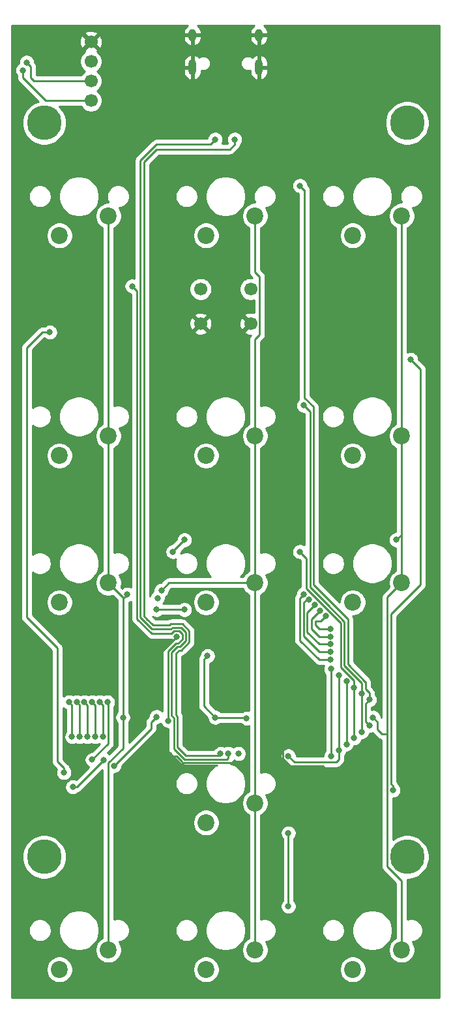
<source format=gtl>
G04 #@! TF.GenerationSoftware,KiCad,Pcbnew,5.1.5+dfsg1-2build2*
G04 #@! TF.CreationDate,2020-05-17T18:00:09-07:00*
G04 #@! TF.ProjectId,triad_center,74726961-645f-4636-956e-7465722e6b69,rev?*
G04 #@! TF.SameCoordinates,Original*
G04 #@! TF.FileFunction,Copper,L1,Top*
G04 #@! TF.FilePolarity,Positive*
%FSLAX46Y46*%
G04 Gerber Fmt 4.6, Leading zero omitted, Abs format (unit mm)*
G04 Created by KiCad (PCBNEW 5.1.5+dfsg1-2build2) date 2020-05-17 18:00:09*
%MOMM*%
%LPD*%
G04 APERTURE LIST*
%ADD10C,2.200000*%
%ADD11C,4.500000*%
%ADD12O,1.000000X2.100000*%
%ADD13O,1.000000X1.600000*%
%ADD14C,1.700000*%
%ADD15C,0.800000*%
%ADD16C,0.250000*%
%ADD17C,0.254000*%
G04 APERTURE END LIST*
D10*
X45810000Y-90580000D03*
X52160000Y-88040000D03*
D11*
X71925000Y-123600000D03*
X24775000Y-123600000D03*
X71925000Y-28350000D03*
X24775000Y-28350000D03*
D12*
X52670000Y-21130000D03*
X44030000Y-21130000D03*
D13*
X44030000Y-16950000D03*
X52670000Y-16950000D03*
D10*
X26760000Y-42955000D03*
X33110000Y-40415000D03*
X52160000Y-40415000D03*
X45810000Y-42955000D03*
X71210000Y-40415000D03*
X64860000Y-42955000D03*
X33110000Y-68990000D03*
X26760000Y-71530000D03*
X52160000Y-68990000D03*
X45810000Y-71530000D03*
X71210000Y-68990000D03*
X64860000Y-71530000D03*
X33110000Y-88040000D03*
X26760000Y-90580000D03*
X64860000Y-90580000D03*
X71210000Y-88040000D03*
X45810000Y-119155000D03*
X52160000Y-116615000D03*
X26760000Y-138205000D03*
X33110000Y-135665000D03*
X45810000Y-138205000D03*
X52160000Y-135665000D03*
X64860000Y-138205000D03*
X71210000Y-135665000D03*
D14*
X51600000Y-49913000D03*
X45100000Y-49913000D03*
X51600000Y-54413000D03*
X45100000Y-54413000D03*
X30850000Y-17825000D03*
X30850000Y-20365000D03*
X30850000Y-22905000D03*
X30850000Y-25445000D03*
D15*
X67040000Y-106562000D03*
X67040000Y-103200000D03*
X58000000Y-36500000D03*
X66040000Y-102400000D03*
X66040000Y-107362000D03*
X58500000Y-65000000D03*
X65040000Y-108162000D03*
X65039997Y-101600000D03*
X58000000Y-84000000D03*
X63040000Y-109762000D03*
X63040000Y-100000000D03*
X56500000Y-110500000D03*
X62040000Y-110562000D03*
X62040000Y-99200000D03*
X56500000Y-120500000D03*
X56500000Y-130000000D03*
X35000000Y-105500000D03*
X39500000Y-90000000D03*
X35560000Y-89535000D03*
X40000000Y-89000000D03*
X67500000Y-105500000D03*
X41500000Y-84000000D03*
X43000000Y-82449999D03*
X70500000Y-82449999D03*
X38500000Y-98500000D03*
X42000000Y-95000000D03*
X53500000Y-108500000D03*
X40005000Y-107300010D03*
X36830000Y-110550050D03*
X50800000Y-111760000D03*
X53340000Y-111760000D03*
X56515000Y-104775000D03*
X64770000Y-120015000D03*
X50000000Y-110187653D03*
X39370000Y-105410000D03*
X33835000Y-111760000D03*
X28487347Y-114512653D03*
X32499171Y-110999470D03*
X43000000Y-91500000D03*
X39370000Y-91500000D03*
X47000000Y-105500000D03*
X51075153Y-105600153D03*
X46000000Y-97500000D03*
X28000000Y-103500000D03*
X28384988Y-108000000D03*
X29384991Y-108000000D03*
X29000000Y-103500000D03*
X30384994Y-108000000D03*
X30000000Y-103500000D03*
X31384997Y-108000000D03*
X31000000Y-103500000D03*
X32385000Y-108000000D03*
X32000000Y-103500000D03*
X31012653Y-110987347D03*
X33000000Y-103500000D03*
X64040000Y-108962000D03*
X64040000Y-100800000D03*
X27350937Y-112649063D03*
X25500000Y-55500000D03*
X62000000Y-94000000D03*
X61328432Y-92328432D03*
X62000000Y-95000000D03*
X60621324Y-91621324D03*
X59914216Y-90914216D03*
X62000000Y-96000000D03*
X62000000Y-97000000D03*
X59207108Y-90207108D03*
X62000000Y-98000000D03*
X58500000Y-89500000D03*
X70074999Y-114935000D03*
X72390000Y-59055000D03*
X40894000Y-105918000D03*
X36195000Y-49530000D03*
X48687653Y-110187653D03*
X46990000Y-30480000D03*
X47687653Y-110187653D03*
X49530000Y-30480000D03*
X22500000Y-20500000D03*
X22000000Y-21500000D03*
D16*
X66500000Y-103740000D02*
X67040000Y-103200000D01*
X66500000Y-106022000D02*
X66500000Y-103740000D01*
X67040000Y-106562000D02*
X66500000Y-106022000D01*
X67040000Y-103200000D02*
X67040000Y-102326998D01*
X67040000Y-102326998D02*
X66500000Y-101786998D01*
X66500000Y-101786998D02*
X66500000Y-100863590D01*
X66500000Y-100863590D02*
X66490009Y-100853599D01*
X66490009Y-100853599D02*
X64213022Y-98576612D01*
X64213022Y-98576612D02*
X64213022Y-93000000D01*
X64213022Y-93000000D02*
X64213022Y-92713022D01*
X64213022Y-92713022D02*
X63000000Y-91500000D01*
X63000000Y-91500000D02*
X59748021Y-88248021D01*
X59748021Y-88248021D02*
X59748021Y-85686400D01*
X59748021Y-85686400D02*
X59748021Y-66000000D01*
X59748021Y-65175019D02*
X58573002Y-64000000D01*
X59748021Y-66000000D02*
X59748021Y-65175019D01*
X58573002Y-64000000D02*
X58573002Y-37000000D01*
X58500000Y-37000000D02*
X58000000Y-36500000D01*
X58573002Y-37000000D02*
X58500000Y-37000000D01*
X66040000Y-107362000D02*
X66040000Y-102400000D01*
X66040000Y-102400000D02*
X66040000Y-101540000D01*
X66040000Y-101540000D02*
X66040000Y-101040000D01*
X66040000Y-101040000D02*
X63763012Y-98763012D01*
X63763012Y-98763012D02*
X63763012Y-93053600D01*
X63763012Y-93053600D02*
X63763011Y-93053599D01*
X63763011Y-93053599D02*
X61523011Y-90813599D01*
X61523011Y-90813599D02*
X60523011Y-89813599D01*
X60523011Y-89813599D02*
X59298011Y-88588599D01*
X59298011Y-88588599D02*
X59298011Y-85500000D01*
X59298011Y-85500000D02*
X59298011Y-66000000D01*
X59298011Y-65798011D02*
X58500000Y-65000000D01*
X59298011Y-66000000D02*
X59298011Y-65798011D01*
X65039997Y-108161997D02*
X65040000Y-108162000D01*
X65039997Y-101600000D02*
X65039997Y-108161997D01*
X65039997Y-100726995D02*
X63313002Y-99000000D01*
X65039997Y-101600000D02*
X65039997Y-100726995D01*
X63313002Y-99000000D02*
X63313002Y-93240000D01*
X63313002Y-93240000D02*
X61073002Y-91000000D01*
X61073002Y-91000000D02*
X60073002Y-90000000D01*
X60073002Y-90000000D02*
X58848001Y-88774999D01*
X58848001Y-84848001D02*
X58000000Y-84000000D01*
X58848001Y-88774999D02*
X58848001Y-84848001D01*
X63040000Y-100000000D02*
X63040000Y-109762000D01*
X63040000Y-109762000D02*
X63040000Y-110960000D01*
X57287001Y-111287001D02*
X56500000Y-110500000D01*
X62712999Y-111287001D02*
X57287001Y-111287001D01*
X63040000Y-110960000D02*
X62712999Y-111287001D01*
X62040000Y-99200000D02*
X62040000Y-110562000D01*
X56500000Y-120500000D02*
X56500000Y-130000000D01*
X33110000Y-86484366D02*
X33110000Y-68990000D01*
X33110000Y-88040000D02*
X33110000Y-86484366D01*
X33110000Y-68990000D02*
X33110000Y-40415000D01*
X33110000Y-135665000D02*
X33110000Y-111390000D01*
X33110000Y-111390000D02*
X35000000Y-109500000D01*
X35000000Y-89930000D02*
X33110000Y-88040000D01*
X35000000Y-109500000D02*
X35000000Y-105500000D01*
X35070000Y-90000000D02*
X35000000Y-89930000D01*
X35000000Y-90095000D02*
X35560000Y-89535000D01*
X35000000Y-105500000D02*
X35000000Y-90095000D01*
X35000000Y-90095000D02*
X35000000Y-89930000D01*
X52160000Y-135665000D02*
X52160000Y-116615000D01*
X52160000Y-116615000D02*
X52160000Y-88040000D01*
X52160000Y-88040000D02*
X52160000Y-68990000D01*
X52160000Y-68990000D02*
X52160000Y-56425000D01*
X52775001Y-55809999D02*
X52775001Y-48330001D01*
X52160000Y-56425000D02*
X52775001Y-55809999D01*
X52160000Y-47715000D02*
X52160000Y-40415000D01*
X52775001Y-48330001D02*
X52160000Y-47715000D01*
X40960000Y-88040000D02*
X52160000Y-88040000D01*
X40000000Y-89000000D02*
X40960000Y-88040000D01*
X70110001Y-89139999D02*
X71210000Y-88040000D01*
X69349999Y-89900001D02*
X70110001Y-89139999D01*
X71210000Y-126696002D02*
X69349999Y-124836001D01*
X71210000Y-135665000D02*
X71210000Y-126696002D01*
X71210000Y-88040000D02*
X71210000Y-86484366D01*
X71210000Y-68990000D02*
X71210000Y-40415000D01*
X69349999Y-107650001D02*
X68650001Y-107650001D01*
X69349999Y-124836001D02*
X69349999Y-107650001D01*
X69349999Y-107650001D02*
X69349999Y-89900001D01*
X68650001Y-107650001D02*
X68040000Y-107040000D01*
X68040000Y-106040000D02*
X67500000Y-105500000D01*
X68040000Y-107040000D02*
X68040000Y-106040000D01*
X41500000Y-83949999D02*
X43000000Y-82449999D01*
X41500000Y-84000000D02*
X41500000Y-83949999D01*
X71159999Y-81790000D02*
X70500000Y-82449999D01*
X71210000Y-81790000D02*
X71159999Y-81790000D01*
X71210000Y-86484366D02*
X71210000Y-81790000D01*
X71210000Y-81790000D02*
X71210000Y-68990000D01*
X38500000Y-98500000D02*
X42000000Y-95000000D01*
X53500000Y-108500000D02*
X56500000Y-105500000D01*
X40005000Y-107300010D02*
X39370000Y-107935010D01*
X39370000Y-107935010D02*
X39370000Y-107950000D01*
X36830000Y-110490000D02*
X36830000Y-110550050D01*
X39370000Y-107950000D02*
X36830000Y-110490000D01*
X36830000Y-110550050D02*
X41968640Y-110550050D01*
X41968640Y-110550050D02*
X42544295Y-111125705D01*
X42544295Y-111125705D02*
X42781254Y-111362664D01*
X42781254Y-111362664D02*
X49767664Y-111362664D01*
X49767664Y-111362664D02*
X50165000Y-111760000D01*
X50165000Y-111760000D02*
X50800000Y-111760000D01*
X53340000Y-108660000D02*
X53500000Y-108500000D01*
X53340000Y-111760000D02*
X53340000Y-108660000D01*
X56500000Y-104790000D02*
X56515000Y-104775000D01*
X56500000Y-105500000D02*
X56500000Y-104790000D01*
X55774999Y-110848001D02*
X56151999Y-111225001D01*
X55774999Y-106225001D02*
X55774999Y-110848001D01*
X56500000Y-105500000D02*
X55774999Y-106225001D01*
X56151999Y-111225001D02*
X56686998Y-111760000D01*
X56686998Y-111760000D02*
X60960000Y-111760000D01*
X60960000Y-111760000D02*
X61595000Y-112395000D01*
X61595000Y-112395000D02*
X61595000Y-118745000D01*
X62865000Y-120015000D02*
X64770000Y-120015000D01*
X61595000Y-118745000D02*
X62865000Y-120015000D01*
X38661000Y-106934000D02*
X33835000Y-111760000D01*
X32499171Y-111066514D02*
X32499171Y-110999470D01*
X29053032Y-114512653D02*
X32499171Y-111066514D01*
X28487347Y-114512653D02*
X29053032Y-114512653D01*
X50975000Y-105500000D02*
X51075153Y-105600153D01*
X47000000Y-105500000D02*
X50975000Y-105500000D01*
X47000000Y-105500000D02*
X45500000Y-104000000D01*
X45500000Y-104000000D02*
X45500000Y-98000000D01*
X45500000Y-98000000D02*
X46000000Y-97500000D01*
X39370000Y-91500000D02*
X43000000Y-91500000D01*
X38661000Y-106119000D02*
X39370000Y-105410000D01*
X38661000Y-106934000D02*
X38661000Y-106119000D01*
X28384988Y-108000000D02*
X28384988Y-103884988D01*
X28384988Y-103884988D02*
X28000000Y-103500000D01*
X29384991Y-103884991D02*
X29000000Y-103500000D01*
X29384991Y-108000000D02*
X29384991Y-103884991D01*
X30384994Y-103884994D02*
X30000000Y-103500000D01*
X30384994Y-108000000D02*
X30384994Y-103884994D01*
X31384997Y-103884997D02*
X31000000Y-103500000D01*
X31384997Y-108000000D02*
X31384997Y-103884997D01*
X32385000Y-103885000D02*
X32000000Y-103500000D01*
X32385000Y-108000000D02*
X32385000Y-103885000D01*
X33110001Y-103610001D02*
X33000000Y-103500000D01*
X33110001Y-108889999D02*
X33110001Y-103610001D01*
X31012653Y-110987347D02*
X33110001Y-108889999D01*
X64040000Y-100800000D02*
X64040000Y-108962000D01*
X27350937Y-112083378D02*
X26500000Y-111232441D01*
X27350937Y-112649063D02*
X27350937Y-112083378D01*
X26500000Y-111232441D02*
X26500000Y-96500000D01*
X26500000Y-96500000D02*
X22500000Y-92500000D01*
X22500000Y-92500000D02*
X22500000Y-57500000D01*
X24500000Y-55500000D02*
X25500000Y-55500000D01*
X22500000Y-57500000D02*
X24500000Y-55500000D01*
X60656864Y-93000000D02*
X61328432Y-92328432D01*
X60000000Y-93000000D02*
X60656864Y-93000000D01*
X60000000Y-93500000D02*
X60000000Y-93000000D01*
X60500000Y-94000000D02*
X60000000Y-93500000D01*
X62000000Y-94000000D02*
X60500000Y-94000000D01*
X62000000Y-95000000D02*
X60500000Y-95000000D01*
X60500000Y-95000000D02*
X59500000Y-94000000D01*
X59500000Y-92742648D02*
X60621324Y-91621324D01*
X59500000Y-94000000D02*
X59500000Y-92742648D01*
X58900020Y-91928412D02*
X59914216Y-90914216D01*
X58900020Y-94400020D02*
X58900020Y-91928412D01*
X60500000Y-96000000D02*
X58900020Y-94400020D01*
X62000000Y-96000000D02*
X60500000Y-96000000D01*
X60500000Y-97000000D02*
X62000000Y-97000000D01*
X58450010Y-94950010D02*
X60500000Y-97000000D01*
X58450010Y-90622992D02*
X58450010Y-94950010D01*
X58865894Y-90207108D02*
X58450010Y-90622992D01*
X59207108Y-90207108D02*
X58865894Y-90207108D01*
X60500000Y-98000000D02*
X62000000Y-98000000D01*
X58000000Y-95500000D02*
X60500000Y-98000000D01*
X58000000Y-90000000D02*
X58000000Y-95500000D01*
X58500000Y-89500000D02*
X58000000Y-90000000D01*
X70074999Y-114369315D02*
X69850000Y-114144316D01*
X70074999Y-114935000D02*
X70074999Y-114369315D01*
X69850000Y-114144316D02*
X69850000Y-92075000D01*
X69850000Y-92075000D02*
X73660000Y-88265000D01*
X73660000Y-60325000D02*
X72390000Y-59055000D01*
X73660000Y-88265000D02*
X73660000Y-60325000D01*
X40894000Y-105918000D02*
X40894000Y-96901000D01*
X40894000Y-96901000D02*
X41910000Y-95885000D01*
X42188002Y-95885000D02*
X42725001Y-95348001D01*
X41910000Y-95885000D02*
X42188002Y-95885000D01*
X42725001Y-95348001D02*
X42725001Y-94651999D01*
X42348001Y-94274999D02*
X41615001Y-94274999D01*
X42725001Y-94651999D02*
X42348001Y-94274999D01*
X41615001Y-94274999D02*
X41275000Y-94615000D01*
X41275000Y-94615000D02*
X38735000Y-94615000D01*
X38735000Y-94615000D02*
X36830000Y-92710000D01*
X36830000Y-92710000D02*
X36830000Y-91440000D01*
X36830000Y-91440000D02*
X36830000Y-50165000D01*
X36830000Y-50165000D02*
X36195000Y-49530000D01*
X48528337Y-110912654D02*
X42967654Y-110912654D01*
X48687653Y-110753338D02*
X48528337Y-110912654D01*
X48687653Y-110187653D02*
X48687653Y-110753338D01*
X42967654Y-110912654D02*
X41619001Y-109564001D01*
X41619001Y-109564001D02*
X41619001Y-105569999D01*
X41619001Y-105569999D02*
X41344010Y-105295008D01*
X41344010Y-105295008D02*
X41344010Y-97087400D01*
X42374403Y-96335009D02*
X43180000Y-95529412D01*
X42096400Y-96335010D02*
X42374403Y-96335009D01*
X41344010Y-97087400D02*
X42096400Y-96335010D01*
X42534401Y-93824989D02*
X41428601Y-93824989D01*
X43180000Y-94470588D02*
X42534401Y-93824989D01*
X43180000Y-95529412D02*
X43180000Y-94470588D01*
X41428601Y-93824989D02*
X41273590Y-93980000D01*
X41273590Y-93980000D02*
X38736410Y-93980000D01*
X38736410Y-93980000D02*
X37280010Y-92523600D01*
X37280010Y-92523600D02*
X37280010Y-91253600D01*
X37280010Y-91253600D02*
X37280010Y-33655000D01*
X37280011Y-33203579D02*
X39368590Y-31115000D01*
X37280010Y-33655000D02*
X37280011Y-33203579D01*
X39368590Y-31115000D02*
X45720000Y-31115000D01*
X46355000Y-31115000D02*
X46990000Y-30480000D01*
X45720000Y-31115000D02*
X46355000Y-31115000D01*
X47687653Y-110427347D02*
X47652356Y-110462644D01*
X47687653Y-110187653D02*
X47687653Y-110427347D01*
X47652356Y-110462644D02*
X43815000Y-110462644D01*
X43815000Y-110462644D02*
X43154054Y-110462644D01*
X43154054Y-110462644D02*
X42069011Y-109377601D01*
X42069011Y-109377601D02*
X42069011Y-105383599D01*
X42069011Y-105383599D02*
X41910000Y-105224588D01*
X41910000Y-105224588D02*
X41910000Y-97157820D01*
X41910000Y-97157820D02*
X42282802Y-96785018D01*
X42282802Y-96785018D02*
X42560804Y-96785018D01*
X43630010Y-95715812D02*
X43630010Y-94284188D01*
X42560804Y-96785018D02*
X43630010Y-95715812D01*
X42720801Y-93374979D02*
X41242201Y-93374979D01*
X43630010Y-94284188D02*
X42720801Y-93374979D01*
X41242201Y-93374979D02*
X41087190Y-93529990D01*
X41087190Y-93529990D02*
X38922810Y-93529990D01*
X38922810Y-93529990D02*
X38736410Y-93343590D01*
X38736410Y-93343590D02*
X38101410Y-92708590D01*
X38101410Y-92708590D02*
X37730020Y-92337200D01*
X37730020Y-92337200D02*
X37730020Y-91440000D01*
X37730020Y-91440000D02*
X37730020Y-61595000D01*
X37730020Y-61595000D02*
X37730020Y-33655000D01*
X37730020Y-33655000D02*
X37730020Y-33389980D01*
X37730020Y-33389980D02*
X39370000Y-31750000D01*
X39370000Y-31750000D02*
X48895000Y-31750000D01*
X49530000Y-31115000D02*
X49530000Y-30480000D01*
X48895000Y-31750000D02*
X49530000Y-31115000D01*
X22500000Y-20500000D02*
X23000000Y-21000000D01*
X23000000Y-21000000D02*
X23000000Y-22500000D01*
X23000000Y-22500000D02*
X23405000Y-22905000D01*
X23405000Y-22905000D02*
X30850000Y-22905000D01*
X22000000Y-21500000D02*
X22000000Y-22500000D01*
X22000000Y-22500000D02*
X24945000Y-25445000D01*
X24945000Y-25445000D02*
X30850000Y-25445000D01*
D17*
G36*
X43317236Y-15757631D02*
G01*
X43156839Y-15913831D01*
X43029997Y-16098322D01*
X42941585Y-16304013D01*
X42895000Y-16523000D01*
X42895000Y-16823000D01*
X43903000Y-16823000D01*
X43903000Y-16803000D01*
X44157000Y-16803000D01*
X44157000Y-16823000D01*
X45165000Y-16823000D01*
X45165000Y-16523000D01*
X45118415Y-16304013D01*
X45030003Y-16098322D01*
X44903161Y-15913831D01*
X44742764Y-15757631D01*
X44661690Y-15705000D01*
X52038310Y-15705000D01*
X51957236Y-15757631D01*
X51796839Y-15913831D01*
X51669997Y-16098322D01*
X51581585Y-16304013D01*
X51535000Y-16523000D01*
X51535000Y-16823000D01*
X52543000Y-16823000D01*
X52543000Y-16803000D01*
X52797000Y-16803000D01*
X52797000Y-16823000D01*
X53805000Y-16823000D01*
X53805000Y-16523000D01*
X53758415Y-16304013D01*
X53670003Y-16098322D01*
X53543161Y-15913831D01*
X53382764Y-15757631D01*
X53301690Y-15705000D01*
X76140000Y-15705000D01*
X76140001Y-141865000D01*
X20560000Y-141865000D01*
X20560000Y-138034117D01*
X25025000Y-138034117D01*
X25025000Y-138375883D01*
X25091675Y-138711081D01*
X25222463Y-139026831D01*
X25412337Y-139310998D01*
X25654002Y-139552663D01*
X25938169Y-139742537D01*
X26253919Y-139873325D01*
X26589117Y-139940000D01*
X26930883Y-139940000D01*
X27266081Y-139873325D01*
X27581831Y-139742537D01*
X27865998Y-139552663D01*
X28107663Y-139310998D01*
X28297537Y-139026831D01*
X28428325Y-138711081D01*
X28495000Y-138375883D01*
X28495000Y-138034117D01*
X44075000Y-138034117D01*
X44075000Y-138375883D01*
X44141675Y-138711081D01*
X44272463Y-139026831D01*
X44462337Y-139310998D01*
X44704002Y-139552663D01*
X44988169Y-139742537D01*
X45303919Y-139873325D01*
X45639117Y-139940000D01*
X45980883Y-139940000D01*
X46316081Y-139873325D01*
X46631831Y-139742537D01*
X46915998Y-139552663D01*
X47157663Y-139310998D01*
X47347537Y-139026831D01*
X47478325Y-138711081D01*
X47545000Y-138375883D01*
X47545000Y-138034117D01*
X63125000Y-138034117D01*
X63125000Y-138375883D01*
X63191675Y-138711081D01*
X63322463Y-139026831D01*
X63512337Y-139310998D01*
X63754002Y-139552663D01*
X64038169Y-139742537D01*
X64353919Y-139873325D01*
X64689117Y-139940000D01*
X65030883Y-139940000D01*
X65366081Y-139873325D01*
X65681831Y-139742537D01*
X65965998Y-139552663D01*
X66207663Y-139310998D01*
X66397537Y-139026831D01*
X66528325Y-138711081D01*
X66595000Y-138375883D01*
X66595000Y-138034117D01*
X66528325Y-137698919D01*
X66397537Y-137383169D01*
X66207663Y-137099002D01*
X65965998Y-136857337D01*
X65681831Y-136667463D01*
X65366081Y-136536675D01*
X65030883Y-136470000D01*
X64689117Y-136470000D01*
X64353919Y-136536675D01*
X64038169Y-136667463D01*
X63754002Y-136857337D01*
X63512337Y-137099002D01*
X63322463Y-137383169D01*
X63191675Y-137698919D01*
X63125000Y-138034117D01*
X47545000Y-138034117D01*
X47478325Y-137698919D01*
X47347537Y-137383169D01*
X47157663Y-137099002D01*
X46915998Y-136857337D01*
X46631831Y-136667463D01*
X46316081Y-136536675D01*
X45980883Y-136470000D01*
X45639117Y-136470000D01*
X45303919Y-136536675D01*
X44988169Y-136667463D01*
X44704002Y-136857337D01*
X44462337Y-137099002D01*
X44272463Y-137383169D01*
X44141675Y-137698919D01*
X44075000Y-138034117D01*
X28495000Y-138034117D01*
X28428325Y-137698919D01*
X28297537Y-137383169D01*
X28107663Y-137099002D01*
X27865998Y-136857337D01*
X27581831Y-136667463D01*
X27266081Y-136536675D01*
X26930883Y-136470000D01*
X26589117Y-136470000D01*
X26253919Y-136536675D01*
X25938169Y-136667463D01*
X25654002Y-136857337D01*
X25412337Y-137099002D01*
X25222463Y-137383169D01*
X25091675Y-137698919D01*
X25025000Y-138034117D01*
X20560000Y-138034117D01*
X20560000Y-132978740D01*
X22735000Y-132978740D01*
X22735000Y-133271260D01*
X22792068Y-133558158D01*
X22904010Y-133828411D01*
X23066525Y-134071632D01*
X23273368Y-134278475D01*
X23516589Y-134440990D01*
X23786842Y-134552932D01*
X24073740Y-134610000D01*
X24366260Y-134610000D01*
X24653158Y-134552932D01*
X24923411Y-134440990D01*
X25166632Y-134278475D01*
X25373475Y-134071632D01*
X25535990Y-133828411D01*
X25647932Y-133558158D01*
X25705000Y-133271260D01*
X25705000Y-132978740D01*
X25682471Y-132865475D01*
X26665000Y-132865475D01*
X26665000Y-133384525D01*
X26766261Y-133893601D01*
X26964893Y-134373141D01*
X27253262Y-134804715D01*
X27620285Y-135171738D01*
X28051859Y-135460107D01*
X28531399Y-135658739D01*
X29040475Y-135760000D01*
X29559525Y-135760000D01*
X30068601Y-135658739D01*
X30548141Y-135460107D01*
X30979715Y-135171738D01*
X31346738Y-134804715D01*
X31635107Y-134373141D01*
X31833739Y-133893601D01*
X31935000Y-133384525D01*
X31935000Y-132865475D01*
X31833739Y-132356399D01*
X31635107Y-131876859D01*
X31346738Y-131445285D01*
X30979715Y-131078262D01*
X30548141Y-130789893D01*
X30068601Y-130591261D01*
X29559525Y-130490000D01*
X29040475Y-130490000D01*
X28531399Y-130591261D01*
X28051859Y-130789893D01*
X27620285Y-131078262D01*
X27253262Y-131445285D01*
X26964893Y-131876859D01*
X26766261Y-132356399D01*
X26665000Y-132865475D01*
X25682471Y-132865475D01*
X25647932Y-132691842D01*
X25535990Y-132421589D01*
X25373475Y-132178368D01*
X25166632Y-131971525D01*
X24923411Y-131809010D01*
X24653158Y-131697068D01*
X24366260Y-131640000D01*
X24073740Y-131640000D01*
X23786842Y-131697068D01*
X23516589Y-131809010D01*
X23273368Y-131971525D01*
X23066525Y-132178368D01*
X22904010Y-132421589D01*
X22792068Y-132691842D01*
X22735000Y-132978740D01*
X20560000Y-132978740D01*
X20560000Y-123315852D01*
X21890000Y-123315852D01*
X21890000Y-123884148D01*
X22000869Y-124441523D01*
X22218346Y-124966560D01*
X22534074Y-125439080D01*
X22935920Y-125840926D01*
X23408440Y-126156654D01*
X23933477Y-126374131D01*
X24490852Y-126485000D01*
X25059148Y-126485000D01*
X25616523Y-126374131D01*
X26141560Y-126156654D01*
X26614080Y-125840926D01*
X27015926Y-125439080D01*
X27331654Y-124966560D01*
X27549131Y-124441523D01*
X27660000Y-123884148D01*
X27660000Y-123315852D01*
X27549131Y-122758477D01*
X27331654Y-122233440D01*
X27015926Y-121760920D01*
X26614080Y-121359074D01*
X26141560Y-121043346D01*
X25616523Y-120825869D01*
X25059148Y-120715000D01*
X24490852Y-120715000D01*
X23933477Y-120825869D01*
X23408440Y-121043346D01*
X22935920Y-121359074D01*
X22534074Y-121760920D01*
X22218346Y-122233440D01*
X22000869Y-122758477D01*
X21890000Y-123315852D01*
X20560000Y-123315852D01*
X20560000Y-57500000D01*
X21736324Y-57500000D01*
X21740001Y-57537333D01*
X21740000Y-92462678D01*
X21736324Y-92500000D01*
X21740000Y-92537322D01*
X21740000Y-92537332D01*
X21750997Y-92648985D01*
X21785083Y-92761352D01*
X21794454Y-92792246D01*
X21865026Y-92924276D01*
X21896533Y-92962667D01*
X21959999Y-93040001D01*
X21989003Y-93063804D01*
X25740001Y-96814803D01*
X25740000Y-111195119D01*
X25736324Y-111232441D01*
X25740000Y-111269763D01*
X25740000Y-111269773D01*
X25750997Y-111381426D01*
X25784172Y-111490790D01*
X25794454Y-111524687D01*
X25865026Y-111656717D01*
X25894715Y-111692893D01*
X25959999Y-111772442D01*
X25989002Y-111796244D01*
X26409666Y-112216908D01*
X26355711Y-112347165D01*
X26315937Y-112547124D01*
X26315937Y-112751002D01*
X26355711Y-112950961D01*
X26433732Y-113139319D01*
X26547000Y-113308837D01*
X26691163Y-113453000D01*
X26860681Y-113566268D01*
X27049039Y-113644289D01*
X27248998Y-113684063D01*
X27452876Y-113684063D01*
X27652835Y-113644289D01*
X27841193Y-113566268D01*
X28010711Y-113453000D01*
X28154874Y-113308837D01*
X28268142Y-113139319D01*
X28346163Y-112950961D01*
X28385937Y-112751002D01*
X28385937Y-112547124D01*
X28346163Y-112347165D01*
X28268142Y-112158807D01*
X28154874Y-111989289D01*
X28099924Y-111934339D01*
X28056483Y-111791131D01*
X27985911Y-111659102D01*
X27890938Y-111543377D01*
X27861940Y-111519579D01*
X27260000Y-110917640D01*
X27260000Y-104223711D01*
X27340226Y-104303937D01*
X27509744Y-104417205D01*
X27624989Y-104464941D01*
X27624988Y-107296289D01*
X27581051Y-107340226D01*
X27467783Y-107509744D01*
X27389762Y-107698102D01*
X27349988Y-107898061D01*
X27349988Y-108101939D01*
X27389762Y-108301898D01*
X27467783Y-108490256D01*
X27581051Y-108659774D01*
X27725214Y-108803937D01*
X27894732Y-108917205D01*
X28083090Y-108995226D01*
X28283049Y-109035000D01*
X28486927Y-109035000D01*
X28686886Y-108995226D01*
X28875244Y-108917205D01*
X28884990Y-108910693D01*
X28894735Y-108917205D01*
X29083093Y-108995226D01*
X29283052Y-109035000D01*
X29486930Y-109035000D01*
X29686889Y-108995226D01*
X29875247Y-108917205D01*
X29884993Y-108910693D01*
X29894738Y-108917205D01*
X30083096Y-108995226D01*
X30283055Y-109035000D01*
X30486933Y-109035000D01*
X30686892Y-108995226D01*
X30875250Y-108917205D01*
X30884996Y-108910693D01*
X30894741Y-108917205D01*
X31083099Y-108995226D01*
X31283058Y-109035000D01*
X31486936Y-109035000D01*
X31686895Y-108995226D01*
X31875253Y-108917205D01*
X31884999Y-108910693D01*
X31894744Y-108917205D01*
X31974823Y-108950375D01*
X30972852Y-109952347D01*
X30910714Y-109952347D01*
X30710755Y-109992121D01*
X30522397Y-110070142D01*
X30352879Y-110183410D01*
X30208716Y-110327573D01*
X30095448Y-110497091D01*
X30017427Y-110685449D01*
X29977653Y-110885408D01*
X29977653Y-111089286D01*
X30017427Y-111289245D01*
X30095448Y-111477603D01*
X30208716Y-111647121D01*
X30352879Y-111791284D01*
X30522397Y-111904552D01*
X30567605Y-111923278D01*
X28919502Y-113571382D01*
X28789245Y-113517427D01*
X28589286Y-113477653D01*
X28385408Y-113477653D01*
X28185449Y-113517427D01*
X27997091Y-113595448D01*
X27827573Y-113708716D01*
X27683410Y-113852879D01*
X27570142Y-114022397D01*
X27492121Y-114210755D01*
X27452347Y-114410714D01*
X27452347Y-114614592D01*
X27492121Y-114814551D01*
X27570142Y-115002909D01*
X27683410Y-115172427D01*
X27827573Y-115316590D01*
X27997091Y-115429858D01*
X28185449Y-115507879D01*
X28385408Y-115547653D01*
X28589286Y-115547653D01*
X28789245Y-115507879D01*
X28977603Y-115429858D01*
X29147121Y-115316590D01*
X29202071Y-115261640D01*
X29345279Y-115218199D01*
X29477308Y-115147627D01*
X29593033Y-115052654D01*
X29616836Y-115023650D01*
X32350001Y-112290486D01*
X32350000Y-134101852D01*
X32288169Y-134127463D01*
X32004002Y-134317337D01*
X31762337Y-134559002D01*
X31572463Y-134843169D01*
X31441675Y-135158919D01*
X31375000Y-135494117D01*
X31375000Y-135835883D01*
X31441675Y-136171081D01*
X31572463Y-136486831D01*
X31762337Y-136770998D01*
X32004002Y-137012663D01*
X32288169Y-137202537D01*
X32603919Y-137333325D01*
X32939117Y-137400000D01*
X33280883Y-137400000D01*
X33616081Y-137333325D01*
X33931831Y-137202537D01*
X34215998Y-137012663D01*
X34457663Y-136770998D01*
X34647537Y-136486831D01*
X34778325Y-136171081D01*
X34845000Y-135835883D01*
X34845000Y-135494117D01*
X34778325Y-135158919D01*
X34647537Y-134843169D01*
X34491739Y-134610000D01*
X34526260Y-134610000D01*
X34813158Y-134552932D01*
X35083411Y-134440990D01*
X35326632Y-134278475D01*
X35533475Y-134071632D01*
X35695990Y-133828411D01*
X35807932Y-133558158D01*
X35865000Y-133271260D01*
X35865000Y-132978740D01*
X41785000Y-132978740D01*
X41785000Y-133271260D01*
X41842068Y-133558158D01*
X41954010Y-133828411D01*
X42116525Y-134071632D01*
X42323368Y-134278475D01*
X42566589Y-134440990D01*
X42836842Y-134552932D01*
X43123740Y-134610000D01*
X43416260Y-134610000D01*
X43703158Y-134552932D01*
X43973411Y-134440990D01*
X44216632Y-134278475D01*
X44423475Y-134071632D01*
X44585990Y-133828411D01*
X44697932Y-133558158D01*
X44755000Y-133271260D01*
X44755000Y-132978740D01*
X44732471Y-132865475D01*
X45715000Y-132865475D01*
X45715000Y-133384525D01*
X45816261Y-133893601D01*
X46014893Y-134373141D01*
X46303262Y-134804715D01*
X46670285Y-135171738D01*
X47101859Y-135460107D01*
X47581399Y-135658739D01*
X48090475Y-135760000D01*
X48609525Y-135760000D01*
X49118601Y-135658739D01*
X49598141Y-135460107D01*
X50029715Y-135171738D01*
X50396738Y-134804715D01*
X50685107Y-134373141D01*
X50883739Y-133893601D01*
X50985000Y-133384525D01*
X50985000Y-132865475D01*
X50883739Y-132356399D01*
X50685107Y-131876859D01*
X50396738Y-131445285D01*
X50029715Y-131078262D01*
X49598141Y-130789893D01*
X49118601Y-130591261D01*
X48609525Y-130490000D01*
X48090475Y-130490000D01*
X47581399Y-130591261D01*
X47101859Y-130789893D01*
X46670285Y-131078262D01*
X46303262Y-131445285D01*
X46014893Y-131876859D01*
X45816261Y-132356399D01*
X45715000Y-132865475D01*
X44732471Y-132865475D01*
X44697932Y-132691842D01*
X44585990Y-132421589D01*
X44423475Y-132178368D01*
X44216632Y-131971525D01*
X43973411Y-131809010D01*
X43703158Y-131697068D01*
X43416260Y-131640000D01*
X43123740Y-131640000D01*
X42836842Y-131697068D01*
X42566589Y-131809010D01*
X42323368Y-131971525D01*
X42116525Y-132178368D01*
X41954010Y-132421589D01*
X41842068Y-132691842D01*
X41785000Y-132978740D01*
X35865000Y-132978740D01*
X35807932Y-132691842D01*
X35695990Y-132421589D01*
X35533475Y-132178368D01*
X35326632Y-131971525D01*
X35083411Y-131809010D01*
X34813158Y-131697068D01*
X34526260Y-131640000D01*
X34233740Y-131640000D01*
X33946842Y-131697068D01*
X33870000Y-131728897D01*
X33870000Y-118984117D01*
X44075000Y-118984117D01*
X44075000Y-119325883D01*
X44141675Y-119661081D01*
X44272463Y-119976831D01*
X44462337Y-120260998D01*
X44704002Y-120502663D01*
X44988169Y-120692537D01*
X45303919Y-120823325D01*
X45639117Y-120890000D01*
X45980883Y-120890000D01*
X46316081Y-120823325D01*
X46631831Y-120692537D01*
X46915998Y-120502663D01*
X47157663Y-120260998D01*
X47347537Y-119976831D01*
X47478325Y-119661081D01*
X47545000Y-119325883D01*
X47545000Y-118984117D01*
X47478325Y-118648919D01*
X47347537Y-118333169D01*
X47157663Y-118049002D01*
X46915998Y-117807337D01*
X46631831Y-117617463D01*
X46316081Y-117486675D01*
X45980883Y-117420000D01*
X45639117Y-117420000D01*
X45303919Y-117486675D01*
X44988169Y-117617463D01*
X44704002Y-117807337D01*
X44462337Y-118049002D01*
X44272463Y-118333169D01*
X44141675Y-118648919D01*
X44075000Y-118984117D01*
X33870000Y-118984117D01*
X33870000Y-113928740D01*
X41785000Y-113928740D01*
X41785000Y-114221260D01*
X41842068Y-114508158D01*
X41954010Y-114778411D01*
X42116525Y-115021632D01*
X42323368Y-115228475D01*
X42566589Y-115390990D01*
X42836842Y-115502932D01*
X43123740Y-115560000D01*
X43416260Y-115560000D01*
X43703158Y-115502932D01*
X43973411Y-115390990D01*
X44216632Y-115228475D01*
X44423475Y-115021632D01*
X44585990Y-114778411D01*
X44697932Y-114508158D01*
X44755000Y-114221260D01*
X44755000Y-113928740D01*
X44697932Y-113641842D01*
X44585990Y-113371589D01*
X44423475Y-113128368D01*
X44216632Y-112921525D01*
X43973411Y-112759010D01*
X43703158Y-112647068D01*
X43416260Y-112590000D01*
X43123740Y-112590000D01*
X42836842Y-112647068D01*
X42566589Y-112759010D01*
X42323368Y-112921525D01*
X42116525Y-113128368D01*
X41954010Y-113371589D01*
X41842068Y-113641842D01*
X41785000Y-113928740D01*
X33870000Y-113928740D01*
X33870000Y-112795000D01*
X33936939Y-112795000D01*
X34136898Y-112755226D01*
X34325256Y-112677205D01*
X34494774Y-112563937D01*
X34638937Y-112419774D01*
X34752205Y-112250256D01*
X34830226Y-112061898D01*
X34870000Y-111861939D01*
X34870000Y-111799801D01*
X39172004Y-107497798D01*
X39201001Y-107474001D01*
X39295974Y-107358276D01*
X39366546Y-107226247D01*
X39410003Y-107082986D01*
X39421000Y-106971333D01*
X39421000Y-106971325D01*
X39424676Y-106934000D01*
X39421000Y-106896675D01*
X39421000Y-106445000D01*
X39471939Y-106445000D01*
X39671898Y-106405226D01*
X39860256Y-106327205D01*
X39925237Y-106283786D01*
X39976795Y-106408256D01*
X40090063Y-106577774D01*
X40234226Y-106721937D01*
X40403744Y-106835205D01*
X40592102Y-106913226D01*
X40792061Y-106953000D01*
X40859002Y-106953000D01*
X40859001Y-109526678D01*
X40855325Y-109564001D01*
X40859001Y-109601323D01*
X40859001Y-109601333D01*
X40869998Y-109712986D01*
X40908595Y-109840226D01*
X40913455Y-109856247D01*
X40984027Y-109988277D01*
X41001645Y-110009744D01*
X41079000Y-110104002D01*
X41108004Y-110127805D01*
X42403855Y-111423657D01*
X42427653Y-111452655D01*
X42543378Y-111547628D01*
X42675407Y-111618200D01*
X42818668Y-111661657D01*
X42930321Y-111672654D01*
X42930330Y-111672654D01*
X42967653Y-111676330D01*
X43004976Y-111672654D01*
X47264188Y-111672654D01*
X47101859Y-111739893D01*
X46670285Y-112028262D01*
X46303262Y-112395285D01*
X46014893Y-112826859D01*
X45816261Y-113306399D01*
X45715000Y-113815475D01*
X45715000Y-114334525D01*
X45816261Y-114843601D01*
X46014893Y-115323141D01*
X46303262Y-115754715D01*
X46670285Y-116121738D01*
X47101859Y-116410107D01*
X47581399Y-116608739D01*
X48090475Y-116710000D01*
X48609525Y-116710000D01*
X49118601Y-116608739D01*
X49598141Y-116410107D01*
X50029715Y-116121738D01*
X50396738Y-115754715D01*
X50685107Y-115323141D01*
X50883739Y-114843601D01*
X50985000Y-114334525D01*
X50985000Y-113815475D01*
X50883739Y-113306399D01*
X50685107Y-112826859D01*
X50396738Y-112395285D01*
X50029715Y-112028262D01*
X49598141Y-111739893D01*
X49118601Y-111541261D01*
X48991240Y-111515927D01*
X49068338Y-111452655D01*
X49092141Y-111423651D01*
X49198650Y-111317142D01*
X49227654Y-111293339D01*
X49322627Y-111177614D01*
X49393199Y-111045585D01*
X49397890Y-111030120D01*
X49509744Y-111104858D01*
X49698102Y-111182879D01*
X49898061Y-111222653D01*
X50101939Y-111222653D01*
X50301898Y-111182879D01*
X50490256Y-111104858D01*
X50659774Y-110991590D01*
X50803937Y-110847427D01*
X50917205Y-110677909D01*
X50995226Y-110489551D01*
X51035000Y-110289592D01*
X51035000Y-110085714D01*
X50995226Y-109885755D01*
X50917205Y-109697397D01*
X50803937Y-109527879D01*
X50659774Y-109383716D01*
X50490256Y-109270448D01*
X50301898Y-109192427D01*
X50101939Y-109152653D01*
X49898061Y-109152653D01*
X49698102Y-109192427D01*
X49509744Y-109270448D01*
X49343827Y-109381310D01*
X49177909Y-109270448D01*
X48989551Y-109192427D01*
X48789592Y-109152653D01*
X48585714Y-109152653D01*
X48385755Y-109192427D01*
X48197397Y-109270448D01*
X48187653Y-109276959D01*
X48177909Y-109270448D01*
X47989551Y-109192427D01*
X47789592Y-109152653D01*
X47585714Y-109152653D01*
X47385755Y-109192427D01*
X47197397Y-109270448D01*
X47027879Y-109383716D01*
X46883716Y-109527879D01*
X46770448Y-109697397D01*
X46768275Y-109702644D01*
X43468856Y-109702644D01*
X42829011Y-109062800D01*
X42829011Y-105420932D01*
X42832688Y-105383599D01*
X42818014Y-105234613D01*
X42814973Y-105224588D01*
X42774557Y-105091352D01*
X42703985Y-104959323D01*
X42670000Y-104917912D01*
X42670000Y-97537940D01*
X42709790Y-97534021D01*
X42853051Y-97490564D01*
X42985080Y-97419992D01*
X43100805Y-97325019D01*
X43124608Y-97296016D01*
X44141014Y-96279610D01*
X44170011Y-96255813D01*
X44264984Y-96140088D01*
X44335556Y-96008059D01*
X44379013Y-95864798D01*
X44390010Y-95753145D01*
X44390010Y-95753144D01*
X44393687Y-95715812D01*
X44390010Y-95678479D01*
X44390010Y-94321513D01*
X44393686Y-94284188D01*
X44390010Y-94246863D01*
X44390010Y-94246855D01*
X44379013Y-94135202D01*
X44335556Y-93991941D01*
X44264984Y-93859912D01*
X44170011Y-93744187D01*
X44141013Y-93720389D01*
X43284604Y-92863981D01*
X43260802Y-92834978D01*
X43145077Y-92740005D01*
X43013048Y-92669433D01*
X42869787Y-92625976D01*
X42758134Y-92614979D01*
X42758123Y-92614979D01*
X42720801Y-92611303D01*
X42683479Y-92614979D01*
X41279526Y-92614979D01*
X41242201Y-92611303D01*
X41204876Y-92614979D01*
X41204868Y-92614979D01*
X41093215Y-92625976D01*
X40949954Y-92669433D01*
X40817925Y-92740005D01*
X40781388Y-92769990D01*
X39237612Y-92769990D01*
X38888420Y-92420799D01*
X39068102Y-92495226D01*
X39268061Y-92535000D01*
X39471939Y-92535000D01*
X39671898Y-92495226D01*
X39860256Y-92417205D01*
X40029774Y-92303937D01*
X40073711Y-92260000D01*
X42296289Y-92260000D01*
X42340226Y-92303937D01*
X42509744Y-92417205D01*
X42698102Y-92495226D01*
X42898061Y-92535000D01*
X43101939Y-92535000D01*
X43301898Y-92495226D01*
X43490256Y-92417205D01*
X43659774Y-92303937D01*
X43803937Y-92159774D01*
X43917205Y-91990256D01*
X43995226Y-91801898D01*
X44035000Y-91601939D01*
X44035000Y-91398061D01*
X43995226Y-91198102D01*
X43917205Y-91009744D01*
X43803937Y-90840226D01*
X43659774Y-90696063D01*
X43490256Y-90582795D01*
X43301898Y-90504774D01*
X43101939Y-90465000D01*
X42898061Y-90465000D01*
X42698102Y-90504774D01*
X42509744Y-90582795D01*
X42340226Y-90696063D01*
X42296289Y-90740000D01*
X40223711Y-90740000D01*
X40303937Y-90659774D01*
X40417205Y-90490256D01*
X40450814Y-90409117D01*
X44075000Y-90409117D01*
X44075000Y-90750883D01*
X44141675Y-91086081D01*
X44272463Y-91401831D01*
X44462337Y-91685998D01*
X44704002Y-91927663D01*
X44988169Y-92117537D01*
X45303919Y-92248325D01*
X45639117Y-92315000D01*
X45980883Y-92315000D01*
X46316081Y-92248325D01*
X46631831Y-92117537D01*
X46915998Y-91927663D01*
X47157663Y-91685998D01*
X47347537Y-91401831D01*
X47478325Y-91086081D01*
X47545000Y-90750883D01*
X47545000Y-90409117D01*
X47478325Y-90073919D01*
X47347537Y-89758169D01*
X47157663Y-89474002D01*
X46915998Y-89232337D01*
X46631831Y-89042463D01*
X46316081Y-88911675D01*
X45980883Y-88845000D01*
X45639117Y-88845000D01*
X45303919Y-88911675D01*
X44988169Y-89042463D01*
X44704002Y-89232337D01*
X44462337Y-89474002D01*
X44272463Y-89758169D01*
X44141675Y-90073919D01*
X44075000Y-90409117D01*
X40450814Y-90409117D01*
X40495226Y-90301898D01*
X40535000Y-90101939D01*
X40535000Y-89898061D01*
X40533112Y-89888570D01*
X40659774Y-89803937D01*
X40803937Y-89659774D01*
X40917205Y-89490256D01*
X40995226Y-89301898D01*
X41035000Y-89101939D01*
X41035000Y-89039802D01*
X41274802Y-88800000D01*
X50596852Y-88800000D01*
X50622463Y-88861831D01*
X50812337Y-89145998D01*
X51054002Y-89387663D01*
X51338169Y-89577537D01*
X51400001Y-89603149D01*
X51400000Y-104614433D01*
X51377051Y-104604927D01*
X51177092Y-104565153D01*
X50973214Y-104565153D01*
X50773255Y-104604927D01*
X50584897Y-104682948D01*
X50499512Y-104740000D01*
X47703711Y-104740000D01*
X47659774Y-104696063D01*
X47490256Y-104582795D01*
X47301898Y-104504774D01*
X47101939Y-104465000D01*
X47039802Y-104465000D01*
X46260000Y-103685199D01*
X46260000Y-98503560D01*
X46301898Y-98495226D01*
X46490256Y-98417205D01*
X46659774Y-98303937D01*
X46803937Y-98159774D01*
X46917205Y-97990256D01*
X46995226Y-97801898D01*
X47035000Y-97601939D01*
X47035000Y-97398061D01*
X46995226Y-97198102D01*
X46917205Y-97009744D01*
X46803937Y-96840226D01*
X46659774Y-96696063D01*
X46490256Y-96582795D01*
X46301898Y-96504774D01*
X46101939Y-96465000D01*
X45898061Y-96465000D01*
X45698102Y-96504774D01*
X45509744Y-96582795D01*
X45340226Y-96696063D01*
X45196063Y-96840226D01*
X45082795Y-97009744D01*
X45004774Y-97198102D01*
X44965000Y-97398061D01*
X44965000Y-97455896D01*
X44960000Y-97459999D01*
X44936202Y-97488997D01*
X44936201Y-97488998D01*
X44865026Y-97575724D01*
X44794454Y-97707754D01*
X44768612Y-97792946D01*
X44750998Y-97851014D01*
X44749023Y-97871066D01*
X44736324Y-98000000D01*
X44740001Y-98037332D01*
X44740000Y-103962677D01*
X44736324Y-104000000D01*
X44740000Y-104037322D01*
X44740000Y-104037332D01*
X44750997Y-104148985D01*
X44765024Y-104195226D01*
X44794454Y-104292246D01*
X44865026Y-104424276D01*
X44885152Y-104448799D01*
X44959999Y-104540001D01*
X44989003Y-104563804D01*
X45965000Y-105539802D01*
X45965000Y-105601939D01*
X46004774Y-105801898D01*
X46082795Y-105990256D01*
X46196063Y-106159774D01*
X46340226Y-106303937D01*
X46509744Y-106417205D01*
X46698102Y-106495226D01*
X46898061Y-106535000D01*
X47101939Y-106535000D01*
X47301898Y-106495226D01*
X47490256Y-106417205D01*
X47659774Y-106303937D01*
X47703711Y-106260000D01*
X50271289Y-106260000D01*
X50415379Y-106404090D01*
X50584897Y-106517358D01*
X50773255Y-106595379D01*
X50973214Y-106635153D01*
X51177092Y-106635153D01*
X51377051Y-106595379D01*
X51400000Y-106585873D01*
X51400000Y-115051852D01*
X51338169Y-115077463D01*
X51054002Y-115267337D01*
X50812337Y-115509002D01*
X50622463Y-115793169D01*
X50491675Y-116108919D01*
X50425000Y-116444117D01*
X50425000Y-116785883D01*
X50491675Y-117121081D01*
X50622463Y-117436831D01*
X50812337Y-117720998D01*
X51054002Y-117962663D01*
X51338169Y-118152537D01*
X51400001Y-118178149D01*
X51400000Y-134101852D01*
X51338169Y-134127463D01*
X51054002Y-134317337D01*
X50812337Y-134559002D01*
X50622463Y-134843169D01*
X50491675Y-135158919D01*
X50425000Y-135494117D01*
X50425000Y-135835883D01*
X50491675Y-136171081D01*
X50622463Y-136486831D01*
X50812337Y-136770998D01*
X51054002Y-137012663D01*
X51338169Y-137202537D01*
X51653919Y-137333325D01*
X51989117Y-137400000D01*
X52330883Y-137400000D01*
X52666081Y-137333325D01*
X52981831Y-137202537D01*
X53265998Y-137012663D01*
X53507663Y-136770998D01*
X53697537Y-136486831D01*
X53828325Y-136171081D01*
X53895000Y-135835883D01*
X53895000Y-135494117D01*
X53828325Y-135158919D01*
X53697537Y-134843169D01*
X53541739Y-134610000D01*
X53576260Y-134610000D01*
X53863158Y-134552932D01*
X54133411Y-134440990D01*
X54376632Y-134278475D01*
X54583475Y-134071632D01*
X54745990Y-133828411D01*
X54857932Y-133558158D01*
X54915000Y-133271260D01*
X54915000Y-132978740D01*
X60835000Y-132978740D01*
X60835000Y-133271260D01*
X60892068Y-133558158D01*
X61004010Y-133828411D01*
X61166525Y-134071632D01*
X61373368Y-134278475D01*
X61616589Y-134440990D01*
X61886842Y-134552932D01*
X62173740Y-134610000D01*
X62466260Y-134610000D01*
X62753158Y-134552932D01*
X63023411Y-134440990D01*
X63266632Y-134278475D01*
X63473475Y-134071632D01*
X63635990Y-133828411D01*
X63747932Y-133558158D01*
X63805000Y-133271260D01*
X63805000Y-132978740D01*
X63782471Y-132865475D01*
X64765000Y-132865475D01*
X64765000Y-133384525D01*
X64866261Y-133893601D01*
X65064893Y-134373141D01*
X65353262Y-134804715D01*
X65720285Y-135171738D01*
X66151859Y-135460107D01*
X66631399Y-135658739D01*
X67140475Y-135760000D01*
X67659525Y-135760000D01*
X68168601Y-135658739D01*
X68648141Y-135460107D01*
X69079715Y-135171738D01*
X69446738Y-134804715D01*
X69735107Y-134373141D01*
X69933739Y-133893601D01*
X70035000Y-133384525D01*
X70035000Y-132865475D01*
X69933739Y-132356399D01*
X69735107Y-131876859D01*
X69446738Y-131445285D01*
X69079715Y-131078262D01*
X68648141Y-130789893D01*
X68168601Y-130591261D01*
X67659525Y-130490000D01*
X67140475Y-130490000D01*
X66631399Y-130591261D01*
X66151859Y-130789893D01*
X65720285Y-131078262D01*
X65353262Y-131445285D01*
X65064893Y-131876859D01*
X64866261Y-132356399D01*
X64765000Y-132865475D01*
X63782471Y-132865475D01*
X63747932Y-132691842D01*
X63635990Y-132421589D01*
X63473475Y-132178368D01*
X63266632Y-131971525D01*
X63023411Y-131809010D01*
X62753158Y-131697068D01*
X62466260Y-131640000D01*
X62173740Y-131640000D01*
X61886842Y-131697068D01*
X61616589Y-131809010D01*
X61373368Y-131971525D01*
X61166525Y-132178368D01*
X61004010Y-132421589D01*
X60892068Y-132691842D01*
X60835000Y-132978740D01*
X54915000Y-132978740D01*
X54857932Y-132691842D01*
X54745990Y-132421589D01*
X54583475Y-132178368D01*
X54376632Y-131971525D01*
X54133411Y-131809010D01*
X53863158Y-131697068D01*
X53576260Y-131640000D01*
X53283740Y-131640000D01*
X52996842Y-131697068D01*
X52920000Y-131728897D01*
X52920000Y-120398061D01*
X55465000Y-120398061D01*
X55465000Y-120601939D01*
X55504774Y-120801898D01*
X55582795Y-120990256D01*
X55696063Y-121159774D01*
X55740000Y-121203711D01*
X55740001Y-129296288D01*
X55696063Y-129340226D01*
X55582795Y-129509744D01*
X55504774Y-129698102D01*
X55465000Y-129898061D01*
X55465000Y-130101939D01*
X55504774Y-130301898D01*
X55582795Y-130490256D01*
X55696063Y-130659774D01*
X55840226Y-130803937D01*
X56009744Y-130917205D01*
X56198102Y-130995226D01*
X56398061Y-131035000D01*
X56601939Y-131035000D01*
X56801898Y-130995226D01*
X56990256Y-130917205D01*
X57159774Y-130803937D01*
X57303937Y-130659774D01*
X57417205Y-130490256D01*
X57495226Y-130301898D01*
X57535000Y-130101939D01*
X57535000Y-129898061D01*
X57495226Y-129698102D01*
X57417205Y-129509744D01*
X57303937Y-129340226D01*
X57260000Y-129296289D01*
X57260000Y-121203711D01*
X57303937Y-121159774D01*
X57417205Y-120990256D01*
X57495226Y-120801898D01*
X57535000Y-120601939D01*
X57535000Y-120398061D01*
X57495226Y-120198102D01*
X57417205Y-120009744D01*
X57303937Y-119840226D01*
X57159774Y-119696063D01*
X56990256Y-119582795D01*
X56801898Y-119504774D01*
X56601939Y-119465000D01*
X56398061Y-119465000D01*
X56198102Y-119504774D01*
X56009744Y-119582795D01*
X55840226Y-119696063D01*
X55696063Y-119840226D01*
X55582795Y-120009744D01*
X55504774Y-120198102D01*
X55465000Y-120398061D01*
X52920000Y-120398061D01*
X52920000Y-118178148D01*
X52981831Y-118152537D01*
X53265998Y-117962663D01*
X53507663Y-117720998D01*
X53697537Y-117436831D01*
X53828325Y-117121081D01*
X53895000Y-116785883D01*
X53895000Y-116444117D01*
X53828325Y-116108919D01*
X53697537Y-115793169D01*
X53541739Y-115560000D01*
X53576260Y-115560000D01*
X53863158Y-115502932D01*
X54133411Y-115390990D01*
X54376632Y-115228475D01*
X54583475Y-115021632D01*
X54745990Y-114778411D01*
X54857932Y-114508158D01*
X54915000Y-114221260D01*
X54915000Y-113928740D01*
X54857932Y-113641842D01*
X54745990Y-113371589D01*
X54583475Y-113128368D01*
X54376632Y-112921525D01*
X54133411Y-112759010D01*
X53863158Y-112647068D01*
X53576260Y-112590000D01*
X53283740Y-112590000D01*
X52996842Y-112647068D01*
X52920000Y-112678897D01*
X52920000Y-110398061D01*
X55465000Y-110398061D01*
X55465000Y-110601939D01*
X55504774Y-110801898D01*
X55582795Y-110990256D01*
X55696063Y-111159774D01*
X55840226Y-111303937D01*
X56009744Y-111417205D01*
X56198102Y-111495226D01*
X56398061Y-111535000D01*
X56460198Y-111535000D01*
X56723206Y-111798009D01*
X56747000Y-111827002D01*
X56775993Y-111850796D01*
X56775997Y-111850800D01*
X56796243Y-111867415D01*
X56862725Y-111921975D01*
X56994754Y-111992547D01*
X57138015Y-112036004D01*
X57249668Y-112047001D01*
X57249677Y-112047001D01*
X57287000Y-112050677D01*
X57324323Y-112047001D01*
X62675677Y-112047001D01*
X62712999Y-112050677D01*
X62750321Y-112047001D01*
X62750332Y-112047001D01*
X62861985Y-112036004D01*
X63005246Y-111992547D01*
X63137275Y-111921975D01*
X63253000Y-111827002D01*
X63276803Y-111797998D01*
X63550997Y-111523804D01*
X63580001Y-111500001D01*
X63674974Y-111384276D01*
X63745546Y-111252247D01*
X63789003Y-111108986D01*
X63800000Y-110997333D01*
X63800000Y-110997324D01*
X63803676Y-110960001D01*
X63800000Y-110922678D01*
X63800000Y-110465711D01*
X63843937Y-110421774D01*
X63957205Y-110252256D01*
X64035226Y-110063898D01*
X64048533Y-109997000D01*
X64141939Y-109997000D01*
X64341898Y-109957226D01*
X64530256Y-109879205D01*
X64699774Y-109765937D01*
X64843937Y-109621774D01*
X64957205Y-109452256D01*
X65035226Y-109263898D01*
X65048533Y-109197000D01*
X65141939Y-109197000D01*
X65341898Y-109157226D01*
X65530256Y-109079205D01*
X65699774Y-108965937D01*
X65843937Y-108821774D01*
X65957205Y-108652256D01*
X66035226Y-108463898D01*
X66048533Y-108397000D01*
X66141939Y-108397000D01*
X66341898Y-108357226D01*
X66530256Y-108279205D01*
X66699774Y-108165937D01*
X66843937Y-108021774D01*
X66957205Y-107852256D01*
X67035226Y-107663898D01*
X67048533Y-107597000D01*
X67141939Y-107597000D01*
X67341898Y-107557226D01*
X67445940Y-107514130D01*
X67499999Y-107580001D01*
X67529002Y-107603803D01*
X68086201Y-108161003D01*
X68110000Y-108190002D01*
X68225725Y-108284975D01*
X68357754Y-108355547D01*
X68501015Y-108399004D01*
X68590000Y-108407768D01*
X68589999Y-124798679D01*
X68586323Y-124836001D01*
X68589999Y-124873323D01*
X68589999Y-124873333D01*
X68600996Y-124984986D01*
X68644453Y-125128247D01*
X68715025Y-125260277D01*
X68754870Y-125308827D01*
X68809998Y-125376002D01*
X68839002Y-125399805D01*
X70450001Y-127010805D01*
X70450000Y-134101852D01*
X70388169Y-134127463D01*
X70104002Y-134317337D01*
X69862337Y-134559002D01*
X69672463Y-134843169D01*
X69541675Y-135158919D01*
X69475000Y-135494117D01*
X69475000Y-135835883D01*
X69541675Y-136171081D01*
X69672463Y-136486831D01*
X69862337Y-136770998D01*
X70104002Y-137012663D01*
X70388169Y-137202537D01*
X70703919Y-137333325D01*
X71039117Y-137400000D01*
X71380883Y-137400000D01*
X71716081Y-137333325D01*
X72031831Y-137202537D01*
X72315998Y-137012663D01*
X72557663Y-136770998D01*
X72747537Y-136486831D01*
X72878325Y-136171081D01*
X72945000Y-135835883D01*
X72945000Y-135494117D01*
X72878325Y-135158919D01*
X72747537Y-134843169D01*
X72591739Y-134610000D01*
X72626260Y-134610000D01*
X72913158Y-134552932D01*
X73183411Y-134440990D01*
X73426632Y-134278475D01*
X73633475Y-134071632D01*
X73795990Y-133828411D01*
X73907932Y-133558158D01*
X73965000Y-133271260D01*
X73965000Y-132978740D01*
X73907932Y-132691842D01*
X73795990Y-132421589D01*
X73633475Y-132178368D01*
X73426632Y-131971525D01*
X73183411Y-131809010D01*
X72913158Y-131697068D01*
X72626260Y-131640000D01*
X72333740Y-131640000D01*
X72046842Y-131697068D01*
X71970000Y-131728897D01*
X71970000Y-126733327D01*
X71973676Y-126696002D01*
X71970000Y-126658677D01*
X71970000Y-126658669D01*
X71959003Y-126547016D01*
X71940191Y-126485000D01*
X72209148Y-126485000D01*
X72766523Y-126374131D01*
X73291560Y-126156654D01*
X73764080Y-125840926D01*
X74165926Y-125439080D01*
X74481654Y-124966560D01*
X74699131Y-124441523D01*
X74810000Y-123884148D01*
X74810000Y-123315852D01*
X74699131Y-122758477D01*
X74481654Y-122233440D01*
X74165926Y-121760920D01*
X73764080Y-121359074D01*
X73291560Y-121043346D01*
X72766523Y-120825869D01*
X72209148Y-120715000D01*
X71640852Y-120715000D01*
X71083477Y-120825869D01*
X70558440Y-121043346D01*
X70109999Y-121342985D01*
X70109999Y-115970000D01*
X70176938Y-115970000D01*
X70376897Y-115930226D01*
X70565255Y-115852205D01*
X70734773Y-115738937D01*
X70878936Y-115594774D01*
X70992204Y-115425256D01*
X71070225Y-115236898D01*
X71109999Y-115036939D01*
X71109999Y-114833061D01*
X71070225Y-114633102D01*
X70992204Y-114444744D01*
X70878936Y-114275226D01*
X70823986Y-114220276D01*
X70780545Y-114077068D01*
X70709973Y-113945039D01*
X70615000Y-113829314D01*
X70610000Y-113825211D01*
X70610000Y-92389801D01*
X74171004Y-88828798D01*
X74200001Y-88805001D01*
X74294974Y-88689276D01*
X74365546Y-88557247D01*
X74409003Y-88413986D01*
X74420000Y-88302333D01*
X74420000Y-88302325D01*
X74423676Y-88265000D01*
X74420000Y-88227675D01*
X74420000Y-60362322D01*
X74423676Y-60324999D01*
X74420000Y-60287676D01*
X74420000Y-60287667D01*
X74409003Y-60176014D01*
X74365546Y-60032753D01*
X74294974Y-59900724D01*
X74200001Y-59784999D01*
X74171003Y-59761201D01*
X73425000Y-59015199D01*
X73425000Y-58953061D01*
X73385226Y-58753102D01*
X73307205Y-58564744D01*
X73193937Y-58395226D01*
X73049774Y-58251063D01*
X72880256Y-58137795D01*
X72691898Y-58059774D01*
X72491939Y-58020000D01*
X72288061Y-58020000D01*
X72088102Y-58059774D01*
X71970000Y-58108694D01*
X71970000Y-41978148D01*
X72031831Y-41952537D01*
X72315998Y-41762663D01*
X72557663Y-41520998D01*
X72747537Y-41236831D01*
X72878325Y-40921081D01*
X72945000Y-40585883D01*
X72945000Y-40244117D01*
X72878325Y-39908919D01*
X72747537Y-39593169D01*
X72591739Y-39360000D01*
X72626260Y-39360000D01*
X72913158Y-39302932D01*
X73183411Y-39190990D01*
X73426632Y-39028475D01*
X73633475Y-38821632D01*
X73795990Y-38578411D01*
X73907932Y-38308158D01*
X73965000Y-38021260D01*
X73965000Y-37728740D01*
X73907932Y-37441842D01*
X73795990Y-37171589D01*
X73633475Y-36928368D01*
X73426632Y-36721525D01*
X73183411Y-36559010D01*
X72913158Y-36447068D01*
X72626260Y-36390000D01*
X72333740Y-36390000D01*
X72046842Y-36447068D01*
X71776589Y-36559010D01*
X71533368Y-36721525D01*
X71326525Y-36928368D01*
X71164010Y-37171589D01*
X71052068Y-37441842D01*
X70995000Y-37728740D01*
X70995000Y-38021260D01*
X71052068Y-38308158D01*
X71164010Y-38578411D01*
X71231890Y-38680000D01*
X71039117Y-38680000D01*
X70703919Y-38746675D01*
X70388169Y-38877463D01*
X70104002Y-39067337D01*
X69862337Y-39309002D01*
X69672463Y-39593169D01*
X69541675Y-39908919D01*
X69475000Y-40244117D01*
X69475000Y-40585883D01*
X69541675Y-40921081D01*
X69672463Y-41236831D01*
X69862337Y-41520998D01*
X70104002Y-41762663D01*
X70388169Y-41952537D01*
X70450001Y-41978149D01*
X70450000Y-67426852D01*
X70388169Y-67452463D01*
X70104002Y-67642337D01*
X69862337Y-67884002D01*
X69672463Y-68168169D01*
X69541675Y-68483919D01*
X69475000Y-68819117D01*
X69475000Y-69160883D01*
X69541675Y-69496081D01*
X69672463Y-69811831D01*
X69862337Y-70095998D01*
X70104002Y-70337663D01*
X70388169Y-70527537D01*
X70450001Y-70553149D01*
X70450000Y-81414999D01*
X70398061Y-81414999D01*
X70198102Y-81454773D01*
X70009744Y-81532794D01*
X69840226Y-81646062D01*
X69696063Y-81790225D01*
X69582795Y-81959743D01*
X69504774Y-82148101D01*
X69465000Y-82348060D01*
X69465000Y-82551938D01*
X69504774Y-82751897D01*
X69582795Y-82940255D01*
X69696063Y-83109773D01*
X69840226Y-83253936D01*
X70009744Y-83367204D01*
X70198102Y-83445225D01*
X70398061Y-83484999D01*
X70450001Y-83484999D01*
X70450000Y-86476852D01*
X70388169Y-86502463D01*
X70104002Y-86692337D01*
X69862337Y-86934002D01*
X69672463Y-87218169D01*
X69541675Y-87533919D01*
X69475000Y-87869117D01*
X69475000Y-88210883D01*
X69541675Y-88546081D01*
X69567286Y-88607912D01*
X68838997Y-89336202D01*
X68809999Y-89360000D01*
X68786201Y-89388998D01*
X68786200Y-89388999D01*
X68715025Y-89475725D01*
X68644453Y-89607755D01*
X68622539Y-89680000D01*
X68600997Y-89751015D01*
X68591148Y-89851013D01*
X68586323Y-89900001D01*
X68590000Y-89937334D01*
X68589999Y-105512182D01*
X68580001Y-105499999D01*
X68551002Y-105476200D01*
X68535000Y-105460198D01*
X68535000Y-105398061D01*
X68495226Y-105198102D01*
X68417205Y-105009744D01*
X68303937Y-104840226D01*
X68159774Y-104696063D01*
X67990256Y-104582795D01*
X67801898Y-104504774D01*
X67601939Y-104465000D01*
X67398061Y-104465000D01*
X67260000Y-104492462D01*
X67260000Y-104211516D01*
X67341898Y-104195226D01*
X67530256Y-104117205D01*
X67699774Y-104003937D01*
X67843937Y-103859774D01*
X67957205Y-103690256D01*
X68035226Y-103501898D01*
X68075000Y-103301939D01*
X68075000Y-103098061D01*
X68035226Y-102898102D01*
X67957205Y-102709744D01*
X67843937Y-102540226D01*
X67800000Y-102496289D01*
X67800000Y-102364320D01*
X67803676Y-102326997D01*
X67800000Y-102289674D01*
X67800000Y-102289665D01*
X67789003Y-102178012D01*
X67745546Y-102034751D01*
X67674974Y-101902722D01*
X67580001Y-101786997D01*
X67551002Y-101763198D01*
X67260000Y-101472197D01*
X67260000Y-100900912D01*
X67263676Y-100863589D01*
X67260000Y-100826267D01*
X67260000Y-100826257D01*
X67249003Y-100714604D01*
X67205546Y-100571343D01*
X67134974Y-100439314D01*
X67040001Y-100323589D01*
X67011003Y-100299791D01*
X64973022Y-98261811D01*
X64973022Y-92750344D01*
X64976698Y-92713021D01*
X64973022Y-92675698D01*
X64973022Y-92675690D01*
X64962025Y-92564037D01*
X64918568Y-92420775D01*
X64862029Y-92315000D01*
X65030883Y-92315000D01*
X65366081Y-92248325D01*
X65681831Y-92117537D01*
X65965998Y-91927663D01*
X66207663Y-91685998D01*
X66397537Y-91401831D01*
X66528325Y-91086081D01*
X66595000Y-90750883D01*
X66595000Y-90409117D01*
X66528325Y-90073919D01*
X66397537Y-89758169D01*
X66207663Y-89474002D01*
X65965998Y-89232337D01*
X65681831Y-89042463D01*
X65366081Y-88911675D01*
X65030883Y-88845000D01*
X64689117Y-88845000D01*
X64353919Y-88911675D01*
X64038169Y-89042463D01*
X63754002Y-89232337D01*
X63512337Y-89474002D01*
X63322463Y-89758169D01*
X63191675Y-90073919D01*
X63125000Y-90409117D01*
X63125000Y-90550198D01*
X60508021Y-87933220D01*
X60508021Y-85353740D01*
X60835000Y-85353740D01*
X60835000Y-85646260D01*
X60892068Y-85933158D01*
X61004010Y-86203411D01*
X61166525Y-86446632D01*
X61373368Y-86653475D01*
X61616589Y-86815990D01*
X61886842Y-86927932D01*
X62173740Y-86985000D01*
X62466260Y-86985000D01*
X62753158Y-86927932D01*
X63023411Y-86815990D01*
X63266632Y-86653475D01*
X63473475Y-86446632D01*
X63635990Y-86203411D01*
X63747932Y-85933158D01*
X63805000Y-85646260D01*
X63805000Y-85353740D01*
X63782471Y-85240475D01*
X64765000Y-85240475D01*
X64765000Y-85759525D01*
X64866261Y-86268601D01*
X65064893Y-86748141D01*
X65353262Y-87179715D01*
X65720285Y-87546738D01*
X66151859Y-87835107D01*
X66631399Y-88033739D01*
X67140475Y-88135000D01*
X67659525Y-88135000D01*
X68168601Y-88033739D01*
X68648141Y-87835107D01*
X69079715Y-87546738D01*
X69446738Y-87179715D01*
X69735107Y-86748141D01*
X69933739Y-86268601D01*
X70035000Y-85759525D01*
X70035000Y-85240475D01*
X69933739Y-84731399D01*
X69735107Y-84251859D01*
X69446738Y-83820285D01*
X69079715Y-83453262D01*
X68648141Y-83164893D01*
X68168601Y-82966261D01*
X67659525Y-82865000D01*
X67140475Y-82865000D01*
X66631399Y-82966261D01*
X66151859Y-83164893D01*
X65720285Y-83453262D01*
X65353262Y-83820285D01*
X65064893Y-84251859D01*
X64866261Y-84731399D01*
X64765000Y-85240475D01*
X63782471Y-85240475D01*
X63747932Y-85066842D01*
X63635990Y-84796589D01*
X63473475Y-84553368D01*
X63266632Y-84346525D01*
X63023411Y-84184010D01*
X62753158Y-84072068D01*
X62466260Y-84015000D01*
X62173740Y-84015000D01*
X61886842Y-84072068D01*
X61616589Y-84184010D01*
X61373368Y-84346525D01*
X61166525Y-84553368D01*
X61004010Y-84796589D01*
X60892068Y-85066842D01*
X60835000Y-85353740D01*
X60508021Y-85353740D01*
X60508021Y-71359117D01*
X63125000Y-71359117D01*
X63125000Y-71700883D01*
X63191675Y-72036081D01*
X63322463Y-72351831D01*
X63512337Y-72635998D01*
X63754002Y-72877663D01*
X64038169Y-73067537D01*
X64353919Y-73198325D01*
X64689117Y-73265000D01*
X65030883Y-73265000D01*
X65366081Y-73198325D01*
X65681831Y-73067537D01*
X65965998Y-72877663D01*
X66207663Y-72635998D01*
X66397537Y-72351831D01*
X66528325Y-72036081D01*
X66595000Y-71700883D01*
X66595000Y-71359117D01*
X66528325Y-71023919D01*
X66397537Y-70708169D01*
X66207663Y-70424002D01*
X65965998Y-70182337D01*
X65681831Y-69992463D01*
X65366081Y-69861675D01*
X65030883Y-69795000D01*
X64689117Y-69795000D01*
X64353919Y-69861675D01*
X64038169Y-69992463D01*
X63754002Y-70182337D01*
X63512337Y-70424002D01*
X63322463Y-70708169D01*
X63191675Y-71023919D01*
X63125000Y-71359117D01*
X60508021Y-71359117D01*
X60508021Y-66303740D01*
X60835000Y-66303740D01*
X60835000Y-66596260D01*
X60892068Y-66883158D01*
X61004010Y-67153411D01*
X61166525Y-67396632D01*
X61373368Y-67603475D01*
X61616589Y-67765990D01*
X61886842Y-67877932D01*
X62173740Y-67935000D01*
X62466260Y-67935000D01*
X62753158Y-67877932D01*
X63023411Y-67765990D01*
X63266632Y-67603475D01*
X63473475Y-67396632D01*
X63635990Y-67153411D01*
X63747932Y-66883158D01*
X63805000Y-66596260D01*
X63805000Y-66303740D01*
X63782471Y-66190475D01*
X64765000Y-66190475D01*
X64765000Y-66709525D01*
X64866261Y-67218601D01*
X65064893Y-67698141D01*
X65353262Y-68129715D01*
X65720285Y-68496738D01*
X66151859Y-68785107D01*
X66631399Y-68983739D01*
X67140475Y-69085000D01*
X67659525Y-69085000D01*
X68168601Y-68983739D01*
X68648141Y-68785107D01*
X69079715Y-68496738D01*
X69446738Y-68129715D01*
X69735107Y-67698141D01*
X69933739Y-67218601D01*
X70035000Y-66709525D01*
X70035000Y-66190475D01*
X69933739Y-65681399D01*
X69735107Y-65201859D01*
X69446738Y-64770285D01*
X69079715Y-64403262D01*
X68648141Y-64114893D01*
X68168601Y-63916261D01*
X67659525Y-63815000D01*
X67140475Y-63815000D01*
X66631399Y-63916261D01*
X66151859Y-64114893D01*
X65720285Y-64403262D01*
X65353262Y-64770285D01*
X65064893Y-65201859D01*
X64866261Y-65681399D01*
X64765000Y-66190475D01*
X63782471Y-66190475D01*
X63747932Y-66016842D01*
X63635990Y-65746589D01*
X63473475Y-65503368D01*
X63266632Y-65296525D01*
X63023411Y-65134010D01*
X62753158Y-65022068D01*
X62466260Y-64965000D01*
X62173740Y-64965000D01*
X61886842Y-65022068D01*
X61616589Y-65134010D01*
X61373368Y-65296525D01*
X61166525Y-65503368D01*
X61004010Y-65746589D01*
X60892068Y-66016842D01*
X60835000Y-66303740D01*
X60508021Y-66303740D01*
X60508021Y-65212342D01*
X60511697Y-65175019D01*
X60508021Y-65137696D01*
X60508021Y-65137686D01*
X60497024Y-65026033D01*
X60453567Y-64882772D01*
X60382995Y-64750743D01*
X60288022Y-64635018D01*
X60259024Y-64611220D01*
X59333002Y-63685199D01*
X59333002Y-42784117D01*
X63125000Y-42784117D01*
X63125000Y-43125883D01*
X63191675Y-43461081D01*
X63322463Y-43776831D01*
X63512337Y-44060998D01*
X63754002Y-44302663D01*
X64038169Y-44492537D01*
X64353919Y-44623325D01*
X64689117Y-44690000D01*
X65030883Y-44690000D01*
X65366081Y-44623325D01*
X65681831Y-44492537D01*
X65965998Y-44302663D01*
X66207663Y-44060998D01*
X66397537Y-43776831D01*
X66528325Y-43461081D01*
X66595000Y-43125883D01*
X66595000Y-42784117D01*
X66528325Y-42448919D01*
X66397537Y-42133169D01*
X66207663Y-41849002D01*
X65965998Y-41607337D01*
X65681831Y-41417463D01*
X65366081Y-41286675D01*
X65030883Y-41220000D01*
X64689117Y-41220000D01*
X64353919Y-41286675D01*
X64038169Y-41417463D01*
X63754002Y-41607337D01*
X63512337Y-41849002D01*
X63322463Y-42133169D01*
X63191675Y-42448919D01*
X63125000Y-42784117D01*
X59333002Y-42784117D01*
X59333002Y-37728740D01*
X60835000Y-37728740D01*
X60835000Y-38021260D01*
X60892068Y-38308158D01*
X61004010Y-38578411D01*
X61166525Y-38821632D01*
X61373368Y-39028475D01*
X61616589Y-39190990D01*
X61886842Y-39302932D01*
X62173740Y-39360000D01*
X62466260Y-39360000D01*
X62753158Y-39302932D01*
X63023411Y-39190990D01*
X63266632Y-39028475D01*
X63473475Y-38821632D01*
X63635990Y-38578411D01*
X63747932Y-38308158D01*
X63805000Y-38021260D01*
X63805000Y-37728740D01*
X63782471Y-37615475D01*
X64765000Y-37615475D01*
X64765000Y-38134525D01*
X64866261Y-38643601D01*
X65064893Y-39123141D01*
X65353262Y-39554715D01*
X65720285Y-39921738D01*
X66151859Y-40210107D01*
X66631399Y-40408739D01*
X67140475Y-40510000D01*
X67659525Y-40510000D01*
X68168601Y-40408739D01*
X68648141Y-40210107D01*
X69079715Y-39921738D01*
X69446738Y-39554715D01*
X69735107Y-39123141D01*
X69933739Y-38643601D01*
X70035000Y-38134525D01*
X70035000Y-37615475D01*
X69933739Y-37106399D01*
X69735107Y-36626859D01*
X69446738Y-36195285D01*
X69079715Y-35828262D01*
X68648141Y-35539893D01*
X68168601Y-35341261D01*
X67659525Y-35240000D01*
X67140475Y-35240000D01*
X66631399Y-35341261D01*
X66151859Y-35539893D01*
X65720285Y-35828262D01*
X65353262Y-36195285D01*
X65064893Y-36626859D01*
X64866261Y-37106399D01*
X64765000Y-37615475D01*
X63782471Y-37615475D01*
X63747932Y-37441842D01*
X63635990Y-37171589D01*
X63473475Y-36928368D01*
X63266632Y-36721525D01*
X63023411Y-36559010D01*
X62753158Y-36447068D01*
X62466260Y-36390000D01*
X62173740Y-36390000D01*
X61886842Y-36447068D01*
X61616589Y-36559010D01*
X61373368Y-36721525D01*
X61166525Y-36928368D01*
X61004010Y-37171589D01*
X60892068Y-37441842D01*
X60835000Y-37728740D01*
X59333002Y-37728740D01*
X59333002Y-37037333D01*
X59336679Y-37000000D01*
X59322005Y-36851014D01*
X59278548Y-36707753D01*
X59207976Y-36575724D01*
X59113003Y-36459999D01*
X59034506Y-36395578D01*
X58995226Y-36198102D01*
X58917205Y-36009744D01*
X58803937Y-35840226D01*
X58659774Y-35696063D01*
X58490256Y-35582795D01*
X58301898Y-35504774D01*
X58101939Y-35465000D01*
X57898061Y-35465000D01*
X57698102Y-35504774D01*
X57509744Y-35582795D01*
X57340226Y-35696063D01*
X57196063Y-35840226D01*
X57082795Y-36009744D01*
X57004774Y-36198102D01*
X56965000Y-36398061D01*
X56965000Y-36601939D01*
X57004774Y-36801898D01*
X57082795Y-36990256D01*
X57196063Y-37159774D01*
X57340226Y-37303937D01*
X57509744Y-37417205D01*
X57698102Y-37495226D01*
X57813003Y-37518081D01*
X57813002Y-63962678D01*
X57809326Y-64000000D01*
X57813002Y-64037322D01*
X57813002Y-64037332D01*
X57823999Y-64148985D01*
X57838280Y-64196063D01*
X57838733Y-64197556D01*
X57696063Y-64340226D01*
X57582795Y-64509744D01*
X57504774Y-64698102D01*
X57465000Y-64898061D01*
X57465000Y-65101939D01*
X57504774Y-65301898D01*
X57582795Y-65490256D01*
X57696063Y-65659774D01*
X57840226Y-65803937D01*
X58009744Y-65917205D01*
X58198102Y-65995226D01*
X58398061Y-66035000D01*
X58460198Y-66035000D01*
X58538012Y-66112814D01*
X58538011Y-83114704D01*
X58490256Y-83082795D01*
X58301898Y-83004774D01*
X58101939Y-82965000D01*
X57898061Y-82965000D01*
X57698102Y-83004774D01*
X57509744Y-83082795D01*
X57340226Y-83196063D01*
X57196063Y-83340226D01*
X57082795Y-83509744D01*
X57004774Y-83698102D01*
X56965000Y-83898061D01*
X56965000Y-84101939D01*
X57004774Y-84301898D01*
X57082795Y-84490256D01*
X57196063Y-84659774D01*
X57340226Y-84803937D01*
X57509744Y-84917205D01*
X57698102Y-84995226D01*
X57898061Y-85035000D01*
X57960198Y-85035000D01*
X58088002Y-85162804D01*
X58088001Y-88550380D01*
X58009744Y-88582795D01*
X57840226Y-88696063D01*
X57696063Y-88840226D01*
X57582795Y-89009744D01*
X57504774Y-89198102D01*
X57465000Y-89398061D01*
X57465000Y-89455895D01*
X57459999Y-89459999D01*
X57422474Y-89505724D01*
X57365026Y-89575724D01*
X57314247Y-89670724D01*
X57294454Y-89707754D01*
X57250997Y-89851015D01*
X57240000Y-89962668D01*
X57240000Y-89962678D01*
X57236324Y-90000000D01*
X57240000Y-90037323D01*
X57240001Y-95462668D01*
X57236324Y-95500000D01*
X57240001Y-95537333D01*
X57250998Y-95648986D01*
X57259920Y-95678397D01*
X57294454Y-95792246D01*
X57365026Y-95924276D01*
X57398448Y-95965000D01*
X57460000Y-96040001D01*
X57488998Y-96063799D01*
X59936201Y-98511003D01*
X59959999Y-98540001D01*
X59988997Y-98563799D01*
X60075723Y-98634974D01*
X60207753Y-98705546D01*
X60351014Y-98749003D01*
X60462667Y-98760000D01*
X60462677Y-98760000D01*
X60500000Y-98763676D01*
X60537323Y-98760000D01*
X61101978Y-98760000D01*
X61044774Y-98898102D01*
X61005000Y-99098061D01*
X61005000Y-99301939D01*
X61044774Y-99501898D01*
X61122795Y-99690256D01*
X61236063Y-99859774D01*
X61280000Y-99903711D01*
X61280001Y-109858288D01*
X61236063Y-109902226D01*
X61122795Y-110071744D01*
X61044774Y-110260102D01*
X61005000Y-110460061D01*
X61005000Y-110527001D01*
X57601803Y-110527001D01*
X57535000Y-110460198D01*
X57535000Y-110398061D01*
X57495226Y-110198102D01*
X57417205Y-110009744D01*
X57303937Y-109840226D01*
X57159774Y-109696063D01*
X56990256Y-109582795D01*
X56801898Y-109504774D01*
X56601939Y-109465000D01*
X56398061Y-109465000D01*
X56198102Y-109504774D01*
X56009744Y-109582795D01*
X55840226Y-109696063D01*
X55696063Y-109840226D01*
X55582795Y-110009744D01*
X55504774Y-110198102D01*
X55465000Y-110398061D01*
X52920000Y-110398061D01*
X52920000Y-89603148D01*
X52981831Y-89577537D01*
X53265998Y-89387663D01*
X53507663Y-89145998D01*
X53697537Y-88861831D01*
X53828325Y-88546081D01*
X53895000Y-88210883D01*
X53895000Y-87869117D01*
X53828325Y-87533919D01*
X53697537Y-87218169D01*
X53541739Y-86985000D01*
X53576260Y-86985000D01*
X53863158Y-86927932D01*
X54133411Y-86815990D01*
X54376632Y-86653475D01*
X54583475Y-86446632D01*
X54745990Y-86203411D01*
X54857932Y-85933158D01*
X54915000Y-85646260D01*
X54915000Y-85353740D01*
X54857932Y-85066842D01*
X54745990Y-84796589D01*
X54583475Y-84553368D01*
X54376632Y-84346525D01*
X54133411Y-84184010D01*
X53863158Y-84072068D01*
X53576260Y-84015000D01*
X53283740Y-84015000D01*
X52996842Y-84072068D01*
X52920000Y-84103897D01*
X52920000Y-70553148D01*
X52981831Y-70527537D01*
X53265998Y-70337663D01*
X53507663Y-70095998D01*
X53697537Y-69811831D01*
X53828325Y-69496081D01*
X53895000Y-69160883D01*
X53895000Y-68819117D01*
X53828325Y-68483919D01*
X53697537Y-68168169D01*
X53541739Y-67935000D01*
X53576260Y-67935000D01*
X53863158Y-67877932D01*
X54133411Y-67765990D01*
X54376632Y-67603475D01*
X54583475Y-67396632D01*
X54745990Y-67153411D01*
X54857932Y-66883158D01*
X54915000Y-66596260D01*
X54915000Y-66303740D01*
X54857932Y-66016842D01*
X54745990Y-65746589D01*
X54583475Y-65503368D01*
X54376632Y-65296525D01*
X54133411Y-65134010D01*
X53863158Y-65022068D01*
X53576260Y-64965000D01*
X53283740Y-64965000D01*
X52996842Y-65022068D01*
X52920000Y-65053897D01*
X52920000Y-56739801D01*
X53286005Y-56373797D01*
X53315002Y-56350000D01*
X53409975Y-56234275D01*
X53480547Y-56102246D01*
X53524004Y-55958985D01*
X53535001Y-55847332D01*
X53535001Y-55847324D01*
X53538677Y-55809999D01*
X53535001Y-55772674D01*
X53535001Y-48367326D01*
X53538677Y-48330001D01*
X53535001Y-48292676D01*
X53535001Y-48292668D01*
X53524004Y-48181015D01*
X53480547Y-48037754D01*
X53409975Y-47905725D01*
X53315002Y-47790000D01*
X53286003Y-47766201D01*
X52920000Y-47400199D01*
X52920000Y-41978148D01*
X52981831Y-41952537D01*
X53265998Y-41762663D01*
X53507663Y-41520998D01*
X53697537Y-41236831D01*
X53828325Y-40921081D01*
X53895000Y-40585883D01*
X53895000Y-40244117D01*
X53828325Y-39908919D01*
X53697537Y-39593169D01*
X53541739Y-39360000D01*
X53576260Y-39360000D01*
X53863158Y-39302932D01*
X54133411Y-39190990D01*
X54376632Y-39028475D01*
X54583475Y-38821632D01*
X54745990Y-38578411D01*
X54857932Y-38308158D01*
X54915000Y-38021260D01*
X54915000Y-37728740D01*
X54857932Y-37441842D01*
X54745990Y-37171589D01*
X54583475Y-36928368D01*
X54376632Y-36721525D01*
X54133411Y-36559010D01*
X53863158Y-36447068D01*
X53576260Y-36390000D01*
X53283740Y-36390000D01*
X52996842Y-36447068D01*
X52726589Y-36559010D01*
X52483368Y-36721525D01*
X52276525Y-36928368D01*
X52114010Y-37171589D01*
X52002068Y-37441842D01*
X51945000Y-37728740D01*
X51945000Y-38021260D01*
X52002068Y-38308158D01*
X52114010Y-38578411D01*
X52181890Y-38680000D01*
X51989117Y-38680000D01*
X51653919Y-38746675D01*
X51338169Y-38877463D01*
X51054002Y-39067337D01*
X50812337Y-39309002D01*
X50622463Y-39593169D01*
X50491675Y-39908919D01*
X50425000Y-40244117D01*
X50425000Y-40585883D01*
X50491675Y-40921081D01*
X50622463Y-41236831D01*
X50812337Y-41520998D01*
X51054002Y-41762663D01*
X51338169Y-41952537D01*
X51400001Y-41978149D01*
X51400000Y-47677677D01*
X51396324Y-47715000D01*
X51400000Y-47752322D01*
X51400000Y-47752332D01*
X51410997Y-47863985D01*
X51454454Y-48007246D01*
X51525026Y-48139276D01*
X51559281Y-48181015D01*
X51619999Y-48255001D01*
X51649002Y-48278803D01*
X51811095Y-48440897D01*
X51746260Y-48428000D01*
X51453740Y-48428000D01*
X51166842Y-48485068D01*
X50896589Y-48597010D01*
X50653368Y-48759525D01*
X50446525Y-48966368D01*
X50284010Y-49209589D01*
X50172068Y-49479842D01*
X50115000Y-49766740D01*
X50115000Y-50059260D01*
X50172068Y-50346158D01*
X50284010Y-50616411D01*
X50446525Y-50859632D01*
X50653368Y-51066475D01*
X50896589Y-51228990D01*
X51166842Y-51340932D01*
X51453740Y-51398000D01*
X51746260Y-51398000D01*
X52015002Y-51344544D01*
X52015001Y-52986247D01*
X51823589Y-52937661D01*
X51531469Y-52922389D01*
X51241981Y-52964401D01*
X50966253Y-53062081D01*
X50828843Y-53135528D01*
X50751208Y-53384603D01*
X51600000Y-54233395D01*
X51614143Y-54219253D01*
X51793748Y-54398858D01*
X51779605Y-54413000D01*
X51793748Y-54427143D01*
X51614143Y-54606748D01*
X51600000Y-54592605D01*
X50751208Y-55441397D01*
X50828843Y-55690472D01*
X51092883Y-55816371D01*
X51376411Y-55888339D01*
X51607350Y-55900412D01*
X51596202Y-55913997D01*
X51596201Y-55913998D01*
X51525026Y-56000724D01*
X51454454Y-56132754D01*
X51410998Y-56276015D01*
X51396324Y-56425000D01*
X51400001Y-56462332D01*
X51400000Y-67426852D01*
X51338169Y-67452463D01*
X51054002Y-67642337D01*
X50812337Y-67884002D01*
X50622463Y-68168169D01*
X50491675Y-68483919D01*
X50425000Y-68819117D01*
X50425000Y-69160883D01*
X50491675Y-69496081D01*
X50622463Y-69811831D01*
X50812337Y-70095998D01*
X51054002Y-70337663D01*
X51338169Y-70527537D01*
X51400001Y-70553149D01*
X51400000Y-86476852D01*
X51338169Y-86502463D01*
X51054002Y-86692337D01*
X50812337Y-86934002D01*
X50622463Y-87218169D01*
X50596852Y-87280000D01*
X50296453Y-87280000D01*
X50396738Y-87179715D01*
X50685107Y-86748141D01*
X50883739Y-86268601D01*
X50985000Y-85759525D01*
X50985000Y-85240475D01*
X50883739Y-84731399D01*
X50685107Y-84251859D01*
X50396738Y-83820285D01*
X50029715Y-83453262D01*
X49598141Y-83164893D01*
X49118601Y-82966261D01*
X48609525Y-82865000D01*
X48090475Y-82865000D01*
X47581399Y-82966261D01*
X47101859Y-83164893D01*
X46670285Y-83453262D01*
X46303262Y-83820285D01*
X46014893Y-84251859D01*
X45816261Y-84731399D01*
X45715000Y-85240475D01*
X45715000Y-85759525D01*
X45816261Y-86268601D01*
X46014893Y-86748141D01*
X46303262Y-87179715D01*
X46403547Y-87280000D01*
X40997322Y-87280000D01*
X40959999Y-87276324D01*
X40922677Y-87280000D01*
X40922667Y-87280000D01*
X40811014Y-87290997D01*
X40667753Y-87334454D01*
X40535723Y-87405026D01*
X40452083Y-87473668D01*
X40419999Y-87499999D01*
X40396201Y-87528997D01*
X39960198Y-87965000D01*
X39898061Y-87965000D01*
X39698102Y-88004774D01*
X39509744Y-88082795D01*
X39340226Y-88196063D01*
X39196063Y-88340226D01*
X39082795Y-88509744D01*
X39004774Y-88698102D01*
X38965000Y-88898061D01*
X38965000Y-89101939D01*
X38966888Y-89111430D01*
X38840226Y-89196063D01*
X38696063Y-89340226D01*
X38582795Y-89509744D01*
X38504774Y-89698102D01*
X38490020Y-89772276D01*
X38490020Y-83898061D01*
X40465000Y-83898061D01*
X40465000Y-84101939D01*
X40504774Y-84301898D01*
X40582795Y-84490256D01*
X40696063Y-84659774D01*
X40840226Y-84803937D01*
X41009744Y-84917205D01*
X41198102Y-84995226D01*
X41398061Y-85035000D01*
X41601939Y-85035000D01*
X41801898Y-84995226D01*
X41886195Y-84960309D01*
X41842068Y-85066842D01*
X41785000Y-85353740D01*
X41785000Y-85646260D01*
X41842068Y-85933158D01*
X41954010Y-86203411D01*
X42116525Y-86446632D01*
X42323368Y-86653475D01*
X42566589Y-86815990D01*
X42836842Y-86927932D01*
X43123740Y-86985000D01*
X43416260Y-86985000D01*
X43703158Y-86927932D01*
X43973411Y-86815990D01*
X44216632Y-86653475D01*
X44423475Y-86446632D01*
X44585990Y-86203411D01*
X44697932Y-85933158D01*
X44755000Y-85646260D01*
X44755000Y-85353740D01*
X44697932Y-85066842D01*
X44585990Y-84796589D01*
X44423475Y-84553368D01*
X44216632Y-84346525D01*
X43973411Y-84184010D01*
X43703158Y-84072068D01*
X43416260Y-84015000D01*
X43123740Y-84015000D01*
X42836842Y-84072068D01*
X42566589Y-84184010D01*
X42511331Y-84220932D01*
X42535000Y-84101939D01*
X42535000Y-83989800D01*
X43039802Y-83484999D01*
X43101939Y-83484999D01*
X43301898Y-83445225D01*
X43490256Y-83367204D01*
X43659774Y-83253936D01*
X43803937Y-83109773D01*
X43917205Y-82940255D01*
X43995226Y-82751897D01*
X44035000Y-82551938D01*
X44035000Y-82348060D01*
X43995226Y-82148101D01*
X43917205Y-81959743D01*
X43803937Y-81790225D01*
X43659774Y-81646062D01*
X43490256Y-81532794D01*
X43301898Y-81454773D01*
X43101939Y-81414999D01*
X42898061Y-81414999D01*
X42698102Y-81454773D01*
X42509744Y-81532794D01*
X42340226Y-81646062D01*
X42196063Y-81790225D01*
X42082795Y-81959743D01*
X42004774Y-82148101D01*
X41965000Y-82348060D01*
X41965000Y-82410197D01*
X41410198Y-82965000D01*
X41398061Y-82965000D01*
X41198102Y-83004774D01*
X41009744Y-83082795D01*
X40840226Y-83196063D01*
X40696063Y-83340226D01*
X40582795Y-83509744D01*
X40504774Y-83698102D01*
X40465000Y-83898061D01*
X38490020Y-83898061D01*
X38490020Y-71359117D01*
X44075000Y-71359117D01*
X44075000Y-71700883D01*
X44141675Y-72036081D01*
X44272463Y-72351831D01*
X44462337Y-72635998D01*
X44704002Y-72877663D01*
X44988169Y-73067537D01*
X45303919Y-73198325D01*
X45639117Y-73265000D01*
X45980883Y-73265000D01*
X46316081Y-73198325D01*
X46631831Y-73067537D01*
X46915998Y-72877663D01*
X47157663Y-72635998D01*
X47347537Y-72351831D01*
X47478325Y-72036081D01*
X47545000Y-71700883D01*
X47545000Y-71359117D01*
X47478325Y-71023919D01*
X47347537Y-70708169D01*
X47157663Y-70424002D01*
X46915998Y-70182337D01*
X46631831Y-69992463D01*
X46316081Y-69861675D01*
X45980883Y-69795000D01*
X45639117Y-69795000D01*
X45303919Y-69861675D01*
X44988169Y-69992463D01*
X44704002Y-70182337D01*
X44462337Y-70424002D01*
X44272463Y-70708169D01*
X44141675Y-71023919D01*
X44075000Y-71359117D01*
X38490020Y-71359117D01*
X38490020Y-66303740D01*
X41785000Y-66303740D01*
X41785000Y-66596260D01*
X41842068Y-66883158D01*
X41954010Y-67153411D01*
X42116525Y-67396632D01*
X42323368Y-67603475D01*
X42566589Y-67765990D01*
X42836842Y-67877932D01*
X43123740Y-67935000D01*
X43416260Y-67935000D01*
X43703158Y-67877932D01*
X43973411Y-67765990D01*
X44216632Y-67603475D01*
X44423475Y-67396632D01*
X44585990Y-67153411D01*
X44697932Y-66883158D01*
X44755000Y-66596260D01*
X44755000Y-66303740D01*
X44732471Y-66190475D01*
X45715000Y-66190475D01*
X45715000Y-66709525D01*
X45816261Y-67218601D01*
X46014893Y-67698141D01*
X46303262Y-68129715D01*
X46670285Y-68496738D01*
X47101859Y-68785107D01*
X47581399Y-68983739D01*
X48090475Y-69085000D01*
X48609525Y-69085000D01*
X49118601Y-68983739D01*
X49598141Y-68785107D01*
X50029715Y-68496738D01*
X50396738Y-68129715D01*
X50685107Y-67698141D01*
X50883739Y-67218601D01*
X50985000Y-66709525D01*
X50985000Y-66190475D01*
X50883739Y-65681399D01*
X50685107Y-65201859D01*
X50396738Y-64770285D01*
X50029715Y-64403262D01*
X49598141Y-64114893D01*
X49118601Y-63916261D01*
X48609525Y-63815000D01*
X48090475Y-63815000D01*
X47581399Y-63916261D01*
X47101859Y-64114893D01*
X46670285Y-64403262D01*
X46303262Y-64770285D01*
X46014893Y-65201859D01*
X45816261Y-65681399D01*
X45715000Y-66190475D01*
X44732471Y-66190475D01*
X44697932Y-66016842D01*
X44585990Y-65746589D01*
X44423475Y-65503368D01*
X44216632Y-65296525D01*
X43973411Y-65134010D01*
X43703158Y-65022068D01*
X43416260Y-64965000D01*
X43123740Y-64965000D01*
X42836842Y-65022068D01*
X42566589Y-65134010D01*
X42323368Y-65296525D01*
X42116525Y-65503368D01*
X41954010Y-65746589D01*
X41842068Y-66016842D01*
X41785000Y-66303740D01*
X38490020Y-66303740D01*
X38490020Y-55441397D01*
X44251208Y-55441397D01*
X44328843Y-55690472D01*
X44592883Y-55816371D01*
X44876411Y-55888339D01*
X45168531Y-55903611D01*
X45458019Y-55861599D01*
X45733747Y-55763919D01*
X45871157Y-55690472D01*
X45948792Y-55441397D01*
X45100000Y-54592605D01*
X44251208Y-55441397D01*
X38490020Y-55441397D01*
X38490020Y-54481531D01*
X43609389Y-54481531D01*
X43651401Y-54771019D01*
X43749081Y-55046747D01*
X43822528Y-55184157D01*
X44071603Y-55261792D01*
X44920395Y-54413000D01*
X45279605Y-54413000D01*
X46128397Y-55261792D01*
X46377472Y-55184157D01*
X46503371Y-54920117D01*
X46575339Y-54636589D01*
X46583445Y-54481531D01*
X50109389Y-54481531D01*
X50151401Y-54771019D01*
X50249081Y-55046747D01*
X50322528Y-55184157D01*
X50571603Y-55261792D01*
X51420395Y-54413000D01*
X50571603Y-53564208D01*
X50322528Y-53641843D01*
X50196629Y-53905883D01*
X50124661Y-54189411D01*
X50109389Y-54481531D01*
X46583445Y-54481531D01*
X46590611Y-54344469D01*
X46548599Y-54054981D01*
X46450919Y-53779253D01*
X46377472Y-53641843D01*
X46128397Y-53564208D01*
X45279605Y-54413000D01*
X44920395Y-54413000D01*
X44071603Y-53564208D01*
X43822528Y-53641843D01*
X43696629Y-53905883D01*
X43624661Y-54189411D01*
X43609389Y-54481531D01*
X38490020Y-54481531D01*
X38490020Y-53384603D01*
X44251208Y-53384603D01*
X45100000Y-54233395D01*
X45948792Y-53384603D01*
X45871157Y-53135528D01*
X45607117Y-53009629D01*
X45323589Y-52937661D01*
X45031469Y-52922389D01*
X44741981Y-52964401D01*
X44466253Y-53062081D01*
X44328843Y-53135528D01*
X44251208Y-53384603D01*
X38490020Y-53384603D01*
X38490020Y-49766740D01*
X43615000Y-49766740D01*
X43615000Y-50059260D01*
X43672068Y-50346158D01*
X43784010Y-50616411D01*
X43946525Y-50859632D01*
X44153368Y-51066475D01*
X44396589Y-51228990D01*
X44666842Y-51340932D01*
X44953740Y-51398000D01*
X45246260Y-51398000D01*
X45533158Y-51340932D01*
X45803411Y-51228990D01*
X46046632Y-51066475D01*
X46253475Y-50859632D01*
X46415990Y-50616411D01*
X46527932Y-50346158D01*
X46585000Y-50059260D01*
X46585000Y-49766740D01*
X46527932Y-49479842D01*
X46415990Y-49209589D01*
X46253475Y-48966368D01*
X46046632Y-48759525D01*
X45803411Y-48597010D01*
X45533158Y-48485068D01*
X45246260Y-48428000D01*
X44953740Y-48428000D01*
X44666842Y-48485068D01*
X44396589Y-48597010D01*
X44153368Y-48759525D01*
X43946525Y-48966368D01*
X43784010Y-49209589D01*
X43672068Y-49479842D01*
X43615000Y-49766740D01*
X38490020Y-49766740D01*
X38490020Y-42784117D01*
X44075000Y-42784117D01*
X44075000Y-43125883D01*
X44141675Y-43461081D01*
X44272463Y-43776831D01*
X44462337Y-44060998D01*
X44704002Y-44302663D01*
X44988169Y-44492537D01*
X45303919Y-44623325D01*
X45639117Y-44690000D01*
X45980883Y-44690000D01*
X46316081Y-44623325D01*
X46631831Y-44492537D01*
X46915998Y-44302663D01*
X47157663Y-44060998D01*
X47347537Y-43776831D01*
X47478325Y-43461081D01*
X47545000Y-43125883D01*
X47545000Y-42784117D01*
X47478325Y-42448919D01*
X47347537Y-42133169D01*
X47157663Y-41849002D01*
X46915998Y-41607337D01*
X46631831Y-41417463D01*
X46316081Y-41286675D01*
X45980883Y-41220000D01*
X45639117Y-41220000D01*
X45303919Y-41286675D01*
X44988169Y-41417463D01*
X44704002Y-41607337D01*
X44462337Y-41849002D01*
X44272463Y-42133169D01*
X44141675Y-42448919D01*
X44075000Y-42784117D01*
X38490020Y-42784117D01*
X38490020Y-37728740D01*
X41785000Y-37728740D01*
X41785000Y-38021260D01*
X41842068Y-38308158D01*
X41954010Y-38578411D01*
X42116525Y-38821632D01*
X42323368Y-39028475D01*
X42566589Y-39190990D01*
X42836842Y-39302932D01*
X43123740Y-39360000D01*
X43416260Y-39360000D01*
X43703158Y-39302932D01*
X43973411Y-39190990D01*
X44216632Y-39028475D01*
X44423475Y-38821632D01*
X44585990Y-38578411D01*
X44697932Y-38308158D01*
X44755000Y-38021260D01*
X44755000Y-37728740D01*
X44732471Y-37615475D01*
X45715000Y-37615475D01*
X45715000Y-38134525D01*
X45816261Y-38643601D01*
X46014893Y-39123141D01*
X46303262Y-39554715D01*
X46670285Y-39921738D01*
X47101859Y-40210107D01*
X47581399Y-40408739D01*
X48090475Y-40510000D01*
X48609525Y-40510000D01*
X49118601Y-40408739D01*
X49598141Y-40210107D01*
X50029715Y-39921738D01*
X50396738Y-39554715D01*
X50685107Y-39123141D01*
X50883739Y-38643601D01*
X50985000Y-38134525D01*
X50985000Y-37615475D01*
X50883739Y-37106399D01*
X50685107Y-36626859D01*
X50396738Y-36195285D01*
X50029715Y-35828262D01*
X49598141Y-35539893D01*
X49118601Y-35341261D01*
X48609525Y-35240000D01*
X48090475Y-35240000D01*
X47581399Y-35341261D01*
X47101859Y-35539893D01*
X46670285Y-35828262D01*
X46303262Y-36195285D01*
X46014893Y-36626859D01*
X45816261Y-37106399D01*
X45715000Y-37615475D01*
X44732471Y-37615475D01*
X44697932Y-37441842D01*
X44585990Y-37171589D01*
X44423475Y-36928368D01*
X44216632Y-36721525D01*
X43973411Y-36559010D01*
X43703158Y-36447068D01*
X43416260Y-36390000D01*
X43123740Y-36390000D01*
X42836842Y-36447068D01*
X42566589Y-36559010D01*
X42323368Y-36721525D01*
X42116525Y-36928368D01*
X41954010Y-37171589D01*
X41842068Y-37441842D01*
X41785000Y-37728740D01*
X38490020Y-37728740D01*
X38490020Y-33704781D01*
X39684802Y-32510000D01*
X48857678Y-32510000D01*
X48895000Y-32513676D01*
X48932322Y-32510000D01*
X48932333Y-32510000D01*
X49043986Y-32499003D01*
X49187247Y-32455546D01*
X49319276Y-32384974D01*
X49435001Y-32290001D01*
X49458803Y-32260998D01*
X50041004Y-31678798D01*
X50070001Y-31655001D01*
X50164974Y-31539276D01*
X50235546Y-31407247D01*
X50279003Y-31263986D01*
X50286572Y-31187139D01*
X50333937Y-31139774D01*
X50447205Y-30970256D01*
X50525226Y-30781898D01*
X50565000Y-30581939D01*
X50565000Y-30378061D01*
X50525226Y-30178102D01*
X50447205Y-29989744D01*
X50333937Y-29820226D01*
X50189774Y-29676063D01*
X50020256Y-29562795D01*
X49831898Y-29484774D01*
X49631939Y-29445000D01*
X49428061Y-29445000D01*
X49228102Y-29484774D01*
X49039744Y-29562795D01*
X48870226Y-29676063D01*
X48726063Y-29820226D01*
X48612795Y-29989744D01*
X48534774Y-30178102D01*
X48495000Y-30378061D01*
X48495000Y-30581939D01*
X48534774Y-30781898D01*
X48609031Y-30961168D01*
X48580199Y-30990000D01*
X47894013Y-30990000D01*
X47907205Y-30970256D01*
X47985226Y-30781898D01*
X48025000Y-30581939D01*
X48025000Y-30378061D01*
X47985226Y-30178102D01*
X47907205Y-29989744D01*
X47793937Y-29820226D01*
X47649774Y-29676063D01*
X47480256Y-29562795D01*
X47291898Y-29484774D01*
X47091939Y-29445000D01*
X46888061Y-29445000D01*
X46688102Y-29484774D01*
X46499744Y-29562795D01*
X46330226Y-29676063D01*
X46186063Y-29820226D01*
X46072795Y-29989744D01*
X45994774Y-30178102D01*
X45959587Y-30355000D01*
X39405915Y-30355000D01*
X39368590Y-30351324D01*
X39331265Y-30355000D01*
X39331257Y-30355000D01*
X39219604Y-30365997D01*
X39076343Y-30409454D01*
X38944314Y-30480026D01*
X38828589Y-30574999D01*
X38804791Y-30603997D01*
X36769009Y-32639780D01*
X36740012Y-32663577D01*
X36645038Y-32779302D01*
X36574466Y-32911331D01*
X36531009Y-33054592D01*
X36520012Y-33166245D01*
X36516335Y-33203579D01*
X36520012Y-33240909D01*
X36520010Y-33692331D01*
X36520011Y-33692341D01*
X36520011Y-48544348D01*
X36496898Y-48534774D01*
X36296939Y-48495000D01*
X36093061Y-48495000D01*
X35893102Y-48534774D01*
X35704744Y-48612795D01*
X35535226Y-48726063D01*
X35391063Y-48870226D01*
X35277795Y-49039744D01*
X35199774Y-49228102D01*
X35160000Y-49428061D01*
X35160000Y-49631939D01*
X35199774Y-49831898D01*
X35277795Y-50020256D01*
X35391063Y-50189774D01*
X35535226Y-50333937D01*
X35704744Y-50447205D01*
X35893102Y-50525226D01*
X36070001Y-50560413D01*
X36070000Y-88630988D01*
X36050256Y-88617795D01*
X35861898Y-88539774D01*
X35661939Y-88500000D01*
X35458061Y-88500000D01*
X35258102Y-88539774D01*
X35069744Y-88617795D01*
X34900226Y-88731063D01*
X34888045Y-88743244D01*
X34752714Y-88607912D01*
X34778325Y-88546081D01*
X34845000Y-88210883D01*
X34845000Y-87869117D01*
X34778325Y-87533919D01*
X34647537Y-87218169D01*
X34491739Y-86985000D01*
X34526260Y-86985000D01*
X34813158Y-86927932D01*
X35083411Y-86815990D01*
X35326632Y-86653475D01*
X35533475Y-86446632D01*
X35695990Y-86203411D01*
X35807932Y-85933158D01*
X35865000Y-85646260D01*
X35865000Y-85353740D01*
X35807932Y-85066842D01*
X35695990Y-84796589D01*
X35533475Y-84553368D01*
X35326632Y-84346525D01*
X35083411Y-84184010D01*
X34813158Y-84072068D01*
X34526260Y-84015000D01*
X34233740Y-84015000D01*
X33946842Y-84072068D01*
X33870000Y-84103897D01*
X33870000Y-70553148D01*
X33931831Y-70527537D01*
X34215998Y-70337663D01*
X34457663Y-70095998D01*
X34647537Y-69811831D01*
X34778325Y-69496081D01*
X34845000Y-69160883D01*
X34845000Y-68819117D01*
X34778325Y-68483919D01*
X34647537Y-68168169D01*
X34491739Y-67935000D01*
X34526260Y-67935000D01*
X34813158Y-67877932D01*
X35083411Y-67765990D01*
X35326632Y-67603475D01*
X35533475Y-67396632D01*
X35695990Y-67153411D01*
X35807932Y-66883158D01*
X35865000Y-66596260D01*
X35865000Y-66303740D01*
X35807932Y-66016842D01*
X35695990Y-65746589D01*
X35533475Y-65503368D01*
X35326632Y-65296525D01*
X35083411Y-65134010D01*
X34813158Y-65022068D01*
X34526260Y-64965000D01*
X34233740Y-64965000D01*
X33946842Y-65022068D01*
X33870000Y-65053897D01*
X33870000Y-41978148D01*
X33931831Y-41952537D01*
X34215998Y-41762663D01*
X34457663Y-41520998D01*
X34647537Y-41236831D01*
X34778325Y-40921081D01*
X34845000Y-40585883D01*
X34845000Y-40244117D01*
X34778325Y-39908919D01*
X34647537Y-39593169D01*
X34491739Y-39360000D01*
X34526260Y-39360000D01*
X34813158Y-39302932D01*
X35083411Y-39190990D01*
X35326632Y-39028475D01*
X35533475Y-38821632D01*
X35695990Y-38578411D01*
X35807932Y-38308158D01*
X35865000Y-38021260D01*
X35865000Y-37728740D01*
X35807932Y-37441842D01*
X35695990Y-37171589D01*
X35533475Y-36928368D01*
X35326632Y-36721525D01*
X35083411Y-36559010D01*
X34813158Y-36447068D01*
X34526260Y-36390000D01*
X34233740Y-36390000D01*
X33946842Y-36447068D01*
X33676589Y-36559010D01*
X33433368Y-36721525D01*
X33226525Y-36928368D01*
X33064010Y-37171589D01*
X32952068Y-37441842D01*
X32895000Y-37728740D01*
X32895000Y-38021260D01*
X32952068Y-38308158D01*
X33064010Y-38578411D01*
X33131890Y-38680000D01*
X32939117Y-38680000D01*
X32603919Y-38746675D01*
X32288169Y-38877463D01*
X32004002Y-39067337D01*
X31762337Y-39309002D01*
X31572463Y-39593169D01*
X31441675Y-39908919D01*
X31375000Y-40244117D01*
X31375000Y-40585883D01*
X31441675Y-40921081D01*
X31572463Y-41236831D01*
X31762337Y-41520998D01*
X32004002Y-41762663D01*
X32288169Y-41952537D01*
X32350001Y-41978149D01*
X32350000Y-67426852D01*
X32288169Y-67452463D01*
X32004002Y-67642337D01*
X31762337Y-67884002D01*
X31572463Y-68168169D01*
X31441675Y-68483919D01*
X31375000Y-68819117D01*
X31375000Y-69160883D01*
X31441675Y-69496081D01*
X31572463Y-69811831D01*
X31762337Y-70095998D01*
X32004002Y-70337663D01*
X32288169Y-70527537D01*
X32350001Y-70553149D01*
X32350000Y-86476852D01*
X32288169Y-86502463D01*
X32004002Y-86692337D01*
X31762337Y-86934002D01*
X31572463Y-87218169D01*
X31441675Y-87533919D01*
X31375000Y-87869117D01*
X31375000Y-88210883D01*
X31441675Y-88546081D01*
X31572463Y-88861831D01*
X31762337Y-89145998D01*
X32004002Y-89387663D01*
X32288169Y-89577537D01*
X32603919Y-89708325D01*
X32939117Y-89775000D01*
X33280883Y-89775000D01*
X33616081Y-89708325D01*
X33677912Y-89682714D01*
X34240001Y-90244803D01*
X34240000Y-104796289D01*
X34196063Y-104840226D01*
X34082795Y-105009744D01*
X34004774Y-105198102D01*
X33965000Y-105398061D01*
X33965000Y-105601939D01*
X34004774Y-105801898D01*
X34082795Y-105990256D01*
X34196063Y-106159774D01*
X34240001Y-106203712D01*
X34240000Y-109185198D01*
X33194305Y-110230893D01*
X33158945Y-110195533D01*
X32991291Y-110083511D01*
X33621005Y-109453797D01*
X33650002Y-109430000D01*
X33693005Y-109377601D01*
X33744975Y-109314276D01*
X33815547Y-109182246D01*
X33815547Y-109182245D01*
X33859004Y-109038985D01*
X33870001Y-108927332D01*
X33870001Y-108927322D01*
X33873677Y-108889999D01*
X33870001Y-108852677D01*
X33870001Y-104060902D01*
X33917205Y-103990256D01*
X33995226Y-103801898D01*
X34035000Y-103601939D01*
X34035000Y-103398061D01*
X33995226Y-103198102D01*
X33917205Y-103009744D01*
X33803937Y-102840226D01*
X33659774Y-102696063D01*
X33490256Y-102582795D01*
X33301898Y-102504774D01*
X33101939Y-102465000D01*
X32898061Y-102465000D01*
X32698102Y-102504774D01*
X32509744Y-102582795D01*
X32500000Y-102589306D01*
X32490256Y-102582795D01*
X32301898Y-102504774D01*
X32101939Y-102465000D01*
X31898061Y-102465000D01*
X31698102Y-102504774D01*
X31509744Y-102582795D01*
X31500000Y-102589306D01*
X31490256Y-102582795D01*
X31301898Y-102504774D01*
X31101939Y-102465000D01*
X30898061Y-102465000D01*
X30698102Y-102504774D01*
X30509744Y-102582795D01*
X30500000Y-102589306D01*
X30490256Y-102582795D01*
X30301898Y-102504774D01*
X30101939Y-102465000D01*
X29898061Y-102465000D01*
X29698102Y-102504774D01*
X29509744Y-102582795D01*
X29500000Y-102589306D01*
X29490256Y-102582795D01*
X29301898Y-102504774D01*
X29101939Y-102465000D01*
X28898061Y-102465000D01*
X28698102Y-102504774D01*
X28509744Y-102582795D01*
X28500000Y-102589306D01*
X28490256Y-102582795D01*
X28301898Y-102504774D01*
X28101939Y-102465000D01*
X27898061Y-102465000D01*
X27698102Y-102504774D01*
X27509744Y-102582795D01*
X27340226Y-102696063D01*
X27260000Y-102776289D01*
X27260000Y-96537322D01*
X27263676Y-96499999D01*
X27260000Y-96462676D01*
X27260000Y-96462667D01*
X27249003Y-96351014D01*
X27205546Y-96207753D01*
X27134974Y-96075724D01*
X27040001Y-95959999D01*
X27011003Y-95936201D01*
X23260000Y-92185199D01*
X23260000Y-90409117D01*
X25025000Y-90409117D01*
X25025000Y-90750883D01*
X25091675Y-91086081D01*
X25222463Y-91401831D01*
X25412337Y-91685998D01*
X25654002Y-91927663D01*
X25938169Y-92117537D01*
X26253919Y-92248325D01*
X26589117Y-92315000D01*
X26930883Y-92315000D01*
X27266081Y-92248325D01*
X27581831Y-92117537D01*
X27865998Y-91927663D01*
X28107663Y-91685998D01*
X28297537Y-91401831D01*
X28428325Y-91086081D01*
X28495000Y-90750883D01*
X28495000Y-90409117D01*
X28428325Y-90073919D01*
X28297537Y-89758169D01*
X28107663Y-89474002D01*
X27865998Y-89232337D01*
X27581831Y-89042463D01*
X27266081Y-88911675D01*
X26930883Y-88845000D01*
X26589117Y-88845000D01*
X26253919Y-88911675D01*
X25938169Y-89042463D01*
X25654002Y-89232337D01*
X25412337Y-89474002D01*
X25222463Y-89758169D01*
X25091675Y-90073919D01*
X25025000Y-90409117D01*
X23260000Y-90409117D01*
X23260000Y-86640107D01*
X23273368Y-86653475D01*
X23516589Y-86815990D01*
X23786842Y-86927932D01*
X24073740Y-86985000D01*
X24366260Y-86985000D01*
X24653158Y-86927932D01*
X24923411Y-86815990D01*
X25166632Y-86653475D01*
X25373475Y-86446632D01*
X25535990Y-86203411D01*
X25647932Y-85933158D01*
X25705000Y-85646260D01*
X25705000Y-85353740D01*
X25682471Y-85240475D01*
X26665000Y-85240475D01*
X26665000Y-85759525D01*
X26766261Y-86268601D01*
X26964893Y-86748141D01*
X27253262Y-87179715D01*
X27620285Y-87546738D01*
X28051859Y-87835107D01*
X28531399Y-88033739D01*
X29040475Y-88135000D01*
X29559525Y-88135000D01*
X30068601Y-88033739D01*
X30548141Y-87835107D01*
X30979715Y-87546738D01*
X31346738Y-87179715D01*
X31635107Y-86748141D01*
X31833739Y-86268601D01*
X31935000Y-85759525D01*
X31935000Y-85240475D01*
X31833739Y-84731399D01*
X31635107Y-84251859D01*
X31346738Y-83820285D01*
X30979715Y-83453262D01*
X30548141Y-83164893D01*
X30068601Y-82966261D01*
X29559525Y-82865000D01*
X29040475Y-82865000D01*
X28531399Y-82966261D01*
X28051859Y-83164893D01*
X27620285Y-83453262D01*
X27253262Y-83820285D01*
X26964893Y-84251859D01*
X26766261Y-84731399D01*
X26665000Y-85240475D01*
X25682471Y-85240475D01*
X25647932Y-85066842D01*
X25535990Y-84796589D01*
X25373475Y-84553368D01*
X25166632Y-84346525D01*
X24923411Y-84184010D01*
X24653158Y-84072068D01*
X24366260Y-84015000D01*
X24073740Y-84015000D01*
X23786842Y-84072068D01*
X23516589Y-84184010D01*
X23273368Y-84346525D01*
X23260000Y-84359893D01*
X23260000Y-71359117D01*
X25025000Y-71359117D01*
X25025000Y-71700883D01*
X25091675Y-72036081D01*
X25222463Y-72351831D01*
X25412337Y-72635998D01*
X25654002Y-72877663D01*
X25938169Y-73067537D01*
X26253919Y-73198325D01*
X26589117Y-73265000D01*
X26930883Y-73265000D01*
X27266081Y-73198325D01*
X27581831Y-73067537D01*
X27865998Y-72877663D01*
X28107663Y-72635998D01*
X28297537Y-72351831D01*
X28428325Y-72036081D01*
X28495000Y-71700883D01*
X28495000Y-71359117D01*
X28428325Y-71023919D01*
X28297537Y-70708169D01*
X28107663Y-70424002D01*
X27865998Y-70182337D01*
X27581831Y-69992463D01*
X27266081Y-69861675D01*
X26930883Y-69795000D01*
X26589117Y-69795000D01*
X26253919Y-69861675D01*
X25938169Y-69992463D01*
X25654002Y-70182337D01*
X25412337Y-70424002D01*
X25222463Y-70708169D01*
X25091675Y-71023919D01*
X25025000Y-71359117D01*
X23260000Y-71359117D01*
X23260000Y-67590107D01*
X23273368Y-67603475D01*
X23516589Y-67765990D01*
X23786842Y-67877932D01*
X24073740Y-67935000D01*
X24366260Y-67935000D01*
X24653158Y-67877932D01*
X24923411Y-67765990D01*
X25166632Y-67603475D01*
X25373475Y-67396632D01*
X25535990Y-67153411D01*
X25647932Y-66883158D01*
X25705000Y-66596260D01*
X25705000Y-66303740D01*
X25682471Y-66190475D01*
X26665000Y-66190475D01*
X26665000Y-66709525D01*
X26766261Y-67218601D01*
X26964893Y-67698141D01*
X27253262Y-68129715D01*
X27620285Y-68496738D01*
X28051859Y-68785107D01*
X28531399Y-68983739D01*
X29040475Y-69085000D01*
X29559525Y-69085000D01*
X30068601Y-68983739D01*
X30548141Y-68785107D01*
X30979715Y-68496738D01*
X31346738Y-68129715D01*
X31635107Y-67698141D01*
X31833739Y-67218601D01*
X31935000Y-66709525D01*
X31935000Y-66190475D01*
X31833739Y-65681399D01*
X31635107Y-65201859D01*
X31346738Y-64770285D01*
X30979715Y-64403262D01*
X30548141Y-64114893D01*
X30068601Y-63916261D01*
X29559525Y-63815000D01*
X29040475Y-63815000D01*
X28531399Y-63916261D01*
X28051859Y-64114893D01*
X27620285Y-64403262D01*
X27253262Y-64770285D01*
X26964893Y-65201859D01*
X26766261Y-65681399D01*
X26665000Y-66190475D01*
X25682471Y-66190475D01*
X25647932Y-66016842D01*
X25535990Y-65746589D01*
X25373475Y-65503368D01*
X25166632Y-65296525D01*
X24923411Y-65134010D01*
X24653158Y-65022068D01*
X24366260Y-64965000D01*
X24073740Y-64965000D01*
X23786842Y-65022068D01*
X23516589Y-65134010D01*
X23273368Y-65296525D01*
X23260000Y-65309893D01*
X23260000Y-57814801D01*
X24805545Y-56269256D01*
X24840226Y-56303937D01*
X25009744Y-56417205D01*
X25198102Y-56495226D01*
X25398061Y-56535000D01*
X25601939Y-56535000D01*
X25801898Y-56495226D01*
X25990256Y-56417205D01*
X26159774Y-56303937D01*
X26303937Y-56159774D01*
X26417205Y-55990256D01*
X26495226Y-55801898D01*
X26535000Y-55601939D01*
X26535000Y-55398061D01*
X26495226Y-55198102D01*
X26417205Y-55009744D01*
X26303937Y-54840226D01*
X26159774Y-54696063D01*
X25990256Y-54582795D01*
X25801898Y-54504774D01*
X25601939Y-54465000D01*
X25398061Y-54465000D01*
X25198102Y-54504774D01*
X25009744Y-54582795D01*
X24840226Y-54696063D01*
X24796289Y-54740000D01*
X24537322Y-54740000D01*
X24499999Y-54736324D01*
X24462676Y-54740000D01*
X24462667Y-54740000D01*
X24351014Y-54750997D01*
X24207753Y-54794454D01*
X24075723Y-54865026D01*
X24008595Y-54920117D01*
X23959999Y-54959999D01*
X23936201Y-54988997D01*
X21988998Y-56936201D01*
X21960000Y-56959999D01*
X21936202Y-56988997D01*
X21936201Y-56988998D01*
X21865026Y-57075724D01*
X21794454Y-57207754D01*
X21750998Y-57351015D01*
X21736324Y-57500000D01*
X20560000Y-57500000D01*
X20560000Y-42784117D01*
X25025000Y-42784117D01*
X25025000Y-43125883D01*
X25091675Y-43461081D01*
X25222463Y-43776831D01*
X25412337Y-44060998D01*
X25654002Y-44302663D01*
X25938169Y-44492537D01*
X26253919Y-44623325D01*
X26589117Y-44690000D01*
X26930883Y-44690000D01*
X27266081Y-44623325D01*
X27581831Y-44492537D01*
X27865998Y-44302663D01*
X28107663Y-44060998D01*
X28297537Y-43776831D01*
X28428325Y-43461081D01*
X28495000Y-43125883D01*
X28495000Y-42784117D01*
X28428325Y-42448919D01*
X28297537Y-42133169D01*
X28107663Y-41849002D01*
X27865998Y-41607337D01*
X27581831Y-41417463D01*
X27266081Y-41286675D01*
X26930883Y-41220000D01*
X26589117Y-41220000D01*
X26253919Y-41286675D01*
X25938169Y-41417463D01*
X25654002Y-41607337D01*
X25412337Y-41849002D01*
X25222463Y-42133169D01*
X25091675Y-42448919D01*
X25025000Y-42784117D01*
X20560000Y-42784117D01*
X20560000Y-37728740D01*
X22735000Y-37728740D01*
X22735000Y-38021260D01*
X22792068Y-38308158D01*
X22904010Y-38578411D01*
X23066525Y-38821632D01*
X23273368Y-39028475D01*
X23516589Y-39190990D01*
X23786842Y-39302932D01*
X24073740Y-39360000D01*
X24366260Y-39360000D01*
X24653158Y-39302932D01*
X24923411Y-39190990D01*
X25166632Y-39028475D01*
X25373475Y-38821632D01*
X25535990Y-38578411D01*
X25647932Y-38308158D01*
X25705000Y-38021260D01*
X25705000Y-37728740D01*
X25682471Y-37615475D01*
X26665000Y-37615475D01*
X26665000Y-38134525D01*
X26766261Y-38643601D01*
X26964893Y-39123141D01*
X27253262Y-39554715D01*
X27620285Y-39921738D01*
X28051859Y-40210107D01*
X28531399Y-40408739D01*
X29040475Y-40510000D01*
X29559525Y-40510000D01*
X30068601Y-40408739D01*
X30548141Y-40210107D01*
X30979715Y-39921738D01*
X31346738Y-39554715D01*
X31635107Y-39123141D01*
X31833739Y-38643601D01*
X31935000Y-38134525D01*
X31935000Y-37615475D01*
X31833739Y-37106399D01*
X31635107Y-36626859D01*
X31346738Y-36195285D01*
X30979715Y-35828262D01*
X30548141Y-35539893D01*
X30068601Y-35341261D01*
X29559525Y-35240000D01*
X29040475Y-35240000D01*
X28531399Y-35341261D01*
X28051859Y-35539893D01*
X27620285Y-35828262D01*
X27253262Y-36195285D01*
X26964893Y-36626859D01*
X26766261Y-37106399D01*
X26665000Y-37615475D01*
X25682471Y-37615475D01*
X25647932Y-37441842D01*
X25535990Y-37171589D01*
X25373475Y-36928368D01*
X25166632Y-36721525D01*
X24923411Y-36559010D01*
X24653158Y-36447068D01*
X24366260Y-36390000D01*
X24073740Y-36390000D01*
X23786842Y-36447068D01*
X23516589Y-36559010D01*
X23273368Y-36721525D01*
X23066525Y-36928368D01*
X22904010Y-37171589D01*
X22792068Y-37441842D01*
X22735000Y-37728740D01*
X20560000Y-37728740D01*
X20560000Y-21398061D01*
X20965000Y-21398061D01*
X20965000Y-21601939D01*
X21004774Y-21801898D01*
X21082795Y-21990256D01*
X21196063Y-22159774D01*
X21240001Y-22203712D01*
X21240001Y-22462668D01*
X21236324Y-22500000D01*
X21250998Y-22648985D01*
X21294454Y-22792246D01*
X21365026Y-22924276D01*
X21436201Y-23011002D01*
X21460000Y-23040001D01*
X21488998Y-23063799D01*
X23989853Y-25564655D01*
X23933477Y-25575869D01*
X23408440Y-25793346D01*
X22935920Y-26109074D01*
X22534074Y-26510920D01*
X22218346Y-26983440D01*
X22000869Y-27508477D01*
X21890000Y-28065852D01*
X21890000Y-28634148D01*
X22000869Y-29191523D01*
X22218346Y-29716560D01*
X22534074Y-30189080D01*
X22935920Y-30590926D01*
X23408440Y-30906654D01*
X23933477Y-31124131D01*
X24490852Y-31235000D01*
X25059148Y-31235000D01*
X25616523Y-31124131D01*
X26141560Y-30906654D01*
X26614080Y-30590926D01*
X27015926Y-30189080D01*
X27331654Y-29716560D01*
X27549131Y-29191523D01*
X27660000Y-28634148D01*
X27660000Y-28065852D01*
X69040000Y-28065852D01*
X69040000Y-28634148D01*
X69150869Y-29191523D01*
X69368346Y-29716560D01*
X69684074Y-30189080D01*
X70085920Y-30590926D01*
X70558440Y-30906654D01*
X71083477Y-31124131D01*
X71640852Y-31235000D01*
X72209148Y-31235000D01*
X72766523Y-31124131D01*
X73291560Y-30906654D01*
X73764080Y-30590926D01*
X74165926Y-30189080D01*
X74481654Y-29716560D01*
X74699131Y-29191523D01*
X74810000Y-28634148D01*
X74810000Y-28065852D01*
X74699131Y-27508477D01*
X74481654Y-26983440D01*
X74165926Y-26510920D01*
X73764080Y-26109074D01*
X73291560Y-25793346D01*
X72766523Y-25575869D01*
X72209148Y-25465000D01*
X71640852Y-25465000D01*
X71083477Y-25575869D01*
X70558440Y-25793346D01*
X70085920Y-26109074D01*
X69684074Y-26510920D01*
X69368346Y-26983440D01*
X69150869Y-27508477D01*
X69040000Y-28065852D01*
X27660000Y-28065852D01*
X27549131Y-27508477D01*
X27331654Y-26983440D01*
X27015926Y-26510920D01*
X26710006Y-26205000D01*
X29571822Y-26205000D01*
X29696525Y-26391632D01*
X29903368Y-26598475D01*
X30146589Y-26760990D01*
X30416842Y-26872932D01*
X30703740Y-26930000D01*
X30996260Y-26930000D01*
X31283158Y-26872932D01*
X31553411Y-26760990D01*
X31796632Y-26598475D01*
X32003475Y-26391632D01*
X32165990Y-26148411D01*
X32277932Y-25878158D01*
X32335000Y-25591260D01*
X32335000Y-25298740D01*
X32277932Y-25011842D01*
X32165990Y-24741589D01*
X32003475Y-24498368D01*
X31796632Y-24291525D01*
X31622240Y-24175000D01*
X31796632Y-24058475D01*
X32003475Y-23851632D01*
X32165990Y-23608411D01*
X32277932Y-23338158D01*
X32335000Y-23051260D01*
X32335000Y-22758740D01*
X32277932Y-22471842D01*
X32165990Y-22201589D01*
X32003475Y-21958368D01*
X31796632Y-21751525D01*
X31622240Y-21635000D01*
X31796632Y-21518475D01*
X32003475Y-21311632D01*
X32039978Y-21257000D01*
X42895000Y-21257000D01*
X42895000Y-21807000D01*
X42941585Y-22025987D01*
X43029997Y-22231678D01*
X43156839Y-22416169D01*
X43317236Y-22572369D01*
X43505024Y-22694276D01*
X43728126Y-22774119D01*
X43903000Y-22647954D01*
X43903000Y-21257000D01*
X42895000Y-21257000D01*
X32039978Y-21257000D01*
X32165990Y-21068411D01*
X32277932Y-20798158D01*
X32335000Y-20511260D01*
X32335000Y-20453000D01*
X42895000Y-20453000D01*
X42895000Y-21003000D01*
X43903000Y-21003000D01*
X43903000Y-19612046D01*
X44157000Y-19612046D01*
X44157000Y-21003000D01*
X44177000Y-21003000D01*
X44177000Y-21257000D01*
X44157000Y-21257000D01*
X44157000Y-22647954D01*
X44331874Y-22774119D01*
X44554976Y-22694276D01*
X44742764Y-22572369D01*
X44903161Y-22416169D01*
X45030003Y-22231678D01*
X45118415Y-22025987D01*
X45165000Y-21807000D01*
X45165000Y-21516904D01*
X45179978Y-21523108D01*
X45365448Y-21560000D01*
X45554552Y-21560000D01*
X45740022Y-21523108D01*
X45914731Y-21450741D01*
X46071964Y-21345681D01*
X46205681Y-21211964D01*
X46310741Y-21054731D01*
X46383108Y-20880022D01*
X46420000Y-20694552D01*
X46420000Y-20505448D01*
X50280000Y-20505448D01*
X50280000Y-20694552D01*
X50316892Y-20880022D01*
X50389259Y-21054731D01*
X50494319Y-21211964D01*
X50628036Y-21345681D01*
X50785269Y-21450741D01*
X50959978Y-21523108D01*
X51145448Y-21560000D01*
X51334552Y-21560000D01*
X51520022Y-21523108D01*
X51535000Y-21516904D01*
X51535000Y-21807000D01*
X51581585Y-22025987D01*
X51669997Y-22231678D01*
X51796839Y-22416169D01*
X51957236Y-22572369D01*
X52145024Y-22694276D01*
X52368126Y-22774119D01*
X52543000Y-22647954D01*
X52543000Y-21257000D01*
X52797000Y-21257000D01*
X52797000Y-22647954D01*
X52971874Y-22774119D01*
X53194976Y-22694276D01*
X53382764Y-22572369D01*
X53543161Y-22416169D01*
X53670003Y-22231678D01*
X53758415Y-22025987D01*
X53805000Y-21807000D01*
X53805000Y-21257000D01*
X52797000Y-21257000D01*
X52543000Y-21257000D01*
X52523000Y-21257000D01*
X52523000Y-21003000D01*
X52543000Y-21003000D01*
X52543000Y-19612046D01*
X52797000Y-19612046D01*
X52797000Y-21003000D01*
X53805000Y-21003000D01*
X53805000Y-20453000D01*
X53758415Y-20234013D01*
X53670003Y-20028322D01*
X53543161Y-19843831D01*
X53382764Y-19687631D01*
X53194976Y-19565724D01*
X52971874Y-19485881D01*
X52797000Y-19612046D01*
X52543000Y-19612046D01*
X52368126Y-19485881D01*
X52145024Y-19565724D01*
X51957236Y-19687631D01*
X51812884Y-19828206D01*
X51694731Y-19749259D01*
X51520022Y-19676892D01*
X51334552Y-19640000D01*
X51145448Y-19640000D01*
X50959978Y-19676892D01*
X50785269Y-19749259D01*
X50628036Y-19854319D01*
X50494319Y-19988036D01*
X50389259Y-20145269D01*
X50316892Y-20319978D01*
X50280000Y-20505448D01*
X46420000Y-20505448D01*
X46383108Y-20319978D01*
X46310741Y-20145269D01*
X46205681Y-19988036D01*
X46071964Y-19854319D01*
X45914731Y-19749259D01*
X45740022Y-19676892D01*
X45554552Y-19640000D01*
X45365448Y-19640000D01*
X45179978Y-19676892D01*
X45005269Y-19749259D01*
X44887116Y-19828206D01*
X44742764Y-19687631D01*
X44554976Y-19565724D01*
X44331874Y-19485881D01*
X44157000Y-19612046D01*
X43903000Y-19612046D01*
X43728126Y-19485881D01*
X43505024Y-19565724D01*
X43317236Y-19687631D01*
X43156839Y-19843831D01*
X43029997Y-20028322D01*
X42941585Y-20234013D01*
X42895000Y-20453000D01*
X32335000Y-20453000D01*
X32335000Y-20218740D01*
X32277932Y-19931842D01*
X32165990Y-19661589D01*
X32003475Y-19418368D01*
X31796632Y-19211525D01*
X31623271Y-19095689D01*
X31698792Y-18853397D01*
X30850000Y-18004605D01*
X30001208Y-18853397D01*
X30076729Y-19095689D01*
X29903368Y-19211525D01*
X29696525Y-19418368D01*
X29534010Y-19661589D01*
X29422068Y-19931842D01*
X29365000Y-20218740D01*
X29365000Y-20511260D01*
X29422068Y-20798158D01*
X29534010Y-21068411D01*
X29696525Y-21311632D01*
X29903368Y-21518475D01*
X30077760Y-21635000D01*
X29903368Y-21751525D01*
X29696525Y-21958368D01*
X29571822Y-22145000D01*
X23760000Y-22145000D01*
X23760000Y-21037325D01*
X23763676Y-21000000D01*
X23760000Y-20962675D01*
X23760000Y-20962667D01*
X23749003Y-20851014D01*
X23705546Y-20707753D01*
X23634974Y-20575724D01*
X23540001Y-20459999D01*
X23535000Y-20455895D01*
X23535000Y-20398061D01*
X23495226Y-20198102D01*
X23417205Y-20009744D01*
X23303937Y-19840226D01*
X23159774Y-19696063D01*
X22990256Y-19582795D01*
X22801898Y-19504774D01*
X22601939Y-19465000D01*
X22398061Y-19465000D01*
X22198102Y-19504774D01*
X22009744Y-19582795D01*
X21840226Y-19696063D01*
X21696063Y-19840226D01*
X21582795Y-20009744D01*
X21504774Y-20198102D01*
X21465000Y-20398061D01*
X21465000Y-20601939D01*
X21466888Y-20611430D01*
X21340226Y-20696063D01*
X21196063Y-20840226D01*
X21082795Y-21009744D01*
X21004774Y-21198102D01*
X20965000Y-21398061D01*
X20560000Y-21398061D01*
X20560000Y-17893531D01*
X29359389Y-17893531D01*
X29401401Y-18183019D01*
X29499081Y-18458747D01*
X29572528Y-18596157D01*
X29821603Y-18673792D01*
X30670395Y-17825000D01*
X31029605Y-17825000D01*
X31878397Y-18673792D01*
X32127472Y-18596157D01*
X32253371Y-18332117D01*
X32325339Y-18048589D01*
X32340611Y-17756469D01*
X32298599Y-17466981D01*
X32200919Y-17191253D01*
X32139850Y-17077000D01*
X42895000Y-17077000D01*
X42895000Y-17377000D01*
X42941585Y-17595987D01*
X43029997Y-17801678D01*
X43156839Y-17986169D01*
X43317236Y-18142369D01*
X43505024Y-18264276D01*
X43728126Y-18344119D01*
X43903000Y-18217954D01*
X43903000Y-17077000D01*
X44157000Y-17077000D01*
X44157000Y-18217954D01*
X44331874Y-18344119D01*
X44554976Y-18264276D01*
X44742764Y-18142369D01*
X44903161Y-17986169D01*
X45030003Y-17801678D01*
X45118415Y-17595987D01*
X45165000Y-17377000D01*
X45165000Y-17077000D01*
X51535000Y-17077000D01*
X51535000Y-17377000D01*
X51581585Y-17595987D01*
X51669997Y-17801678D01*
X51796839Y-17986169D01*
X51957236Y-18142369D01*
X52145024Y-18264276D01*
X52368126Y-18344119D01*
X52543000Y-18217954D01*
X52543000Y-17077000D01*
X52797000Y-17077000D01*
X52797000Y-18217954D01*
X52971874Y-18344119D01*
X53194976Y-18264276D01*
X53382764Y-18142369D01*
X53543161Y-17986169D01*
X53670003Y-17801678D01*
X53758415Y-17595987D01*
X53805000Y-17377000D01*
X53805000Y-17077000D01*
X52797000Y-17077000D01*
X52543000Y-17077000D01*
X51535000Y-17077000D01*
X45165000Y-17077000D01*
X44157000Y-17077000D01*
X43903000Y-17077000D01*
X42895000Y-17077000D01*
X32139850Y-17077000D01*
X32127472Y-17053843D01*
X31878397Y-16976208D01*
X31029605Y-17825000D01*
X30670395Y-17825000D01*
X29821603Y-16976208D01*
X29572528Y-17053843D01*
X29446629Y-17317883D01*
X29374661Y-17601411D01*
X29359389Y-17893531D01*
X20560000Y-17893531D01*
X20560000Y-16796603D01*
X30001208Y-16796603D01*
X30850000Y-17645395D01*
X31698792Y-16796603D01*
X31621157Y-16547528D01*
X31357117Y-16421629D01*
X31073589Y-16349661D01*
X30781469Y-16334389D01*
X30491981Y-16376401D01*
X30216253Y-16474081D01*
X30078843Y-16547528D01*
X30001208Y-16796603D01*
X20560000Y-16796603D01*
X20560000Y-15705000D01*
X43398310Y-15705000D01*
X43317236Y-15757631D01*
G37*
X43317236Y-15757631D02*
X43156839Y-15913831D01*
X43029997Y-16098322D01*
X42941585Y-16304013D01*
X42895000Y-16523000D01*
X42895000Y-16823000D01*
X43903000Y-16823000D01*
X43903000Y-16803000D01*
X44157000Y-16803000D01*
X44157000Y-16823000D01*
X45165000Y-16823000D01*
X45165000Y-16523000D01*
X45118415Y-16304013D01*
X45030003Y-16098322D01*
X44903161Y-15913831D01*
X44742764Y-15757631D01*
X44661690Y-15705000D01*
X52038310Y-15705000D01*
X51957236Y-15757631D01*
X51796839Y-15913831D01*
X51669997Y-16098322D01*
X51581585Y-16304013D01*
X51535000Y-16523000D01*
X51535000Y-16823000D01*
X52543000Y-16823000D01*
X52543000Y-16803000D01*
X52797000Y-16803000D01*
X52797000Y-16823000D01*
X53805000Y-16823000D01*
X53805000Y-16523000D01*
X53758415Y-16304013D01*
X53670003Y-16098322D01*
X53543161Y-15913831D01*
X53382764Y-15757631D01*
X53301690Y-15705000D01*
X76140000Y-15705000D01*
X76140001Y-141865000D01*
X20560000Y-141865000D01*
X20560000Y-138034117D01*
X25025000Y-138034117D01*
X25025000Y-138375883D01*
X25091675Y-138711081D01*
X25222463Y-139026831D01*
X25412337Y-139310998D01*
X25654002Y-139552663D01*
X25938169Y-139742537D01*
X26253919Y-139873325D01*
X26589117Y-139940000D01*
X26930883Y-139940000D01*
X27266081Y-139873325D01*
X27581831Y-139742537D01*
X27865998Y-139552663D01*
X28107663Y-139310998D01*
X28297537Y-139026831D01*
X28428325Y-138711081D01*
X28495000Y-138375883D01*
X28495000Y-138034117D01*
X44075000Y-138034117D01*
X44075000Y-138375883D01*
X44141675Y-138711081D01*
X44272463Y-139026831D01*
X44462337Y-139310998D01*
X44704002Y-139552663D01*
X44988169Y-139742537D01*
X45303919Y-139873325D01*
X45639117Y-139940000D01*
X45980883Y-139940000D01*
X46316081Y-139873325D01*
X46631831Y-139742537D01*
X46915998Y-139552663D01*
X47157663Y-139310998D01*
X47347537Y-139026831D01*
X47478325Y-138711081D01*
X47545000Y-138375883D01*
X47545000Y-138034117D01*
X63125000Y-138034117D01*
X63125000Y-138375883D01*
X63191675Y-138711081D01*
X63322463Y-139026831D01*
X63512337Y-139310998D01*
X63754002Y-139552663D01*
X64038169Y-139742537D01*
X64353919Y-139873325D01*
X64689117Y-139940000D01*
X65030883Y-139940000D01*
X65366081Y-139873325D01*
X65681831Y-139742537D01*
X65965998Y-139552663D01*
X66207663Y-139310998D01*
X66397537Y-139026831D01*
X66528325Y-138711081D01*
X66595000Y-138375883D01*
X66595000Y-138034117D01*
X66528325Y-137698919D01*
X66397537Y-137383169D01*
X66207663Y-137099002D01*
X65965998Y-136857337D01*
X65681831Y-136667463D01*
X65366081Y-136536675D01*
X65030883Y-136470000D01*
X64689117Y-136470000D01*
X64353919Y-136536675D01*
X64038169Y-136667463D01*
X63754002Y-136857337D01*
X63512337Y-137099002D01*
X63322463Y-137383169D01*
X63191675Y-137698919D01*
X63125000Y-138034117D01*
X47545000Y-138034117D01*
X47478325Y-137698919D01*
X47347537Y-137383169D01*
X47157663Y-137099002D01*
X46915998Y-136857337D01*
X46631831Y-136667463D01*
X46316081Y-136536675D01*
X45980883Y-136470000D01*
X45639117Y-136470000D01*
X45303919Y-136536675D01*
X44988169Y-136667463D01*
X44704002Y-136857337D01*
X44462337Y-137099002D01*
X44272463Y-137383169D01*
X44141675Y-137698919D01*
X44075000Y-138034117D01*
X28495000Y-138034117D01*
X28428325Y-137698919D01*
X28297537Y-137383169D01*
X28107663Y-137099002D01*
X27865998Y-136857337D01*
X27581831Y-136667463D01*
X27266081Y-136536675D01*
X26930883Y-136470000D01*
X26589117Y-136470000D01*
X26253919Y-136536675D01*
X25938169Y-136667463D01*
X25654002Y-136857337D01*
X25412337Y-137099002D01*
X25222463Y-137383169D01*
X25091675Y-137698919D01*
X25025000Y-138034117D01*
X20560000Y-138034117D01*
X20560000Y-132978740D01*
X22735000Y-132978740D01*
X22735000Y-133271260D01*
X22792068Y-133558158D01*
X22904010Y-133828411D01*
X23066525Y-134071632D01*
X23273368Y-134278475D01*
X23516589Y-134440990D01*
X23786842Y-134552932D01*
X24073740Y-134610000D01*
X24366260Y-134610000D01*
X24653158Y-134552932D01*
X24923411Y-134440990D01*
X25166632Y-134278475D01*
X25373475Y-134071632D01*
X25535990Y-133828411D01*
X25647932Y-133558158D01*
X25705000Y-133271260D01*
X25705000Y-132978740D01*
X25682471Y-132865475D01*
X26665000Y-132865475D01*
X26665000Y-133384525D01*
X26766261Y-133893601D01*
X26964893Y-134373141D01*
X27253262Y-134804715D01*
X27620285Y-135171738D01*
X28051859Y-135460107D01*
X28531399Y-135658739D01*
X29040475Y-135760000D01*
X29559525Y-135760000D01*
X30068601Y-135658739D01*
X30548141Y-135460107D01*
X30979715Y-135171738D01*
X31346738Y-134804715D01*
X31635107Y-134373141D01*
X31833739Y-133893601D01*
X31935000Y-133384525D01*
X31935000Y-132865475D01*
X31833739Y-132356399D01*
X31635107Y-131876859D01*
X31346738Y-131445285D01*
X30979715Y-131078262D01*
X30548141Y-130789893D01*
X30068601Y-130591261D01*
X29559525Y-130490000D01*
X29040475Y-130490000D01*
X28531399Y-130591261D01*
X28051859Y-130789893D01*
X27620285Y-131078262D01*
X27253262Y-131445285D01*
X26964893Y-131876859D01*
X26766261Y-132356399D01*
X26665000Y-132865475D01*
X25682471Y-132865475D01*
X25647932Y-132691842D01*
X25535990Y-132421589D01*
X25373475Y-132178368D01*
X25166632Y-131971525D01*
X24923411Y-131809010D01*
X24653158Y-131697068D01*
X24366260Y-131640000D01*
X24073740Y-131640000D01*
X23786842Y-131697068D01*
X23516589Y-131809010D01*
X23273368Y-131971525D01*
X23066525Y-132178368D01*
X22904010Y-132421589D01*
X22792068Y-132691842D01*
X22735000Y-132978740D01*
X20560000Y-132978740D01*
X20560000Y-123315852D01*
X21890000Y-123315852D01*
X21890000Y-123884148D01*
X22000869Y-124441523D01*
X22218346Y-124966560D01*
X22534074Y-125439080D01*
X22935920Y-125840926D01*
X23408440Y-126156654D01*
X23933477Y-126374131D01*
X24490852Y-126485000D01*
X25059148Y-126485000D01*
X25616523Y-126374131D01*
X26141560Y-126156654D01*
X26614080Y-125840926D01*
X27015926Y-125439080D01*
X27331654Y-124966560D01*
X27549131Y-124441523D01*
X27660000Y-123884148D01*
X27660000Y-123315852D01*
X27549131Y-122758477D01*
X27331654Y-122233440D01*
X27015926Y-121760920D01*
X26614080Y-121359074D01*
X26141560Y-121043346D01*
X25616523Y-120825869D01*
X25059148Y-120715000D01*
X24490852Y-120715000D01*
X23933477Y-120825869D01*
X23408440Y-121043346D01*
X22935920Y-121359074D01*
X22534074Y-121760920D01*
X22218346Y-122233440D01*
X22000869Y-122758477D01*
X21890000Y-123315852D01*
X20560000Y-123315852D01*
X20560000Y-57500000D01*
X21736324Y-57500000D01*
X21740001Y-57537333D01*
X21740000Y-92462678D01*
X21736324Y-92500000D01*
X21740000Y-92537322D01*
X21740000Y-92537332D01*
X21750997Y-92648985D01*
X21785083Y-92761352D01*
X21794454Y-92792246D01*
X21865026Y-92924276D01*
X21896533Y-92962667D01*
X21959999Y-93040001D01*
X21989003Y-93063804D01*
X25740001Y-96814803D01*
X25740000Y-111195119D01*
X25736324Y-111232441D01*
X25740000Y-111269763D01*
X25740000Y-111269773D01*
X25750997Y-111381426D01*
X25784172Y-111490790D01*
X25794454Y-111524687D01*
X25865026Y-111656717D01*
X25894715Y-111692893D01*
X25959999Y-111772442D01*
X25989002Y-111796244D01*
X26409666Y-112216908D01*
X26355711Y-112347165D01*
X26315937Y-112547124D01*
X26315937Y-112751002D01*
X26355711Y-112950961D01*
X26433732Y-113139319D01*
X26547000Y-113308837D01*
X26691163Y-113453000D01*
X26860681Y-113566268D01*
X27049039Y-113644289D01*
X27248998Y-113684063D01*
X27452876Y-113684063D01*
X27652835Y-113644289D01*
X27841193Y-113566268D01*
X28010711Y-113453000D01*
X28154874Y-113308837D01*
X28268142Y-113139319D01*
X28346163Y-112950961D01*
X28385937Y-112751002D01*
X28385937Y-112547124D01*
X28346163Y-112347165D01*
X28268142Y-112158807D01*
X28154874Y-111989289D01*
X28099924Y-111934339D01*
X28056483Y-111791131D01*
X27985911Y-111659102D01*
X27890938Y-111543377D01*
X27861940Y-111519579D01*
X27260000Y-110917640D01*
X27260000Y-104223711D01*
X27340226Y-104303937D01*
X27509744Y-104417205D01*
X27624989Y-104464941D01*
X27624988Y-107296289D01*
X27581051Y-107340226D01*
X27467783Y-107509744D01*
X27389762Y-107698102D01*
X27349988Y-107898061D01*
X27349988Y-108101939D01*
X27389762Y-108301898D01*
X27467783Y-108490256D01*
X27581051Y-108659774D01*
X27725214Y-108803937D01*
X27894732Y-108917205D01*
X28083090Y-108995226D01*
X28283049Y-109035000D01*
X28486927Y-109035000D01*
X28686886Y-108995226D01*
X28875244Y-108917205D01*
X28884990Y-108910693D01*
X28894735Y-108917205D01*
X29083093Y-108995226D01*
X29283052Y-109035000D01*
X29486930Y-109035000D01*
X29686889Y-108995226D01*
X29875247Y-108917205D01*
X29884993Y-108910693D01*
X29894738Y-108917205D01*
X30083096Y-108995226D01*
X30283055Y-109035000D01*
X30486933Y-109035000D01*
X30686892Y-108995226D01*
X30875250Y-108917205D01*
X30884996Y-108910693D01*
X30894741Y-108917205D01*
X31083099Y-108995226D01*
X31283058Y-109035000D01*
X31486936Y-109035000D01*
X31686895Y-108995226D01*
X31875253Y-108917205D01*
X31884999Y-108910693D01*
X31894744Y-108917205D01*
X31974823Y-108950375D01*
X30972852Y-109952347D01*
X30910714Y-109952347D01*
X30710755Y-109992121D01*
X30522397Y-110070142D01*
X30352879Y-110183410D01*
X30208716Y-110327573D01*
X30095448Y-110497091D01*
X30017427Y-110685449D01*
X29977653Y-110885408D01*
X29977653Y-111089286D01*
X30017427Y-111289245D01*
X30095448Y-111477603D01*
X30208716Y-111647121D01*
X30352879Y-111791284D01*
X30522397Y-111904552D01*
X30567605Y-111923278D01*
X28919502Y-113571382D01*
X28789245Y-113517427D01*
X28589286Y-113477653D01*
X28385408Y-113477653D01*
X28185449Y-113517427D01*
X27997091Y-113595448D01*
X27827573Y-113708716D01*
X27683410Y-113852879D01*
X27570142Y-114022397D01*
X27492121Y-114210755D01*
X27452347Y-114410714D01*
X27452347Y-114614592D01*
X27492121Y-114814551D01*
X27570142Y-115002909D01*
X27683410Y-115172427D01*
X27827573Y-115316590D01*
X27997091Y-115429858D01*
X28185449Y-115507879D01*
X28385408Y-115547653D01*
X28589286Y-115547653D01*
X28789245Y-115507879D01*
X28977603Y-115429858D01*
X29147121Y-115316590D01*
X29202071Y-115261640D01*
X29345279Y-115218199D01*
X29477308Y-115147627D01*
X29593033Y-115052654D01*
X29616836Y-115023650D01*
X32350001Y-112290486D01*
X32350000Y-134101852D01*
X32288169Y-134127463D01*
X32004002Y-134317337D01*
X31762337Y-134559002D01*
X31572463Y-134843169D01*
X31441675Y-135158919D01*
X31375000Y-135494117D01*
X31375000Y-135835883D01*
X31441675Y-136171081D01*
X31572463Y-136486831D01*
X31762337Y-136770998D01*
X32004002Y-137012663D01*
X32288169Y-137202537D01*
X32603919Y-137333325D01*
X32939117Y-137400000D01*
X33280883Y-137400000D01*
X33616081Y-137333325D01*
X33931831Y-137202537D01*
X34215998Y-137012663D01*
X34457663Y-136770998D01*
X34647537Y-136486831D01*
X34778325Y-136171081D01*
X34845000Y-135835883D01*
X34845000Y-135494117D01*
X34778325Y-135158919D01*
X34647537Y-134843169D01*
X34491739Y-134610000D01*
X34526260Y-134610000D01*
X34813158Y-134552932D01*
X35083411Y-134440990D01*
X35326632Y-134278475D01*
X35533475Y-134071632D01*
X35695990Y-133828411D01*
X35807932Y-133558158D01*
X35865000Y-133271260D01*
X35865000Y-132978740D01*
X41785000Y-132978740D01*
X41785000Y-133271260D01*
X41842068Y-133558158D01*
X41954010Y-133828411D01*
X42116525Y-134071632D01*
X42323368Y-134278475D01*
X42566589Y-134440990D01*
X42836842Y-134552932D01*
X43123740Y-134610000D01*
X43416260Y-134610000D01*
X43703158Y-134552932D01*
X43973411Y-134440990D01*
X44216632Y-134278475D01*
X44423475Y-134071632D01*
X44585990Y-133828411D01*
X44697932Y-133558158D01*
X44755000Y-133271260D01*
X44755000Y-132978740D01*
X44732471Y-132865475D01*
X45715000Y-132865475D01*
X45715000Y-133384525D01*
X45816261Y-133893601D01*
X46014893Y-134373141D01*
X46303262Y-134804715D01*
X46670285Y-135171738D01*
X47101859Y-135460107D01*
X47581399Y-135658739D01*
X48090475Y-135760000D01*
X48609525Y-135760000D01*
X49118601Y-135658739D01*
X49598141Y-135460107D01*
X50029715Y-135171738D01*
X50396738Y-134804715D01*
X50685107Y-134373141D01*
X50883739Y-133893601D01*
X50985000Y-133384525D01*
X50985000Y-132865475D01*
X50883739Y-132356399D01*
X50685107Y-131876859D01*
X50396738Y-131445285D01*
X50029715Y-131078262D01*
X49598141Y-130789893D01*
X49118601Y-130591261D01*
X48609525Y-130490000D01*
X48090475Y-130490000D01*
X47581399Y-130591261D01*
X47101859Y-130789893D01*
X46670285Y-131078262D01*
X46303262Y-131445285D01*
X46014893Y-131876859D01*
X45816261Y-132356399D01*
X45715000Y-132865475D01*
X44732471Y-132865475D01*
X44697932Y-132691842D01*
X44585990Y-132421589D01*
X44423475Y-132178368D01*
X44216632Y-131971525D01*
X43973411Y-131809010D01*
X43703158Y-131697068D01*
X43416260Y-131640000D01*
X43123740Y-131640000D01*
X42836842Y-131697068D01*
X42566589Y-131809010D01*
X42323368Y-131971525D01*
X42116525Y-132178368D01*
X41954010Y-132421589D01*
X41842068Y-132691842D01*
X41785000Y-132978740D01*
X35865000Y-132978740D01*
X35807932Y-132691842D01*
X35695990Y-132421589D01*
X35533475Y-132178368D01*
X35326632Y-131971525D01*
X35083411Y-131809010D01*
X34813158Y-131697068D01*
X34526260Y-131640000D01*
X34233740Y-131640000D01*
X33946842Y-131697068D01*
X33870000Y-131728897D01*
X33870000Y-118984117D01*
X44075000Y-118984117D01*
X44075000Y-119325883D01*
X44141675Y-119661081D01*
X44272463Y-119976831D01*
X44462337Y-120260998D01*
X44704002Y-120502663D01*
X44988169Y-120692537D01*
X45303919Y-120823325D01*
X45639117Y-120890000D01*
X45980883Y-120890000D01*
X46316081Y-120823325D01*
X46631831Y-120692537D01*
X46915998Y-120502663D01*
X47157663Y-120260998D01*
X47347537Y-119976831D01*
X47478325Y-119661081D01*
X47545000Y-119325883D01*
X47545000Y-118984117D01*
X47478325Y-118648919D01*
X47347537Y-118333169D01*
X47157663Y-118049002D01*
X46915998Y-117807337D01*
X46631831Y-117617463D01*
X46316081Y-117486675D01*
X45980883Y-117420000D01*
X45639117Y-117420000D01*
X45303919Y-117486675D01*
X44988169Y-117617463D01*
X44704002Y-117807337D01*
X44462337Y-118049002D01*
X44272463Y-118333169D01*
X44141675Y-118648919D01*
X44075000Y-118984117D01*
X33870000Y-118984117D01*
X33870000Y-113928740D01*
X41785000Y-113928740D01*
X41785000Y-114221260D01*
X41842068Y-114508158D01*
X41954010Y-114778411D01*
X42116525Y-115021632D01*
X42323368Y-115228475D01*
X42566589Y-115390990D01*
X42836842Y-115502932D01*
X43123740Y-115560000D01*
X43416260Y-115560000D01*
X43703158Y-115502932D01*
X43973411Y-115390990D01*
X44216632Y-115228475D01*
X44423475Y-115021632D01*
X44585990Y-114778411D01*
X44697932Y-114508158D01*
X44755000Y-114221260D01*
X44755000Y-113928740D01*
X44697932Y-113641842D01*
X44585990Y-113371589D01*
X44423475Y-113128368D01*
X44216632Y-112921525D01*
X43973411Y-112759010D01*
X43703158Y-112647068D01*
X43416260Y-112590000D01*
X43123740Y-112590000D01*
X42836842Y-112647068D01*
X42566589Y-112759010D01*
X42323368Y-112921525D01*
X42116525Y-113128368D01*
X41954010Y-113371589D01*
X41842068Y-113641842D01*
X41785000Y-113928740D01*
X33870000Y-113928740D01*
X33870000Y-112795000D01*
X33936939Y-112795000D01*
X34136898Y-112755226D01*
X34325256Y-112677205D01*
X34494774Y-112563937D01*
X34638937Y-112419774D01*
X34752205Y-112250256D01*
X34830226Y-112061898D01*
X34870000Y-111861939D01*
X34870000Y-111799801D01*
X39172004Y-107497798D01*
X39201001Y-107474001D01*
X39295974Y-107358276D01*
X39366546Y-107226247D01*
X39410003Y-107082986D01*
X39421000Y-106971333D01*
X39421000Y-106971325D01*
X39424676Y-106934000D01*
X39421000Y-106896675D01*
X39421000Y-106445000D01*
X39471939Y-106445000D01*
X39671898Y-106405226D01*
X39860256Y-106327205D01*
X39925237Y-106283786D01*
X39976795Y-106408256D01*
X40090063Y-106577774D01*
X40234226Y-106721937D01*
X40403744Y-106835205D01*
X40592102Y-106913226D01*
X40792061Y-106953000D01*
X40859002Y-106953000D01*
X40859001Y-109526678D01*
X40855325Y-109564001D01*
X40859001Y-109601323D01*
X40859001Y-109601333D01*
X40869998Y-109712986D01*
X40908595Y-109840226D01*
X40913455Y-109856247D01*
X40984027Y-109988277D01*
X41001645Y-110009744D01*
X41079000Y-110104002D01*
X41108004Y-110127805D01*
X42403855Y-111423657D01*
X42427653Y-111452655D01*
X42543378Y-111547628D01*
X42675407Y-111618200D01*
X42818668Y-111661657D01*
X42930321Y-111672654D01*
X42930330Y-111672654D01*
X42967653Y-111676330D01*
X43004976Y-111672654D01*
X47264188Y-111672654D01*
X47101859Y-111739893D01*
X46670285Y-112028262D01*
X46303262Y-112395285D01*
X46014893Y-112826859D01*
X45816261Y-113306399D01*
X45715000Y-113815475D01*
X45715000Y-114334525D01*
X45816261Y-114843601D01*
X46014893Y-115323141D01*
X46303262Y-115754715D01*
X46670285Y-116121738D01*
X47101859Y-116410107D01*
X47581399Y-116608739D01*
X48090475Y-116710000D01*
X48609525Y-116710000D01*
X49118601Y-116608739D01*
X49598141Y-116410107D01*
X50029715Y-116121738D01*
X50396738Y-115754715D01*
X50685107Y-115323141D01*
X50883739Y-114843601D01*
X50985000Y-114334525D01*
X50985000Y-113815475D01*
X50883739Y-113306399D01*
X50685107Y-112826859D01*
X50396738Y-112395285D01*
X50029715Y-112028262D01*
X49598141Y-111739893D01*
X49118601Y-111541261D01*
X48991240Y-111515927D01*
X49068338Y-111452655D01*
X49092141Y-111423651D01*
X49198650Y-111317142D01*
X49227654Y-111293339D01*
X49322627Y-111177614D01*
X49393199Y-111045585D01*
X49397890Y-111030120D01*
X49509744Y-111104858D01*
X49698102Y-111182879D01*
X49898061Y-111222653D01*
X50101939Y-111222653D01*
X50301898Y-111182879D01*
X50490256Y-111104858D01*
X50659774Y-110991590D01*
X50803937Y-110847427D01*
X50917205Y-110677909D01*
X50995226Y-110489551D01*
X51035000Y-110289592D01*
X51035000Y-110085714D01*
X50995226Y-109885755D01*
X50917205Y-109697397D01*
X50803937Y-109527879D01*
X50659774Y-109383716D01*
X50490256Y-109270448D01*
X50301898Y-109192427D01*
X50101939Y-109152653D01*
X49898061Y-109152653D01*
X49698102Y-109192427D01*
X49509744Y-109270448D01*
X49343827Y-109381310D01*
X49177909Y-109270448D01*
X48989551Y-109192427D01*
X48789592Y-109152653D01*
X48585714Y-109152653D01*
X48385755Y-109192427D01*
X48197397Y-109270448D01*
X48187653Y-109276959D01*
X48177909Y-109270448D01*
X47989551Y-109192427D01*
X47789592Y-109152653D01*
X47585714Y-109152653D01*
X47385755Y-109192427D01*
X47197397Y-109270448D01*
X47027879Y-109383716D01*
X46883716Y-109527879D01*
X46770448Y-109697397D01*
X46768275Y-109702644D01*
X43468856Y-109702644D01*
X42829011Y-109062800D01*
X42829011Y-105420932D01*
X42832688Y-105383599D01*
X42818014Y-105234613D01*
X42814973Y-105224588D01*
X42774557Y-105091352D01*
X42703985Y-104959323D01*
X42670000Y-104917912D01*
X42670000Y-97537940D01*
X42709790Y-97534021D01*
X42853051Y-97490564D01*
X42985080Y-97419992D01*
X43100805Y-97325019D01*
X43124608Y-97296016D01*
X44141014Y-96279610D01*
X44170011Y-96255813D01*
X44264984Y-96140088D01*
X44335556Y-96008059D01*
X44379013Y-95864798D01*
X44390010Y-95753145D01*
X44390010Y-95753144D01*
X44393687Y-95715812D01*
X44390010Y-95678479D01*
X44390010Y-94321513D01*
X44393686Y-94284188D01*
X44390010Y-94246863D01*
X44390010Y-94246855D01*
X44379013Y-94135202D01*
X44335556Y-93991941D01*
X44264984Y-93859912D01*
X44170011Y-93744187D01*
X44141013Y-93720389D01*
X43284604Y-92863981D01*
X43260802Y-92834978D01*
X43145077Y-92740005D01*
X43013048Y-92669433D01*
X42869787Y-92625976D01*
X42758134Y-92614979D01*
X42758123Y-92614979D01*
X42720801Y-92611303D01*
X42683479Y-92614979D01*
X41279526Y-92614979D01*
X41242201Y-92611303D01*
X41204876Y-92614979D01*
X41204868Y-92614979D01*
X41093215Y-92625976D01*
X40949954Y-92669433D01*
X40817925Y-92740005D01*
X40781388Y-92769990D01*
X39237612Y-92769990D01*
X38888420Y-92420799D01*
X39068102Y-92495226D01*
X39268061Y-92535000D01*
X39471939Y-92535000D01*
X39671898Y-92495226D01*
X39860256Y-92417205D01*
X40029774Y-92303937D01*
X40073711Y-92260000D01*
X42296289Y-92260000D01*
X42340226Y-92303937D01*
X42509744Y-92417205D01*
X42698102Y-92495226D01*
X42898061Y-92535000D01*
X43101939Y-92535000D01*
X43301898Y-92495226D01*
X43490256Y-92417205D01*
X43659774Y-92303937D01*
X43803937Y-92159774D01*
X43917205Y-91990256D01*
X43995226Y-91801898D01*
X44035000Y-91601939D01*
X44035000Y-91398061D01*
X43995226Y-91198102D01*
X43917205Y-91009744D01*
X43803937Y-90840226D01*
X43659774Y-90696063D01*
X43490256Y-90582795D01*
X43301898Y-90504774D01*
X43101939Y-90465000D01*
X42898061Y-90465000D01*
X42698102Y-90504774D01*
X42509744Y-90582795D01*
X42340226Y-90696063D01*
X42296289Y-90740000D01*
X40223711Y-90740000D01*
X40303937Y-90659774D01*
X40417205Y-90490256D01*
X40450814Y-90409117D01*
X44075000Y-90409117D01*
X44075000Y-90750883D01*
X44141675Y-91086081D01*
X44272463Y-91401831D01*
X44462337Y-91685998D01*
X44704002Y-91927663D01*
X44988169Y-92117537D01*
X45303919Y-92248325D01*
X45639117Y-92315000D01*
X45980883Y-92315000D01*
X46316081Y-92248325D01*
X46631831Y-92117537D01*
X46915998Y-91927663D01*
X47157663Y-91685998D01*
X47347537Y-91401831D01*
X47478325Y-91086081D01*
X47545000Y-90750883D01*
X47545000Y-90409117D01*
X47478325Y-90073919D01*
X47347537Y-89758169D01*
X47157663Y-89474002D01*
X46915998Y-89232337D01*
X46631831Y-89042463D01*
X46316081Y-88911675D01*
X45980883Y-88845000D01*
X45639117Y-88845000D01*
X45303919Y-88911675D01*
X44988169Y-89042463D01*
X44704002Y-89232337D01*
X44462337Y-89474002D01*
X44272463Y-89758169D01*
X44141675Y-90073919D01*
X44075000Y-90409117D01*
X40450814Y-90409117D01*
X40495226Y-90301898D01*
X40535000Y-90101939D01*
X40535000Y-89898061D01*
X40533112Y-89888570D01*
X40659774Y-89803937D01*
X40803937Y-89659774D01*
X40917205Y-89490256D01*
X40995226Y-89301898D01*
X41035000Y-89101939D01*
X41035000Y-89039802D01*
X41274802Y-88800000D01*
X50596852Y-88800000D01*
X50622463Y-88861831D01*
X50812337Y-89145998D01*
X51054002Y-89387663D01*
X51338169Y-89577537D01*
X51400001Y-89603149D01*
X51400000Y-104614433D01*
X51377051Y-104604927D01*
X51177092Y-104565153D01*
X50973214Y-104565153D01*
X50773255Y-104604927D01*
X50584897Y-104682948D01*
X50499512Y-104740000D01*
X47703711Y-104740000D01*
X47659774Y-104696063D01*
X47490256Y-104582795D01*
X47301898Y-104504774D01*
X47101939Y-104465000D01*
X47039802Y-104465000D01*
X46260000Y-103685199D01*
X46260000Y-98503560D01*
X46301898Y-98495226D01*
X46490256Y-98417205D01*
X46659774Y-98303937D01*
X46803937Y-98159774D01*
X46917205Y-97990256D01*
X46995226Y-97801898D01*
X47035000Y-97601939D01*
X47035000Y-97398061D01*
X46995226Y-97198102D01*
X46917205Y-97009744D01*
X46803937Y-96840226D01*
X46659774Y-96696063D01*
X46490256Y-96582795D01*
X46301898Y-96504774D01*
X46101939Y-96465000D01*
X45898061Y-96465000D01*
X45698102Y-96504774D01*
X45509744Y-96582795D01*
X45340226Y-96696063D01*
X45196063Y-96840226D01*
X45082795Y-97009744D01*
X45004774Y-97198102D01*
X44965000Y-97398061D01*
X44965000Y-97455896D01*
X44960000Y-97459999D01*
X44936202Y-97488997D01*
X44936201Y-97488998D01*
X44865026Y-97575724D01*
X44794454Y-97707754D01*
X44768612Y-97792946D01*
X44750998Y-97851014D01*
X44749023Y-97871066D01*
X44736324Y-98000000D01*
X44740001Y-98037332D01*
X44740000Y-103962677D01*
X44736324Y-104000000D01*
X44740000Y-104037322D01*
X44740000Y-104037332D01*
X44750997Y-104148985D01*
X44765024Y-104195226D01*
X44794454Y-104292246D01*
X44865026Y-104424276D01*
X44885152Y-104448799D01*
X44959999Y-104540001D01*
X44989003Y-104563804D01*
X45965000Y-105539802D01*
X45965000Y-105601939D01*
X46004774Y-105801898D01*
X46082795Y-105990256D01*
X46196063Y-106159774D01*
X46340226Y-106303937D01*
X46509744Y-106417205D01*
X46698102Y-106495226D01*
X46898061Y-106535000D01*
X47101939Y-106535000D01*
X47301898Y-106495226D01*
X47490256Y-106417205D01*
X47659774Y-106303937D01*
X47703711Y-106260000D01*
X50271289Y-106260000D01*
X50415379Y-106404090D01*
X50584897Y-106517358D01*
X50773255Y-106595379D01*
X50973214Y-106635153D01*
X51177092Y-106635153D01*
X51377051Y-106595379D01*
X51400000Y-106585873D01*
X51400000Y-115051852D01*
X51338169Y-115077463D01*
X51054002Y-115267337D01*
X50812337Y-115509002D01*
X50622463Y-115793169D01*
X50491675Y-116108919D01*
X50425000Y-116444117D01*
X50425000Y-116785883D01*
X50491675Y-117121081D01*
X50622463Y-117436831D01*
X50812337Y-117720998D01*
X51054002Y-117962663D01*
X51338169Y-118152537D01*
X51400001Y-118178149D01*
X51400000Y-134101852D01*
X51338169Y-134127463D01*
X51054002Y-134317337D01*
X50812337Y-134559002D01*
X50622463Y-134843169D01*
X50491675Y-135158919D01*
X50425000Y-135494117D01*
X50425000Y-135835883D01*
X50491675Y-136171081D01*
X50622463Y-136486831D01*
X50812337Y-136770998D01*
X51054002Y-137012663D01*
X51338169Y-137202537D01*
X51653919Y-137333325D01*
X51989117Y-137400000D01*
X52330883Y-137400000D01*
X52666081Y-137333325D01*
X52981831Y-137202537D01*
X53265998Y-137012663D01*
X53507663Y-136770998D01*
X53697537Y-136486831D01*
X53828325Y-136171081D01*
X53895000Y-135835883D01*
X53895000Y-135494117D01*
X53828325Y-135158919D01*
X53697537Y-134843169D01*
X53541739Y-134610000D01*
X53576260Y-134610000D01*
X53863158Y-134552932D01*
X54133411Y-134440990D01*
X54376632Y-134278475D01*
X54583475Y-134071632D01*
X54745990Y-133828411D01*
X54857932Y-133558158D01*
X54915000Y-133271260D01*
X54915000Y-132978740D01*
X60835000Y-132978740D01*
X60835000Y-133271260D01*
X60892068Y-133558158D01*
X61004010Y-133828411D01*
X61166525Y-134071632D01*
X61373368Y-134278475D01*
X61616589Y-134440990D01*
X61886842Y-134552932D01*
X62173740Y-134610000D01*
X62466260Y-134610000D01*
X62753158Y-134552932D01*
X63023411Y-134440990D01*
X63266632Y-134278475D01*
X63473475Y-134071632D01*
X63635990Y-133828411D01*
X63747932Y-133558158D01*
X63805000Y-133271260D01*
X63805000Y-132978740D01*
X63782471Y-132865475D01*
X64765000Y-132865475D01*
X64765000Y-133384525D01*
X64866261Y-133893601D01*
X65064893Y-134373141D01*
X65353262Y-134804715D01*
X65720285Y-135171738D01*
X66151859Y-135460107D01*
X66631399Y-135658739D01*
X67140475Y-135760000D01*
X67659525Y-135760000D01*
X68168601Y-135658739D01*
X68648141Y-135460107D01*
X69079715Y-135171738D01*
X69446738Y-134804715D01*
X69735107Y-134373141D01*
X69933739Y-133893601D01*
X70035000Y-133384525D01*
X70035000Y-132865475D01*
X69933739Y-132356399D01*
X69735107Y-131876859D01*
X69446738Y-131445285D01*
X69079715Y-131078262D01*
X68648141Y-130789893D01*
X68168601Y-130591261D01*
X67659525Y-130490000D01*
X67140475Y-130490000D01*
X66631399Y-130591261D01*
X66151859Y-130789893D01*
X65720285Y-131078262D01*
X65353262Y-131445285D01*
X65064893Y-131876859D01*
X64866261Y-132356399D01*
X64765000Y-132865475D01*
X63782471Y-132865475D01*
X63747932Y-132691842D01*
X63635990Y-132421589D01*
X63473475Y-132178368D01*
X63266632Y-131971525D01*
X63023411Y-131809010D01*
X62753158Y-131697068D01*
X62466260Y-131640000D01*
X62173740Y-131640000D01*
X61886842Y-131697068D01*
X61616589Y-131809010D01*
X61373368Y-131971525D01*
X61166525Y-132178368D01*
X61004010Y-132421589D01*
X60892068Y-132691842D01*
X60835000Y-132978740D01*
X54915000Y-132978740D01*
X54857932Y-132691842D01*
X54745990Y-132421589D01*
X54583475Y-132178368D01*
X54376632Y-131971525D01*
X54133411Y-131809010D01*
X53863158Y-131697068D01*
X53576260Y-131640000D01*
X53283740Y-131640000D01*
X52996842Y-131697068D01*
X52920000Y-131728897D01*
X52920000Y-120398061D01*
X55465000Y-120398061D01*
X55465000Y-120601939D01*
X55504774Y-120801898D01*
X55582795Y-120990256D01*
X55696063Y-121159774D01*
X55740000Y-121203711D01*
X55740001Y-129296288D01*
X55696063Y-129340226D01*
X55582795Y-129509744D01*
X55504774Y-129698102D01*
X55465000Y-129898061D01*
X55465000Y-130101939D01*
X55504774Y-130301898D01*
X55582795Y-130490256D01*
X55696063Y-130659774D01*
X55840226Y-130803937D01*
X56009744Y-130917205D01*
X56198102Y-130995226D01*
X56398061Y-131035000D01*
X56601939Y-131035000D01*
X56801898Y-130995226D01*
X56990256Y-130917205D01*
X57159774Y-130803937D01*
X57303937Y-130659774D01*
X57417205Y-130490256D01*
X57495226Y-130301898D01*
X57535000Y-130101939D01*
X57535000Y-129898061D01*
X57495226Y-129698102D01*
X57417205Y-129509744D01*
X57303937Y-129340226D01*
X57260000Y-129296289D01*
X57260000Y-121203711D01*
X57303937Y-121159774D01*
X57417205Y-120990256D01*
X57495226Y-120801898D01*
X57535000Y-120601939D01*
X57535000Y-120398061D01*
X57495226Y-120198102D01*
X57417205Y-120009744D01*
X57303937Y-119840226D01*
X57159774Y-119696063D01*
X56990256Y-119582795D01*
X56801898Y-119504774D01*
X56601939Y-119465000D01*
X56398061Y-119465000D01*
X56198102Y-119504774D01*
X56009744Y-119582795D01*
X55840226Y-119696063D01*
X55696063Y-119840226D01*
X55582795Y-120009744D01*
X55504774Y-120198102D01*
X55465000Y-120398061D01*
X52920000Y-120398061D01*
X52920000Y-118178148D01*
X52981831Y-118152537D01*
X53265998Y-117962663D01*
X53507663Y-117720998D01*
X53697537Y-117436831D01*
X53828325Y-117121081D01*
X53895000Y-116785883D01*
X53895000Y-116444117D01*
X53828325Y-116108919D01*
X53697537Y-115793169D01*
X53541739Y-115560000D01*
X53576260Y-115560000D01*
X53863158Y-115502932D01*
X54133411Y-115390990D01*
X54376632Y-115228475D01*
X54583475Y-115021632D01*
X54745990Y-114778411D01*
X54857932Y-114508158D01*
X54915000Y-114221260D01*
X54915000Y-113928740D01*
X54857932Y-113641842D01*
X54745990Y-113371589D01*
X54583475Y-113128368D01*
X54376632Y-112921525D01*
X54133411Y-112759010D01*
X53863158Y-112647068D01*
X53576260Y-112590000D01*
X53283740Y-112590000D01*
X52996842Y-112647068D01*
X52920000Y-112678897D01*
X52920000Y-110398061D01*
X55465000Y-110398061D01*
X55465000Y-110601939D01*
X55504774Y-110801898D01*
X55582795Y-110990256D01*
X55696063Y-111159774D01*
X55840226Y-111303937D01*
X56009744Y-111417205D01*
X56198102Y-111495226D01*
X56398061Y-111535000D01*
X56460198Y-111535000D01*
X56723206Y-111798009D01*
X56747000Y-111827002D01*
X56775993Y-111850796D01*
X56775997Y-111850800D01*
X56796243Y-111867415D01*
X56862725Y-111921975D01*
X56994754Y-111992547D01*
X57138015Y-112036004D01*
X57249668Y-112047001D01*
X57249677Y-112047001D01*
X57287000Y-112050677D01*
X57324323Y-112047001D01*
X62675677Y-112047001D01*
X62712999Y-112050677D01*
X62750321Y-112047001D01*
X62750332Y-112047001D01*
X62861985Y-112036004D01*
X63005246Y-111992547D01*
X63137275Y-111921975D01*
X63253000Y-111827002D01*
X63276803Y-111797998D01*
X63550997Y-111523804D01*
X63580001Y-111500001D01*
X63674974Y-111384276D01*
X63745546Y-111252247D01*
X63789003Y-111108986D01*
X63800000Y-110997333D01*
X63800000Y-110997324D01*
X63803676Y-110960001D01*
X63800000Y-110922678D01*
X63800000Y-110465711D01*
X63843937Y-110421774D01*
X63957205Y-110252256D01*
X64035226Y-110063898D01*
X64048533Y-109997000D01*
X64141939Y-109997000D01*
X64341898Y-109957226D01*
X64530256Y-109879205D01*
X64699774Y-109765937D01*
X64843937Y-109621774D01*
X64957205Y-109452256D01*
X65035226Y-109263898D01*
X65048533Y-109197000D01*
X65141939Y-109197000D01*
X65341898Y-109157226D01*
X65530256Y-109079205D01*
X65699774Y-108965937D01*
X65843937Y-108821774D01*
X65957205Y-108652256D01*
X66035226Y-108463898D01*
X66048533Y-108397000D01*
X66141939Y-108397000D01*
X66341898Y-108357226D01*
X66530256Y-108279205D01*
X66699774Y-108165937D01*
X66843937Y-108021774D01*
X66957205Y-107852256D01*
X67035226Y-107663898D01*
X67048533Y-107597000D01*
X67141939Y-107597000D01*
X67341898Y-107557226D01*
X67445940Y-107514130D01*
X67499999Y-107580001D01*
X67529002Y-107603803D01*
X68086201Y-108161003D01*
X68110000Y-108190002D01*
X68225725Y-108284975D01*
X68357754Y-108355547D01*
X68501015Y-108399004D01*
X68590000Y-108407768D01*
X68589999Y-124798679D01*
X68586323Y-124836001D01*
X68589999Y-124873323D01*
X68589999Y-124873333D01*
X68600996Y-124984986D01*
X68644453Y-125128247D01*
X68715025Y-125260277D01*
X68754870Y-125308827D01*
X68809998Y-125376002D01*
X68839002Y-125399805D01*
X70450001Y-127010805D01*
X70450000Y-134101852D01*
X70388169Y-134127463D01*
X70104002Y-134317337D01*
X69862337Y-134559002D01*
X69672463Y-134843169D01*
X69541675Y-135158919D01*
X69475000Y-135494117D01*
X69475000Y-135835883D01*
X69541675Y-136171081D01*
X69672463Y-136486831D01*
X69862337Y-136770998D01*
X70104002Y-137012663D01*
X70388169Y-137202537D01*
X70703919Y-137333325D01*
X71039117Y-137400000D01*
X71380883Y-137400000D01*
X71716081Y-137333325D01*
X72031831Y-137202537D01*
X72315998Y-137012663D01*
X72557663Y-136770998D01*
X72747537Y-136486831D01*
X72878325Y-136171081D01*
X72945000Y-135835883D01*
X72945000Y-135494117D01*
X72878325Y-135158919D01*
X72747537Y-134843169D01*
X72591739Y-134610000D01*
X72626260Y-134610000D01*
X72913158Y-134552932D01*
X73183411Y-134440990D01*
X73426632Y-134278475D01*
X73633475Y-134071632D01*
X73795990Y-133828411D01*
X73907932Y-133558158D01*
X73965000Y-133271260D01*
X73965000Y-132978740D01*
X73907932Y-132691842D01*
X73795990Y-132421589D01*
X73633475Y-132178368D01*
X73426632Y-131971525D01*
X73183411Y-131809010D01*
X72913158Y-131697068D01*
X72626260Y-131640000D01*
X72333740Y-131640000D01*
X72046842Y-131697068D01*
X71970000Y-131728897D01*
X71970000Y-126733327D01*
X71973676Y-126696002D01*
X71970000Y-126658677D01*
X71970000Y-126658669D01*
X71959003Y-126547016D01*
X71940191Y-126485000D01*
X72209148Y-126485000D01*
X72766523Y-126374131D01*
X73291560Y-126156654D01*
X73764080Y-125840926D01*
X74165926Y-125439080D01*
X74481654Y-124966560D01*
X74699131Y-124441523D01*
X74810000Y-123884148D01*
X74810000Y-123315852D01*
X74699131Y-122758477D01*
X74481654Y-122233440D01*
X74165926Y-121760920D01*
X73764080Y-121359074D01*
X73291560Y-121043346D01*
X72766523Y-120825869D01*
X72209148Y-120715000D01*
X71640852Y-120715000D01*
X71083477Y-120825869D01*
X70558440Y-121043346D01*
X70109999Y-121342985D01*
X70109999Y-115970000D01*
X70176938Y-115970000D01*
X70376897Y-115930226D01*
X70565255Y-115852205D01*
X70734773Y-115738937D01*
X70878936Y-115594774D01*
X70992204Y-115425256D01*
X71070225Y-115236898D01*
X71109999Y-115036939D01*
X71109999Y-114833061D01*
X71070225Y-114633102D01*
X70992204Y-114444744D01*
X70878936Y-114275226D01*
X70823986Y-114220276D01*
X70780545Y-114077068D01*
X70709973Y-113945039D01*
X70615000Y-113829314D01*
X70610000Y-113825211D01*
X70610000Y-92389801D01*
X74171004Y-88828798D01*
X74200001Y-88805001D01*
X74294974Y-88689276D01*
X74365546Y-88557247D01*
X74409003Y-88413986D01*
X74420000Y-88302333D01*
X74420000Y-88302325D01*
X74423676Y-88265000D01*
X74420000Y-88227675D01*
X74420000Y-60362322D01*
X74423676Y-60324999D01*
X74420000Y-60287676D01*
X74420000Y-60287667D01*
X74409003Y-60176014D01*
X74365546Y-60032753D01*
X74294974Y-59900724D01*
X74200001Y-59784999D01*
X74171003Y-59761201D01*
X73425000Y-59015199D01*
X73425000Y-58953061D01*
X73385226Y-58753102D01*
X73307205Y-58564744D01*
X73193937Y-58395226D01*
X73049774Y-58251063D01*
X72880256Y-58137795D01*
X72691898Y-58059774D01*
X72491939Y-58020000D01*
X72288061Y-58020000D01*
X72088102Y-58059774D01*
X71970000Y-58108694D01*
X71970000Y-41978148D01*
X72031831Y-41952537D01*
X72315998Y-41762663D01*
X72557663Y-41520998D01*
X72747537Y-41236831D01*
X72878325Y-40921081D01*
X72945000Y-40585883D01*
X72945000Y-40244117D01*
X72878325Y-39908919D01*
X72747537Y-39593169D01*
X72591739Y-39360000D01*
X72626260Y-39360000D01*
X72913158Y-39302932D01*
X73183411Y-39190990D01*
X73426632Y-39028475D01*
X73633475Y-38821632D01*
X73795990Y-38578411D01*
X73907932Y-38308158D01*
X73965000Y-38021260D01*
X73965000Y-37728740D01*
X73907932Y-37441842D01*
X73795990Y-37171589D01*
X73633475Y-36928368D01*
X73426632Y-36721525D01*
X73183411Y-36559010D01*
X72913158Y-36447068D01*
X72626260Y-36390000D01*
X72333740Y-36390000D01*
X72046842Y-36447068D01*
X71776589Y-36559010D01*
X71533368Y-36721525D01*
X71326525Y-36928368D01*
X71164010Y-37171589D01*
X71052068Y-37441842D01*
X70995000Y-37728740D01*
X70995000Y-38021260D01*
X71052068Y-38308158D01*
X71164010Y-38578411D01*
X71231890Y-38680000D01*
X71039117Y-38680000D01*
X70703919Y-38746675D01*
X70388169Y-38877463D01*
X70104002Y-39067337D01*
X69862337Y-39309002D01*
X69672463Y-39593169D01*
X69541675Y-39908919D01*
X69475000Y-40244117D01*
X69475000Y-40585883D01*
X69541675Y-40921081D01*
X69672463Y-41236831D01*
X69862337Y-41520998D01*
X70104002Y-41762663D01*
X70388169Y-41952537D01*
X70450001Y-41978149D01*
X70450000Y-67426852D01*
X70388169Y-67452463D01*
X70104002Y-67642337D01*
X69862337Y-67884002D01*
X69672463Y-68168169D01*
X69541675Y-68483919D01*
X69475000Y-68819117D01*
X69475000Y-69160883D01*
X69541675Y-69496081D01*
X69672463Y-69811831D01*
X69862337Y-70095998D01*
X70104002Y-70337663D01*
X70388169Y-70527537D01*
X70450001Y-70553149D01*
X70450000Y-81414999D01*
X70398061Y-81414999D01*
X70198102Y-81454773D01*
X70009744Y-81532794D01*
X69840226Y-81646062D01*
X69696063Y-81790225D01*
X69582795Y-81959743D01*
X69504774Y-82148101D01*
X69465000Y-82348060D01*
X69465000Y-82551938D01*
X69504774Y-82751897D01*
X69582795Y-82940255D01*
X69696063Y-83109773D01*
X69840226Y-83253936D01*
X70009744Y-83367204D01*
X70198102Y-83445225D01*
X70398061Y-83484999D01*
X70450001Y-83484999D01*
X70450000Y-86476852D01*
X70388169Y-86502463D01*
X70104002Y-86692337D01*
X69862337Y-86934002D01*
X69672463Y-87218169D01*
X69541675Y-87533919D01*
X69475000Y-87869117D01*
X69475000Y-88210883D01*
X69541675Y-88546081D01*
X69567286Y-88607912D01*
X68838997Y-89336202D01*
X68809999Y-89360000D01*
X68786201Y-89388998D01*
X68786200Y-89388999D01*
X68715025Y-89475725D01*
X68644453Y-89607755D01*
X68622539Y-89680000D01*
X68600997Y-89751015D01*
X68591148Y-89851013D01*
X68586323Y-89900001D01*
X68590000Y-89937334D01*
X68589999Y-105512182D01*
X68580001Y-105499999D01*
X68551002Y-105476200D01*
X68535000Y-105460198D01*
X68535000Y-105398061D01*
X68495226Y-105198102D01*
X68417205Y-105009744D01*
X68303937Y-104840226D01*
X68159774Y-104696063D01*
X67990256Y-104582795D01*
X67801898Y-104504774D01*
X67601939Y-104465000D01*
X67398061Y-104465000D01*
X67260000Y-104492462D01*
X67260000Y-104211516D01*
X67341898Y-104195226D01*
X67530256Y-104117205D01*
X67699774Y-104003937D01*
X67843937Y-103859774D01*
X67957205Y-103690256D01*
X68035226Y-103501898D01*
X68075000Y-103301939D01*
X68075000Y-103098061D01*
X68035226Y-102898102D01*
X67957205Y-102709744D01*
X67843937Y-102540226D01*
X67800000Y-102496289D01*
X67800000Y-102364320D01*
X67803676Y-102326997D01*
X67800000Y-102289674D01*
X67800000Y-102289665D01*
X67789003Y-102178012D01*
X67745546Y-102034751D01*
X67674974Y-101902722D01*
X67580001Y-101786997D01*
X67551002Y-101763198D01*
X67260000Y-101472197D01*
X67260000Y-100900912D01*
X67263676Y-100863589D01*
X67260000Y-100826267D01*
X67260000Y-100826257D01*
X67249003Y-100714604D01*
X67205546Y-100571343D01*
X67134974Y-100439314D01*
X67040001Y-100323589D01*
X67011003Y-100299791D01*
X64973022Y-98261811D01*
X64973022Y-92750344D01*
X64976698Y-92713021D01*
X64973022Y-92675698D01*
X64973022Y-92675690D01*
X64962025Y-92564037D01*
X64918568Y-92420775D01*
X64862029Y-92315000D01*
X65030883Y-92315000D01*
X65366081Y-92248325D01*
X65681831Y-92117537D01*
X65965998Y-91927663D01*
X66207663Y-91685998D01*
X66397537Y-91401831D01*
X66528325Y-91086081D01*
X66595000Y-90750883D01*
X66595000Y-90409117D01*
X66528325Y-90073919D01*
X66397537Y-89758169D01*
X66207663Y-89474002D01*
X65965998Y-89232337D01*
X65681831Y-89042463D01*
X65366081Y-88911675D01*
X65030883Y-88845000D01*
X64689117Y-88845000D01*
X64353919Y-88911675D01*
X64038169Y-89042463D01*
X63754002Y-89232337D01*
X63512337Y-89474002D01*
X63322463Y-89758169D01*
X63191675Y-90073919D01*
X63125000Y-90409117D01*
X63125000Y-90550198D01*
X60508021Y-87933220D01*
X60508021Y-85353740D01*
X60835000Y-85353740D01*
X60835000Y-85646260D01*
X60892068Y-85933158D01*
X61004010Y-86203411D01*
X61166525Y-86446632D01*
X61373368Y-86653475D01*
X61616589Y-86815990D01*
X61886842Y-86927932D01*
X62173740Y-86985000D01*
X62466260Y-86985000D01*
X62753158Y-86927932D01*
X63023411Y-86815990D01*
X63266632Y-86653475D01*
X63473475Y-86446632D01*
X63635990Y-86203411D01*
X63747932Y-85933158D01*
X63805000Y-85646260D01*
X63805000Y-85353740D01*
X63782471Y-85240475D01*
X64765000Y-85240475D01*
X64765000Y-85759525D01*
X64866261Y-86268601D01*
X65064893Y-86748141D01*
X65353262Y-87179715D01*
X65720285Y-87546738D01*
X66151859Y-87835107D01*
X66631399Y-88033739D01*
X67140475Y-88135000D01*
X67659525Y-88135000D01*
X68168601Y-88033739D01*
X68648141Y-87835107D01*
X69079715Y-87546738D01*
X69446738Y-87179715D01*
X69735107Y-86748141D01*
X69933739Y-86268601D01*
X70035000Y-85759525D01*
X70035000Y-85240475D01*
X69933739Y-84731399D01*
X69735107Y-84251859D01*
X69446738Y-83820285D01*
X69079715Y-83453262D01*
X68648141Y-83164893D01*
X68168601Y-82966261D01*
X67659525Y-82865000D01*
X67140475Y-82865000D01*
X66631399Y-82966261D01*
X66151859Y-83164893D01*
X65720285Y-83453262D01*
X65353262Y-83820285D01*
X65064893Y-84251859D01*
X64866261Y-84731399D01*
X64765000Y-85240475D01*
X63782471Y-85240475D01*
X63747932Y-85066842D01*
X63635990Y-84796589D01*
X63473475Y-84553368D01*
X63266632Y-84346525D01*
X63023411Y-84184010D01*
X62753158Y-84072068D01*
X62466260Y-84015000D01*
X62173740Y-84015000D01*
X61886842Y-84072068D01*
X61616589Y-84184010D01*
X61373368Y-84346525D01*
X61166525Y-84553368D01*
X61004010Y-84796589D01*
X60892068Y-85066842D01*
X60835000Y-85353740D01*
X60508021Y-85353740D01*
X60508021Y-71359117D01*
X63125000Y-71359117D01*
X63125000Y-71700883D01*
X63191675Y-72036081D01*
X63322463Y-72351831D01*
X63512337Y-72635998D01*
X63754002Y-72877663D01*
X64038169Y-73067537D01*
X64353919Y-73198325D01*
X64689117Y-73265000D01*
X65030883Y-73265000D01*
X65366081Y-73198325D01*
X65681831Y-73067537D01*
X65965998Y-72877663D01*
X66207663Y-72635998D01*
X66397537Y-72351831D01*
X66528325Y-72036081D01*
X66595000Y-71700883D01*
X66595000Y-71359117D01*
X66528325Y-71023919D01*
X66397537Y-70708169D01*
X66207663Y-70424002D01*
X65965998Y-70182337D01*
X65681831Y-69992463D01*
X65366081Y-69861675D01*
X65030883Y-69795000D01*
X64689117Y-69795000D01*
X64353919Y-69861675D01*
X64038169Y-69992463D01*
X63754002Y-70182337D01*
X63512337Y-70424002D01*
X63322463Y-70708169D01*
X63191675Y-71023919D01*
X63125000Y-71359117D01*
X60508021Y-71359117D01*
X60508021Y-66303740D01*
X60835000Y-66303740D01*
X60835000Y-66596260D01*
X60892068Y-66883158D01*
X61004010Y-67153411D01*
X61166525Y-67396632D01*
X61373368Y-67603475D01*
X61616589Y-67765990D01*
X61886842Y-67877932D01*
X62173740Y-67935000D01*
X62466260Y-67935000D01*
X62753158Y-67877932D01*
X63023411Y-67765990D01*
X63266632Y-67603475D01*
X63473475Y-67396632D01*
X63635990Y-67153411D01*
X63747932Y-66883158D01*
X63805000Y-66596260D01*
X63805000Y-66303740D01*
X63782471Y-66190475D01*
X64765000Y-66190475D01*
X64765000Y-66709525D01*
X64866261Y-67218601D01*
X65064893Y-67698141D01*
X65353262Y-68129715D01*
X65720285Y-68496738D01*
X66151859Y-68785107D01*
X66631399Y-68983739D01*
X67140475Y-69085000D01*
X67659525Y-69085000D01*
X68168601Y-68983739D01*
X68648141Y-68785107D01*
X69079715Y-68496738D01*
X69446738Y-68129715D01*
X69735107Y-67698141D01*
X69933739Y-67218601D01*
X70035000Y-66709525D01*
X70035000Y-66190475D01*
X69933739Y-65681399D01*
X69735107Y-65201859D01*
X69446738Y-64770285D01*
X69079715Y-64403262D01*
X68648141Y-64114893D01*
X68168601Y-63916261D01*
X67659525Y-63815000D01*
X67140475Y-63815000D01*
X66631399Y-63916261D01*
X66151859Y-64114893D01*
X65720285Y-64403262D01*
X65353262Y-64770285D01*
X65064893Y-65201859D01*
X64866261Y-65681399D01*
X64765000Y-66190475D01*
X63782471Y-66190475D01*
X63747932Y-66016842D01*
X63635990Y-65746589D01*
X63473475Y-65503368D01*
X63266632Y-65296525D01*
X63023411Y-65134010D01*
X62753158Y-65022068D01*
X62466260Y-64965000D01*
X62173740Y-64965000D01*
X61886842Y-65022068D01*
X61616589Y-65134010D01*
X61373368Y-65296525D01*
X61166525Y-65503368D01*
X61004010Y-65746589D01*
X60892068Y-66016842D01*
X60835000Y-66303740D01*
X60508021Y-66303740D01*
X60508021Y-65212342D01*
X60511697Y-65175019D01*
X60508021Y-65137696D01*
X60508021Y-65137686D01*
X60497024Y-65026033D01*
X60453567Y-64882772D01*
X60382995Y-64750743D01*
X60288022Y-64635018D01*
X60259024Y-64611220D01*
X59333002Y-63685199D01*
X59333002Y-42784117D01*
X63125000Y-42784117D01*
X63125000Y-43125883D01*
X63191675Y-43461081D01*
X63322463Y-43776831D01*
X63512337Y-44060998D01*
X63754002Y-44302663D01*
X64038169Y-44492537D01*
X64353919Y-44623325D01*
X64689117Y-44690000D01*
X65030883Y-44690000D01*
X65366081Y-44623325D01*
X65681831Y-44492537D01*
X65965998Y-44302663D01*
X66207663Y-44060998D01*
X66397537Y-43776831D01*
X66528325Y-43461081D01*
X66595000Y-43125883D01*
X66595000Y-42784117D01*
X66528325Y-42448919D01*
X66397537Y-42133169D01*
X66207663Y-41849002D01*
X65965998Y-41607337D01*
X65681831Y-41417463D01*
X65366081Y-41286675D01*
X65030883Y-41220000D01*
X64689117Y-41220000D01*
X64353919Y-41286675D01*
X64038169Y-41417463D01*
X63754002Y-41607337D01*
X63512337Y-41849002D01*
X63322463Y-42133169D01*
X63191675Y-42448919D01*
X63125000Y-42784117D01*
X59333002Y-42784117D01*
X59333002Y-37728740D01*
X60835000Y-37728740D01*
X60835000Y-38021260D01*
X60892068Y-38308158D01*
X61004010Y-38578411D01*
X61166525Y-38821632D01*
X61373368Y-39028475D01*
X61616589Y-39190990D01*
X61886842Y-39302932D01*
X62173740Y-39360000D01*
X62466260Y-39360000D01*
X62753158Y-39302932D01*
X63023411Y-39190990D01*
X63266632Y-39028475D01*
X63473475Y-38821632D01*
X63635990Y-38578411D01*
X63747932Y-38308158D01*
X63805000Y-38021260D01*
X63805000Y-37728740D01*
X63782471Y-37615475D01*
X64765000Y-37615475D01*
X64765000Y-38134525D01*
X64866261Y-38643601D01*
X65064893Y-39123141D01*
X65353262Y-39554715D01*
X65720285Y-39921738D01*
X66151859Y-40210107D01*
X66631399Y-40408739D01*
X67140475Y-40510000D01*
X67659525Y-40510000D01*
X68168601Y-40408739D01*
X68648141Y-40210107D01*
X69079715Y-39921738D01*
X69446738Y-39554715D01*
X69735107Y-39123141D01*
X69933739Y-38643601D01*
X70035000Y-38134525D01*
X70035000Y-37615475D01*
X69933739Y-37106399D01*
X69735107Y-36626859D01*
X69446738Y-36195285D01*
X69079715Y-35828262D01*
X68648141Y-35539893D01*
X68168601Y-35341261D01*
X67659525Y-35240000D01*
X67140475Y-35240000D01*
X66631399Y-35341261D01*
X66151859Y-35539893D01*
X65720285Y-35828262D01*
X65353262Y-36195285D01*
X65064893Y-36626859D01*
X64866261Y-37106399D01*
X64765000Y-37615475D01*
X63782471Y-37615475D01*
X63747932Y-37441842D01*
X63635990Y-37171589D01*
X63473475Y-36928368D01*
X63266632Y-36721525D01*
X63023411Y-36559010D01*
X62753158Y-36447068D01*
X62466260Y-36390000D01*
X62173740Y-36390000D01*
X61886842Y-36447068D01*
X61616589Y-36559010D01*
X61373368Y-36721525D01*
X61166525Y-36928368D01*
X61004010Y-37171589D01*
X60892068Y-37441842D01*
X60835000Y-37728740D01*
X59333002Y-37728740D01*
X59333002Y-37037333D01*
X59336679Y-37000000D01*
X59322005Y-36851014D01*
X59278548Y-36707753D01*
X59207976Y-36575724D01*
X59113003Y-36459999D01*
X59034506Y-36395578D01*
X58995226Y-36198102D01*
X58917205Y-36009744D01*
X58803937Y-35840226D01*
X58659774Y-35696063D01*
X58490256Y-35582795D01*
X58301898Y-35504774D01*
X58101939Y-35465000D01*
X57898061Y-35465000D01*
X57698102Y-35504774D01*
X57509744Y-35582795D01*
X57340226Y-35696063D01*
X57196063Y-35840226D01*
X57082795Y-36009744D01*
X57004774Y-36198102D01*
X56965000Y-36398061D01*
X56965000Y-36601939D01*
X57004774Y-36801898D01*
X57082795Y-36990256D01*
X57196063Y-37159774D01*
X57340226Y-37303937D01*
X57509744Y-37417205D01*
X57698102Y-37495226D01*
X57813003Y-37518081D01*
X57813002Y-63962678D01*
X57809326Y-64000000D01*
X57813002Y-64037322D01*
X57813002Y-64037332D01*
X57823999Y-64148985D01*
X57838280Y-64196063D01*
X57838733Y-64197556D01*
X57696063Y-64340226D01*
X57582795Y-64509744D01*
X57504774Y-64698102D01*
X57465000Y-64898061D01*
X57465000Y-65101939D01*
X57504774Y-65301898D01*
X57582795Y-65490256D01*
X57696063Y-65659774D01*
X57840226Y-65803937D01*
X58009744Y-65917205D01*
X58198102Y-65995226D01*
X58398061Y-66035000D01*
X58460198Y-66035000D01*
X58538012Y-66112814D01*
X58538011Y-83114704D01*
X58490256Y-83082795D01*
X58301898Y-83004774D01*
X58101939Y-82965000D01*
X57898061Y-82965000D01*
X57698102Y-83004774D01*
X57509744Y-83082795D01*
X57340226Y-83196063D01*
X57196063Y-83340226D01*
X57082795Y-83509744D01*
X57004774Y-83698102D01*
X56965000Y-83898061D01*
X56965000Y-84101939D01*
X57004774Y-84301898D01*
X57082795Y-84490256D01*
X57196063Y-84659774D01*
X57340226Y-84803937D01*
X57509744Y-84917205D01*
X57698102Y-84995226D01*
X57898061Y-85035000D01*
X57960198Y-85035000D01*
X58088002Y-85162804D01*
X58088001Y-88550380D01*
X58009744Y-88582795D01*
X57840226Y-88696063D01*
X57696063Y-88840226D01*
X57582795Y-89009744D01*
X57504774Y-89198102D01*
X57465000Y-89398061D01*
X57465000Y-89455895D01*
X57459999Y-89459999D01*
X57422474Y-89505724D01*
X57365026Y-89575724D01*
X57314247Y-89670724D01*
X57294454Y-89707754D01*
X57250997Y-89851015D01*
X57240000Y-89962668D01*
X57240000Y-89962678D01*
X57236324Y-90000000D01*
X57240000Y-90037323D01*
X57240001Y-95462668D01*
X57236324Y-95500000D01*
X57240001Y-95537333D01*
X57250998Y-95648986D01*
X57259920Y-95678397D01*
X57294454Y-95792246D01*
X57365026Y-95924276D01*
X57398448Y-95965000D01*
X57460000Y-96040001D01*
X57488998Y-96063799D01*
X59936201Y-98511003D01*
X59959999Y-98540001D01*
X59988997Y-98563799D01*
X60075723Y-98634974D01*
X60207753Y-98705546D01*
X60351014Y-98749003D01*
X60462667Y-98760000D01*
X60462677Y-98760000D01*
X60500000Y-98763676D01*
X60537323Y-98760000D01*
X61101978Y-98760000D01*
X61044774Y-98898102D01*
X61005000Y-99098061D01*
X61005000Y-99301939D01*
X61044774Y-99501898D01*
X61122795Y-99690256D01*
X61236063Y-99859774D01*
X61280000Y-99903711D01*
X61280001Y-109858288D01*
X61236063Y-109902226D01*
X61122795Y-110071744D01*
X61044774Y-110260102D01*
X61005000Y-110460061D01*
X61005000Y-110527001D01*
X57601803Y-110527001D01*
X57535000Y-110460198D01*
X57535000Y-110398061D01*
X57495226Y-110198102D01*
X57417205Y-110009744D01*
X57303937Y-109840226D01*
X57159774Y-109696063D01*
X56990256Y-109582795D01*
X56801898Y-109504774D01*
X56601939Y-109465000D01*
X56398061Y-109465000D01*
X56198102Y-109504774D01*
X56009744Y-109582795D01*
X55840226Y-109696063D01*
X55696063Y-109840226D01*
X55582795Y-110009744D01*
X55504774Y-110198102D01*
X55465000Y-110398061D01*
X52920000Y-110398061D01*
X52920000Y-89603148D01*
X52981831Y-89577537D01*
X53265998Y-89387663D01*
X53507663Y-89145998D01*
X53697537Y-88861831D01*
X53828325Y-88546081D01*
X53895000Y-88210883D01*
X53895000Y-87869117D01*
X53828325Y-87533919D01*
X53697537Y-87218169D01*
X53541739Y-86985000D01*
X53576260Y-86985000D01*
X53863158Y-86927932D01*
X54133411Y-86815990D01*
X54376632Y-86653475D01*
X54583475Y-86446632D01*
X54745990Y-86203411D01*
X54857932Y-85933158D01*
X54915000Y-85646260D01*
X54915000Y-85353740D01*
X54857932Y-85066842D01*
X54745990Y-84796589D01*
X54583475Y-84553368D01*
X54376632Y-84346525D01*
X54133411Y-84184010D01*
X53863158Y-84072068D01*
X53576260Y-84015000D01*
X53283740Y-84015000D01*
X52996842Y-84072068D01*
X52920000Y-84103897D01*
X52920000Y-70553148D01*
X52981831Y-70527537D01*
X53265998Y-70337663D01*
X53507663Y-70095998D01*
X53697537Y-69811831D01*
X53828325Y-69496081D01*
X53895000Y-69160883D01*
X53895000Y-68819117D01*
X53828325Y-68483919D01*
X53697537Y-68168169D01*
X53541739Y-67935000D01*
X53576260Y-67935000D01*
X53863158Y-67877932D01*
X54133411Y-67765990D01*
X54376632Y-67603475D01*
X54583475Y-67396632D01*
X54745990Y-67153411D01*
X54857932Y-66883158D01*
X54915000Y-66596260D01*
X54915000Y-66303740D01*
X54857932Y-66016842D01*
X54745990Y-65746589D01*
X54583475Y-65503368D01*
X54376632Y-65296525D01*
X54133411Y-65134010D01*
X53863158Y-65022068D01*
X53576260Y-64965000D01*
X53283740Y-64965000D01*
X52996842Y-65022068D01*
X52920000Y-65053897D01*
X52920000Y-56739801D01*
X53286005Y-56373797D01*
X53315002Y-56350000D01*
X53409975Y-56234275D01*
X53480547Y-56102246D01*
X53524004Y-55958985D01*
X53535001Y-55847332D01*
X53535001Y-55847324D01*
X53538677Y-55809999D01*
X53535001Y-55772674D01*
X53535001Y-48367326D01*
X53538677Y-48330001D01*
X53535001Y-48292676D01*
X53535001Y-48292668D01*
X53524004Y-48181015D01*
X53480547Y-48037754D01*
X53409975Y-47905725D01*
X53315002Y-47790000D01*
X53286003Y-47766201D01*
X52920000Y-47400199D01*
X52920000Y-41978148D01*
X52981831Y-41952537D01*
X53265998Y-41762663D01*
X53507663Y-41520998D01*
X53697537Y-41236831D01*
X53828325Y-40921081D01*
X53895000Y-40585883D01*
X53895000Y-40244117D01*
X53828325Y-39908919D01*
X53697537Y-39593169D01*
X53541739Y-39360000D01*
X53576260Y-39360000D01*
X53863158Y-39302932D01*
X54133411Y-39190990D01*
X54376632Y-39028475D01*
X54583475Y-38821632D01*
X54745990Y-38578411D01*
X54857932Y-38308158D01*
X54915000Y-38021260D01*
X54915000Y-37728740D01*
X54857932Y-37441842D01*
X54745990Y-37171589D01*
X54583475Y-36928368D01*
X54376632Y-36721525D01*
X54133411Y-36559010D01*
X53863158Y-36447068D01*
X53576260Y-36390000D01*
X53283740Y-36390000D01*
X52996842Y-36447068D01*
X52726589Y-36559010D01*
X52483368Y-36721525D01*
X52276525Y-36928368D01*
X52114010Y-37171589D01*
X52002068Y-37441842D01*
X51945000Y-37728740D01*
X51945000Y-38021260D01*
X52002068Y-38308158D01*
X52114010Y-38578411D01*
X52181890Y-38680000D01*
X51989117Y-38680000D01*
X51653919Y-38746675D01*
X51338169Y-38877463D01*
X51054002Y-39067337D01*
X50812337Y-39309002D01*
X50622463Y-39593169D01*
X50491675Y-39908919D01*
X50425000Y-40244117D01*
X50425000Y-40585883D01*
X50491675Y-40921081D01*
X50622463Y-41236831D01*
X50812337Y-41520998D01*
X51054002Y-41762663D01*
X51338169Y-41952537D01*
X51400001Y-41978149D01*
X51400000Y-47677677D01*
X51396324Y-47715000D01*
X51400000Y-47752322D01*
X51400000Y-47752332D01*
X51410997Y-47863985D01*
X51454454Y-48007246D01*
X51525026Y-48139276D01*
X51559281Y-48181015D01*
X51619999Y-48255001D01*
X51649002Y-48278803D01*
X51811095Y-48440897D01*
X51746260Y-48428000D01*
X51453740Y-48428000D01*
X51166842Y-48485068D01*
X50896589Y-48597010D01*
X50653368Y-48759525D01*
X50446525Y-48966368D01*
X50284010Y-49209589D01*
X50172068Y-49479842D01*
X50115000Y-49766740D01*
X50115000Y-50059260D01*
X50172068Y-50346158D01*
X50284010Y-50616411D01*
X50446525Y-50859632D01*
X50653368Y-51066475D01*
X50896589Y-51228990D01*
X51166842Y-51340932D01*
X51453740Y-51398000D01*
X51746260Y-51398000D01*
X52015002Y-51344544D01*
X52015001Y-52986247D01*
X51823589Y-52937661D01*
X51531469Y-52922389D01*
X51241981Y-52964401D01*
X50966253Y-53062081D01*
X50828843Y-53135528D01*
X50751208Y-53384603D01*
X51600000Y-54233395D01*
X51614143Y-54219253D01*
X51793748Y-54398858D01*
X51779605Y-54413000D01*
X51793748Y-54427143D01*
X51614143Y-54606748D01*
X51600000Y-54592605D01*
X50751208Y-55441397D01*
X50828843Y-55690472D01*
X51092883Y-55816371D01*
X51376411Y-55888339D01*
X51607350Y-55900412D01*
X51596202Y-55913997D01*
X51596201Y-55913998D01*
X51525026Y-56000724D01*
X51454454Y-56132754D01*
X51410998Y-56276015D01*
X51396324Y-56425000D01*
X51400001Y-56462332D01*
X51400000Y-67426852D01*
X51338169Y-67452463D01*
X51054002Y-67642337D01*
X50812337Y-67884002D01*
X50622463Y-68168169D01*
X50491675Y-68483919D01*
X50425000Y-68819117D01*
X50425000Y-69160883D01*
X50491675Y-69496081D01*
X50622463Y-69811831D01*
X50812337Y-70095998D01*
X51054002Y-70337663D01*
X51338169Y-70527537D01*
X51400001Y-70553149D01*
X51400000Y-86476852D01*
X51338169Y-86502463D01*
X51054002Y-86692337D01*
X50812337Y-86934002D01*
X50622463Y-87218169D01*
X50596852Y-87280000D01*
X50296453Y-87280000D01*
X50396738Y-87179715D01*
X50685107Y-86748141D01*
X50883739Y-86268601D01*
X50985000Y-85759525D01*
X50985000Y-85240475D01*
X50883739Y-84731399D01*
X50685107Y-84251859D01*
X50396738Y-83820285D01*
X50029715Y-83453262D01*
X49598141Y-83164893D01*
X49118601Y-82966261D01*
X48609525Y-82865000D01*
X48090475Y-82865000D01*
X47581399Y-82966261D01*
X47101859Y-83164893D01*
X46670285Y-83453262D01*
X46303262Y-83820285D01*
X46014893Y-84251859D01*
X45816261Y-84731399D01*
X45715000Y-85240475D01*
X45715000Y-85759525D01*
X45816261Y-86268601D01*
X46014893Y-86748141D01*
X46303262Y-87179715D01*
X46403547Y-87280000D01*
X40997322Y-87280000D01*
X40959999Y-87276324D01*
X40922677Y-87280000D01*
X40922667Y-87280000D01*
X40811014Y-87290997D01*
X40667753Y-87334454D01*
X40535723Y-87405026D01*
X40452083Y-87473668D01*
X40419999Y-87499999D01*
X40396201Y-87528997D01*
X39960198Y-87965000D01*
X39898061Y-87965000D01*
X39698102Y-88004774D01*
X39509744Y-88082795D01*
X39340226Y-88196063D01*
X39196063Y-88340226D01*
X39082795Y-88509744D01*
X39004774Y-88698102D01*
X38965000Y-88898061D01*
X38965000Y-89101939D01*
X38966888Y-89111430D01*
X38840226Y-89196063D01*
X38696063Y-89340226D01*
X38582795Y-89509744D01*
X38504774Y-89698102D01*
X38490020Y-89772276D01*
X38490020Y-83898061D01*
X40465000Y-83898061D01*
X40465000Y-84101939D01*
X40504774Y-84301898D01*
X40582795Y-84490256D01*
X40696063Y-84659774D01*
X40840226Y-84803937D01*
X41009744Y-84917205D01*
X41198102Y-84995226D01*
X41398061Y-85035000D01*
X41601939Y-85035000D01*
X41801898Y-84995226D01*
X41886195Y-84960309D01*
X41842068Y-85066842D01*
X41785000Y-85353740D01*
X41785000Y-85646260D01*
X41842068Y-85933158D01*
X41954010Y-86203411D01*
X42116525Y-86446632D01*
X42323368Y-86653475D01*
X42566589Y-86815990D01*
X42836842Y-86927932D01*
X43123740Y-86985000D01*
X43416260Y-86985000D01*
X43703158Y-86927932D01*
X43973411Y-86815990D01*
X44216632Y-86653475D01*
X44423475Y-86446632D01*
X44585990Y-86203411D01*
X44697932Y-85933158D01*
X44755000Y-85646260D01*
X44755000Y-85353740D01*
X44697932Y-85066842D01*
X44585990Y-84796589D01*
X44423475Y-84553368D01*
X44216632Y-84346525D01*
X43973411Y-84184010D01*
X43703158Y-84072068D01*
X43416260Y-84015000D01*
X43123740Y-84015000D01*
X42836842Y-84072068D01*
X42566589Y-84184010D01*
X42511331Y-84220932D01*
X42535000Y-84101939D01*
X42535000Y-83989800D01*
X43039802Y-83484999D01*
X43101939Y-83484999D01*
X43301898Y-83445225D01*
X43490256Y-83367204D01*
X43659774Y-83253936D01*
X43803937Y-83109773D01*
X43917205Y-82940255D01*
X43995226Y-82751897D01*
X44035000Y-82551938D01*
X44035000Y-82348060D01*
X43995226Y-82148101D01*
X43917205Y-81959743D01*
X43803937Y-81790225D01*
X43659774Y-81646062D01*
X43490256Y-81532794D01*
X43301898Y-81454773D01*
X43101939Y-81414999D01*
X42898061Y-81414999D01*
X42698102Y-81454773D01*
X42509744Y-81532794D01*
X42340226Y-81646062D01*
X42196063Y-81790225D01*
X42082795Y-81959743D01*
X42004774Y-82148101D01*
X41965000Y-82348060D01*
X41965000Y-82410197D01*
X41410198Y-82965000D01*
X41398061Y-82965000D01*
X41198102Y-83004774D01*
X41009744Y-83082795D01*
X40840226Y-83196063D01*
X40696063Y-83340226D01*
X40582795Y-83509744D01*
X40504774Y-83698102D01*
X40465000Y-83898061D01*
X38490020Y-83898061D01*
X38490020Y-71359117D01*
X44075000Y-71359117D01*
X44075000Y-71700883D01*
X44141675Y-72036081D01*
X44272463Y-72351831D01*
X44462337Y-72635998D01*
X44704002Y-72877663D01*
X44988169Y-73067537D01*
X45303919Y-73198325D01*
X45639117Y-73265000D01*
X45980883Y-73265000D01*
X46316081Y-73198325D01*
X46631831Y-73067537D01*
X46915998Y-72877663D01*
X47157663Y-72635998D01*
X47347537Y-72351831D01*
X47478325Y-72036081D01*
X47545000Y-71700883D01*
X47545000Y-71359117D01*
X47478325Y-71023919D01*
X47347537Y-70708169D01*
X47157663Y-70424002D01*
X46915998Y-70182337D01*
X46631831Y-69992463D01*
X46316081Y-69861675D01*
X45980883Y-69795000D01*
X45639117Y-69795000D01*
X45303919Y-69861675D01*
X44988169Y-69992463D01*
X44704002Y-70182337D01*
X44462337Y-70424002D01*
X44272463Y-70708169D01*
X44141675Y-71023919D01*
X44075000Y-71359117D01*
X38490020Y-71359117D01*
X38490020Y-66303740D01*
X41785000Y-66303740D01*
X41785000Y-66596260D01*
X41842068Y-66883158D01*
X41954010Y-67153411D01*
X42116525Y-67396632D01*
X42323368Y-67603475D01*
X42566589Y-67765990D01*
X42836842Y-67877932D01*
X43123740Y-67935000D01*
X43416260Y-67935000D01*
X43703158Y-67877932D01*
X43973411Y-67765990D01*
X44216632Y-67603475D01*
X44423475Y-67396632D01*
X44585990Y-67153411D01*
X44697932Y-66883158D01*
X44755000Y-66596260D01*
X44755000Y-66303740D01*
X44732471Y-66190475D01*
X45715000Y-66190475D01*
X45715000Y-66709525D01*
X45816261Y-67218601D01*
X46014893Y-67698141D01*
X46303262Y-68129715D01*
X46670285Y-68496738D01*
X47101859Y-68785107D01*
X47581399Y-68983739D01*
X48090475Y-69085000D01*
X48609525Y-69085000D01*
X49118601Y-68983739D01*
X49598141Y-68785107D01*
X50029715Y-68496738D01*
X50396738Y-68129715D01*
X50685107Y-67698141D01*
X50883739Y-67218601D01*
X50985000Y-66709525D01*
X50985000Y-66190475D01*
X50883739Y-65681399D01*
X50685107Y-65201859D01*
X50396738Y-64770285D01*
X50029715Y-64403262D01*
X49598141Y-64114893D01*
X49118601Y-63916261D01*
X48609525Y-63815000D01*
X48090475Y-63815000D01*
X47581399Y-63916261D01*
X47101859Y-64114893D01*
X46670285Y-64403262D01*
X46303262Y-64770285D01*
X46014893Y-65201859D01*
X45816261Y-65681399D01*
X45715000Y-66190475D01*
X44732471Y-66190475D01*
X44697932Y-66016842D01*
X44585990Y-65746589D01*
X44423475Y-65503368D01*
X44216632Y-65296525D01*
X43973411Y-65134010D01*
X43703158Y-65022068D01*
X43416260Y-64965000D01*
X43123740Y-64965000D01*
X42836842Y-65022068D01*
X42566589Y-65134010D01*
X42323368Y-65296525D01*
X42116525Y-65503368D01*
X41954010Y-65746589D01*
X41842068Y-66016842D01*
X41785000Y-66303740D01*
X38490020Y-66303740D01*
X38490020Y-55441397D01*
X44251208Y-55441397D01*
X44328843Y-55690472D01*
X44592883Y-55816371D01*
X44876411Y-55888339D01*
X45168531Y-55903611D01*
X45458019Y-55861599D01*
X45733747Y-55763919D01*
X45871157Y-55690472D01*
X45948792Y-55441397D01*
X45100000Y-54592605D01*
X44251208Y-55441397D01*
X38490020Y-55441397D01*
X38490020Y-54481531D01*
X43609389Y-54481531D01*
X43651401Y-54771019D01*
X43749081Y-55046747D01*
X43822528Y-55184157D01*
X44071603Y-55261792D01*
X44920395Y-54413000D01*
X45279605Y-54413000D01*
X46128397Y-55261792D01*
X46377472Y-55184157D01*
X46503371Y-54920117D01*
X46575339Y-54636589D01*
X46583445Y-54481531D01*
X50109389Y-54481531D01*
X50151401Y-54771019D01*
X50249081Y-55046747D01*
X50322528Y-55184157D01*
X50571603Y-55261792D01*
X51420395Y-54413000D01*
X50571603Y-53564208D01*
X50322528Y-53641843D01*
X50196629Y-53905883D01*
X50124661Y-54189411D01*
X50109389Y-54481531D01*
X46583445Y-54481531D01*
X46590611Y-54344469D01*
X46548599Y-54054981D01*
X46450919Y-53779253D01*
X46377472Y-53641843D01*
X46128397Y-53564208D01*
X45279605Y-54413000D01*
X44920395Y-54413000D01*
X44071603Y-53564208D01*
X43822528Y-53641843D01*
X43696629Y-53905883D01*
X43624661Y-54189411D01*
X43609389Y-54481531D01*
X38490020Y-54481531D01*
X38490020Y-53384603D01*
X44251208Y-53384603D01*
X45100000Y-54233395D01*
X45948792Y-53384603D01*
X45871157Y-53135528D01*
X45607117Y-53009629D01*
X45323589Y-52937661D01*
X45031469Y-52922389D01*
X44741981Y-52964401D01*
X44466253Y-53062081D01*
X44328843Y-53135528D01*
X44251208Y-53384603D01*
X38490020Y-53384603D01*
X38490020Y-49766740D01*
X43615000Y-49766740D01*
X43615000Y-50059260D01*
X43672068Y-50346158D01*
X43784010Y-50616411D01*
X43946525Y-50859632D01*
X44153368Y-51066475D01*
X44396589Y-51228990D01*
X44666842Y-51340932D01*
X44953740Y-51398000D01*
X45246260Y-51398000D01*
X45533158Y-51340932D01*
X45803411Y-51228990D01*
X46046632Y-51066475D01*
X46253475Y-50859632D01*
X46415990Y-50616411D01*
X46527932Y-50346158D01*
X46585000Y-50059260D01*
X46585000Y-49766740D01*
X46527932Y-49479842D01*
X46415990Y-49209589D01*
X46253475Y-48966368D01*
X46046632Y-48759525D01*
X45803411Y-48597010D01*
X45533158Y-48485068D01*
X45246260Y-48428000D01*
X44953740Y-48428000D01*
X44666842Y-48485068D01*
X44396589Y-48597010D01*
X44153368Y-48759525D01*
X43946525Y-48966368D01*
X43784010Y-49209589D01*
X43672068Y-49479842D01*
X43615000Y-49766740D01*
X38490020Y-49766740D01*
X38490020Y-42784117D01*
X44075000Y-42784117D01*
X44075000Y-43125883D01*
X44141675Y-43461081D01*
X44272463Y-43776831D01*
X44462337Y-44060998D01*
X44704002Y-44302663D01*
X44988169Y-44492537D01*
X45303919Y-44623325D01*
X45639117Y-44690000D01*
X45980883Y-44690000D01*
X46316081Y-44623325D01*
X46631831Y-44492537D01*
X46915998Y-44302663D01*
X47157663Y-44060998D01*
X47347537Y-43776831D01*
X47478325Y-43461081D01*
X47545000Y-43125883D01*
X47545000Y-42784117D01*
X47478325Y-42448919D01*
X47347537Y-42133169D01*
X47157663Y-41849002D01*
X46915998Y-41607337D01*
X46631831Y-41417463D01*
X46316081Y-41286675D01*
X45980883Y-41220000D01*
X45639117Y-41220000D01*
X45303919Y-41286675D01*
X44988169Y-41417463D01*
X44704002Y-41607337D01*
X44462337Y-41849002D01*
X44272463Y-42133169D01*
X44141675Y-42448919D01*
X44075000Y-42784117D01*
X38490020Y-42784117D01*
X38490020Y-37728740D01*
X41785000Y-37728740D01*
X41785000Y-38021260D01*
X41842068Y-38308158D01*
X41954010Y-38578411D01*
X42116525Y-38821632D01*
X42323368Y-39028475D01*
X42566589Y-39190990D01*
X42836842Y-39302932D01*
X43123740Y-39360000D01*
X43416260Y-39360000D01*
X43703158Y-39302932D01*
X43973411Y-39190990D01*
X44216632Y-39028475D01*
X44423475Y-38821632D01*
X44585990Y-38578411D01*
X44697932Y-38308158D01*
X44755000Y-38021260D01*
X44755000Y-37728740D01*
X44732471Y-37615475D01*
X45715000Y-37615475D01*
X45715000Y-38134525D01*
X45816261Y-38643601D01*
X46014893Y-39123141D01*
X46303262Y-39554715D01*
X46670285Y-39921738D01*
X47101859Y-40210107D01*
X47581399Y-40408739D01*
X48090475Y-40510000D01*
X48609525Y-40510000D01*
X49118601Y-40408739D01*
X49598141Y-40210107D01*
X50029715Y-39921738D01*
X50396738Y-39554715D01*
X50685107Y-39123141D01*
X50883739Y-38643601D01*
X50985000Y-38134525D01*
X50985000Y-37615475D01*
X50883739Y-37106399D01*
X50685107Y-36626859D01*
X50396738Y-36195285D01*
X50029715Y-35828262D01*
X49598141Y-35539893D01*
X49118601Y-35341261D01*
X48609525Y-35240000D01*
X48090475Y-35240000D01*
X47581399Y-35341261D01*
X47101859Y-35539893D01*
X46670285Y-35828262D01*
X46303262Y-36195285D01*
X46014893Y-36626859D01*
X45816261Y-37106399D01*
X45715000Y-37615475D01*
X44732471Y-37615475D01*
X44697932Y-37441842D01*
X44585990Y-37171589D01*
X44423475Y-36928368D01*
X44216632Y-36721525D01*
X43973411Y-36559010D01*
X43703158Y-36447068D01*
X43416260Y-36390000D01*
X43123740Y-36390000D01*
X42836842Y-36447068D01*
X42566589Y-36559010D01*
X42323368Y-36721525D01*
X42116525Y-36928368D01*
X41954010Y-37171589D01*
X41842068Y-37441842D01*
X41785000Y-37728740D01*
X38490020Y-37728740D01*
X38490020Y-33704781D01*
X39684802Y-32510000D01*
X48857678Y-32510000D01*
X48895000Y-32513676D01*
X48932322Y-32510000D01*
X48932333Y-32510000D01*
X49043986Y-32499003D01*
X49187247Y-32455546D01*
X49319276Y-32384974D01*
X49435001Y-32290001D01*
X49458803Y-32260998D01*
X50041004Y-31678798D01*
X50070001Y-31655001D01*
X50164974Y-31539276D01*
X50235546Y-31407247D01*
X50279003Y-31263986D01*
X50286572Y-31187139D01*
X50333937Y-31139774D01*
X50447205Y-30970256D01*
X50525226Y-30781898D01*
X50565000Y-30581939D01*
X50565000Y-30378061D01*
X50525226Y-30178102D01*
X50447205Y-29989744D01*
X50333937Y-29820226D01*
X50189774Y-29676063D01*
X50020256Y-29562795D01*
X49831898Y-29484774D01*
X49631939Y-29445000D01*
X49428061Y-29445000D01*
X49228102Y-29484774D01*
X49039744Y-29562795D01*
X48870226Y-29676063D01*
X48726063Y-29820226D01*
X48612795Y-29989744D01*
X48534774Y-30178102D01*
X48495000Y-30378061D01*
X48495000Y-30581939D01*
X48534774Y-30781898D01*
X48609031Y-30961168D01*
X48580199Y-30990000D01*
X47894013Y-30990000D01*
X47907205Y-30970256D01*
X47985226Y-30781898D01*
X48025000Y-30581939D01*
X48025000Y-30378061D01*
X47985226Y-30178102D01*
X47907205Y-29989744D01*
X47793937Y-29820226D01*
X47649774Y-29676063D01*
X47480256Y-29562795D01*
X47291898Y-29484774D01*
X47091939Y-29445000D01*
X46888061Y-29445000D01*
X46688102Y-29484774D01*
X46499744Y-29562795D01*
X46330226Y-29676063D01*
X46186063Y-29820226D01*
X46072795Y-29989744D01*
X45994774Y-30178102D01*
X45959587Y-30355000D01*
X39405915Y-30355000D01*
X39368590Y-30351324D01*
X39331265Y-30355000D01*
X39331257Y-30355000D01*
X39219604Y-30365997D01*
X39076343Y-30409454D01*
X38944314Y-30480026D01*
X38828589Y-30574999D01*
X38804791Y-30603997D01*
X36769009Y-32639780D01*
X36740012Y-32663577D01*
X36645038Y-32779302D01*
X36574466Y-32911331D01*
X36531009Y-33054592D01*
X36520012Y-33166245D01*
X36516335Y-33203579D01*
X36520012Y-33240909D01*
X36520010Y-33692331D01*
X36520011Y-33692341D01*
X36520011Y-48544348D01*
X36496898Y-48534774D01*
X36296939Y-48495000D01*
X36093061Y-48495000D01*
X35893102Y-48534774D01*
X35704744Y-48612795D01*
X35535226Y-48726063D01*
X35391063Y-48870226D01*
X35277795Y-49039744D01*
X35199774Y-49228102D01*
X35160000Y-49428061D01*
X35160000Y-49631939D01*
X35199774Y-49831898D01*
X35277795Y-50020256D01*
X35391063Y-50189774D01*
X35535226Y-50333937D01*
X35704744Y-50447205D01*
X35893102Y-50525226D01*
X36070001Y-50560413D01*
X36070000Y-88630988D01*
X36050256Y-88617795D01*
X35861898Y-88539774D01*
X35661939Y-88500000D01*
X35458061Y-88500000D01*
X35258102Y-88539774D01*
X35069744Y-88617795D01*
X34900226Y-88731063D01*
X34888045Y-88743244D01*
X34752714Y-88607912D01*
X34778325Y-88546081D01*
X34845000Y-88210883D01*
X34845000Y-87869117D01*
X34778325Y-87533919D01*
X34647537Y-87218169D01*
X34491739Y-86985000D01*
X34526260Y-86985000D01*
X34813158Y-86927932D01*
X35083411Y-86815990D01*
X35326632Y-86653475D01*
X35533475Y-86446632D01*
X35695990Y-86203411D01*
X35807932Y-85933158D01*
X35865000Y-85646260D01*
X35865000Y-85353740D01*
X35807932Y-85066842D01*
X35695990Y-84796589D01*
X35533475Y-84553368D01*
X35326632Y-84346525D01*
X35083411Y-84184010D01*
X34813158Y-84072068D01*
X34526260Y-84015000D01*
X34233740Y-84015000D01*
X33946842Y-84072068D01*
X33870000Y-84103897D01*
X33870000Y-70553148D01*
X33931831Y-70527537D01*
X34215998Y-70337663D01*
X34457663Y-70095998D01*
X34647537Y-69811831D01*
X34778325Y-69496081D01*
X34845000Y-69160883D01*
X34845000Y-68819117D01*
X34778325Y-68483919D01*
X34647537Y-68168169D01*
X34491739Y-67935000D01*
X34526260Y-67935000D01*
X34813158Y-67877932D01*
X35083411Y-67765990D01*
X35326632Y-67603475D01*
X35533475Y-67396632D01*
X35695990Y-67153411D01*
X35807932Y-66883158D01*
X35865000Y-66596260D01*
X35865000Y-66303740D01*
X35807932Y-66016842D01*
X35695990Y-65746589D01*
X35533475Y-65503368D01*
X35326632Y-65296525D01*
X35083411Y-65134010D01*
X34813158Y-65022068D01*
X34526260Y-64965000D01*
X34233740Y-64965000D01*
X33946842Y-65022068D01*
X33870000Y-65053897D01*
X33870000Y-41978148D01*
X33931831Y-41952537D01*
X34215998Y-41762663D01*
X34457663Y-41520998D01*
X34647537Y-41236831D01*
X34778325Y-40921081D01*
X34845000Y-40585883D01*
X34845000Y-40244117D01*
X34778325Y-39908919D01*
X34647537Y-39593169D01*
X34491739Y-39360000D01*
X34526260Y-39360000D01*
X34813158Y-39302932D01*
X35083411Y-39190990D01*
X35326632Y-39028475D01*
X35533475Y-38821632D01*
X35695990Y-38578411D01*
X35807932Y-38308158D01*
X35865000Y-38021260D01*
X35865000Y-37728740D01*
X35807932Y-37441842D01*
X35695990Y-37171589D01*
X35533475Y-36928368D01*
X35326632Y-36721525D01*
X35083411Y-36559010D01*
X34813158Y-36447068D01*
X34526260Y-36390000D01*
X34233740Y-36390000D01*
X33946842Y-36447068D01*
X33676589Y-36559010D01*
X33433368Y-36721525D01*
X33226525Y-36928368D01*
X33064010Y-37171589D01*
X32952068Y-37441842D01*
X32895000Y-37728740D01*
X32895000Y-38021260D01*
X32952068Y-38308158D01*
X33064010Y-38578411D01*
X33131890Y-38680000D01*
X32939117Y-38680000D01*
X32603919Y-38746675D01*
X32288169Y-38877463D01*
X32004002Y-39067337D01*
X31762337Y-39309002D01*
X31572463Y-39593169D01*
X31441675Y-39908919D01*
X31375000Y-40244117D01*
X31375000Y-40585883D01*
X31441675Y-40921081D01*
X31572463Y-41236831D01*
X31762337Y-41520998D01*
X32004002Y-41762663D01*
X32288169Y-41952537D01*
X32350001Y-41978149D01*
X32350000Y-67426852D01*
X32288169Y-67452463D01*
X32004002Y-67642337D01*
X31762337Y-67884002D01*
X31572463Y-68168169D01*
X31441675Y-68483919D01*
X31375000Y-68819117D01*
X31375000Y-69160883D01*
X31441675Y-69496081D01*
X31572463Y-69811831D01*
X31762337Y-70095998D01*
X32004002Y-70337663D01*
X32288169Y-70527537D01*
X32350001Y-70553149D01*
X32350000Y-86476852D01*
X32288169Y-86502463D01*
X32004002Y-86692337D01*
X31762337Y-86934002D01*
X31572463Y-87218169D01*
X31441675Y-87533919D01*
X31375000Y-87869117D01*
X31375000Y-88210883D01*
X31441675Y-88546081D01*
X31572463Y-88861831D01*
X31762337Y-89145998D01*
X32004002Y-89387663D01*
X32288169Y-89577537D01*
X32603919Y-89708325D01*
X32939117Y-89775000D01*
X33280883Y-89775000D01*
X33616081Y-89708325D01*
X33677912Y-89682714D01*
X34240001Y-90244803D01*
X34240000Y-104796289D01*
X34196063Y-104840226D01*
X34082795Y-105009744D01*
X34004774Y-105198102D01*
X33965000Y-105398061D01*
X33965000Y-105601939D01*
X34004774Y-105801898D01*
X34082795Y-105990256D01*
X34196063Y-106159774D01*
X34240001Y-106203712D01*
X34240000Y-109185198D01*
X33194305Y-110230893D01*
X33158945Y-110195533D01*
X32991291Y-110083511D01*
X33621005Y-109453797D01*
X33650002Y-109430000D01*
X33693005Y-109377601D01*
X33744975Y-109314276D01*
X33815547Y-109182246D01*
X33815547Y-109182245D01*
X33859004Y-109038985D01*
X33870001Y-108927332D01*
X33870001Y-108927322D01*
X33873677Y-108889999D01*
X33870001Y-108852677D01*
X33870001Y-104060902D01*
X33917205Y-103990256D01*
X33995226Y-103801898D01*
X34035000Y-103601939D01*
X34035000Y-103398061D01*
X33995226Y-103198102D01*
X33917205Y-103009744D01*
X33803937Y-102840226D01*
X33659774Y-102696063D01*
X33490256Y-102582795D01*
X33301898Y-102504774D01*
X33101939Y-102465000D01*
X32898061Y-102465000D01*
X32698102Y-102504774D01*
X32509744Y-102582795D01*
X32500000Y-102589306D01*
X32490256Y-102582795D01*
X32301898Y-102504774D01*
X32101939Y-102465000D01*
X31898061Y-102465000D01*
X31698102Y-102504774D01*
X31509744Y-102582795D01*
X31500000Y-102589306D01*
X31490256Y-102582795D01*
X31301898Y-102504774D01*
X31101939Y-102465000D01*
X30898061Y-102465000D01*
X30698102Y-102504774D01*
X30509744Y-102582795D01*
X30500000Y-102589306D01*
X30490256Y-102582795D01*
X30301898Y-102504774D01*
X30101939Y-102465000D01*
X29898061Y-102465000D01*
X29698102Y-102504774D01*
X29509744Y-102582795D01*
X29500000Y-102589306D01*
X29490256Y-102582795D01*
X29301898Y-102504774D01*
X29101939Y-102465000D01*
X28898061Y-102465000D01*
X28698102Y-102504774D01*
X28509744Y-102582795D01*
X28500000Y-102589306D01*
X28490256Y-102582795D01*
X28301898Y-102504774D01*
X28101939Y-102465000D01*
X27898061Y-102465000D01*
X27698102Y-102504774D01*
X27509744Y-102582795D01*
X27340226Y-102696063D01*
X27260000Y-102776289D01*
X27260000Y-96537322D01*
X27263676Y-96499999D01*
X27260000Y-96462676D01*
X27260000Y-96462667D01*
X27249003Y-96351014D01*
X27205546Y-96207753D01*
X27134974Y-96075724D01*
X27040001Y-95959999D01*
X27011003Y-95936201D01*
X23260000Y-92185199D01*
X23260000Y-90409117D01*
X25025000Y-90409117D01*
X25025000Y-90750883D01*
X25091675Y-91086081D01*
X25222463Y-91401831D01*
X25412337Y-91685998D01*
X25654002Y-91927663D01*
X25938169Y-92117537D01*
X26253919Y-92248325D01*
X26589117Y-92315000D01*
X26930883Y-92315000D01*
X27266081Y-92248325D01*
X27581831Y-92117537D01*
X27865998Y-91927663D01*
X28107663Y-91685998D01*
X28297537Y-91401831D01*
X28428325Y-91086081D01*
X28495000Y-90750883D01*
X28495000Y-90409117D01*
X28428325Y-90073919D01*
X28297537Y-89758169D01*
X28107663Y-89474002D01*
X27865998Y-89232337D01*
X27581831Y-89042463D01*
X27266081Y-88911675D01*
X26930883Y-88845000D01*
X26589117Y-88845000D01*
X26253919Y-88911675D01*
X25938169Y-89042463D01*
X25654002Y-89232337D01*
X25412337Y-89474002D01*
X25222463Y-89758169D01*
X25091675Y-90073919D01*
X25025000Y-90409117D01*
X23260000Y-90409117D01*
X23260000Y-86640107D01*
X23273368Y-86653475D01*
X23516589Y-86815990D01*
X23786842Y-86927932D01*
X24073740Y-86985000D01*
X24366260Y-86985000D01*
X24653158Y-86927932D01*
X24923411Y-86815990D01*
X25166632Y-86653475D01*
X25373475Y-86446632D01*
X25535990Y-86203411D01*
X25647932Y-85933158D01*
X25705000Y-85646260D01*
X25705000Y-85353740D01*
X25682471Y-85240475D01*
X26665000Y-85240475D01*
X26665000Y-85759525D01*
X26766261Y-86268601D01*
X26964893Y-86748141D01*
X27253262Y-87179715D01*
X27620285Y-87546738D01*
X28051859Y-87835107D01*
X28531399Y-88033739D01*
X29040475Y-88135000D01*
X29559525Y-88135000D01*
X30068601Y-88033739D01*
X30548141Y-87835107D01*
X30979715Y-87546738D01*
X31346738Y-87179715D01*
X31635107Y-86748141D01*
X31833739Y-86268601D01*
X31935000Y-85759525D01*
X31935000Y-85240475D01*
X31833739Y-84731399D01*
X31635107Y-84251859D01*
X31346738Y-83820285D01*
X30979715Y-83453262D01*
X30548141Y-83164893D01*
X30068601Y-82966261D01*
X29559525Y-82865000D01*
X29040475Y-82865000D01*
X28531399Y-82966261D01*
X28051859Y-83164893D01*
X27620285Y-83453262D01*
X27253262Y-83820285D01*
X26964893Y-84251859D01*
X26766261Y-84731399D01*
X26665000Y-85240475D01*
X25682471Y-85240475D01*
X25647932Y-85066842D01*
X25535990Y-84796589D01*
X25373475Y-84553368D01*
X25166632Y-84346525D01*
X24923411Y-84184010D01*
X24653158Y-84072068D01*
X24366260Y-84015000D01*
X24073740Y-84015000D01*
X23786842Y-84072068D01*
X23516589Y-84184010D01*
X23273368Y-84346525D01*
X23260000Y-84359893D01*
X23260000Y-71359117D01*
X25025000Y-71359117D01*
X25025000Y-71700883D01*
X25091675Y-72036081D01*
X25222463Y-72351831D01*
X25412337Y-72635998D01*
X25654002Y-72877663D01*
X25938169Y-73067537D01*
X26253919Y-73198325D01*
X26589117Y-73265000D01*
X26930883Y-73265000D01*
X27266081Y-73198325D01*
X27581831Y-73067537D01*
X27865998Y-72877663D01*
X28107663Y-72635998D01*
X28297537Y-72351831D01*
X28428325Y-72036081D01*
X28495000Y-71700883D01*
X28495000Y-71359117D01*
X28428325Y-71023919D01*
X28297537Y-70708169D01*
X28107663Y-70424002D01*
X27865998Y-70182337D01*
X27581831Y-69992463D01*
X27266081Y-69861675D01*
X26930883Y-69795000D01*
X26589117Y-69795000D01*
X26253919Y-69861675D01*
X25938169Y-69992463D01*
X25654002Y-70182337D01*
X25412337Y-70424002D01*
X25222463Y-70708169D01*
X25091675Y-71023919D01*
X25025000Y-71359117D01*
X23260000Y-71359117D01*
X23260000Y-67590107D01*
X23273368Y-67603475D01*
X23516589Y-67765990D01*
X23786842Y-67877932D01*
X24073740Y-67935000D01*
X24366260Y-67935000D01*
X24653158Y-67877932D01*
X24923411Y-67765990D01*
X25166632Y-67603475D01*
X25373475Y-67396632D01*
X25535990Y-67153411D01*
X25647932Y-66883158D01*
X25705000Y-66596260D01*
X25705000Y-66303740D01*
X25682471Y-66190475D01*
X26665000Y-66190475D01*
X26665000Y-66709525D01*
X26766261Y-67218601D01*
X26964893Y-67698141D01*
X27253262Y-68129715D01*
X27620285Y-68496738D01*
X28051859Y-68785107D01*
X28531399Y-68983739D01*
X29040475Y-69085000D01*
X29559525Y-69085000D01*
X30068601Y-68983739D01*
X30548141Y-68785107D01*
X30979715Y-68496738D01*
X31346738Y-68129715D01*
X31635107Y-67698141D01*
X31833739Y-67218601D01*
X31935000Y-66709525D01*
X31935000Y-66190475D01*
X31833739Y-65681399D01*
X31635107Y-65201859D01*
X31346738Y-64770285D01*
X30979715Y-64403262D01*
X30548141Y-64114893D01*
X30068601Y-63916261D01*
X29559525Y-63815000D01*
X29040475Y-63815000D01*
X28531399Y-63916261D01*
X28051859Y-64114893D01*
X27620285Y-64403262D01*
X27253262Y-64770285D01*
X26964893Y-65201859D01*
X26766261Y-65681399D01*
X26665000Y-66190475D01*
X25682471Y-66190475D01*
X25647932Y-66016842D01*
X25535990Y-65746589D01*
X25373475Y-65503368D01*
X25166632Y-65296525D01*
X24923411Y-65134010D01*
X24653158Y-65022068D01*
X24366260Y-64965000D01*
X24073740Y-64965000D01*
X23786842Y-65022068D01*
X23516589Y-65134010D01*
X23273368Y-65296525D01*
X23260000Y-65309893D01*
X23260000Y-57814801D01*
X24805545Y-56269256D01*
X24840226Y-56303937D01*
X25009744Y-56417205D01*
X25198102Y-56495226D01*
X25398061Y-56535000D01*
X25601939Y-56535000D01*
X25801898Y-56495226D01*
X25990256Y-56417205D01*
X26159774Y-56303937D01*
X26303937Y-56159774D01*
X26417205Y-55990256D01*
X26495226Y-55801898D01*
X26535000Y-55601939D01*
X26535000Y-55398061D01*
X26495226Y-55198102D01*
X26417205Y-55009744D01*
X26303937Y-54840226D01*
X26159774Y-54696063D01*
X25990256Y-54582795D01*
X25801898Y-54504774D01*
X25601939Y-54465000D01*
X25398061Y-54465000D01*
X25198102Y-54504774D01*
X25009744Y-54582795D01*
X24840226Y-54696063D01*
X24796289Y-54740000D01*
X24537322Y-54740000D01*
X24499999Y-54736324D01*
X24462676Y-54740000D01*
X24462667Y-54740000D01*
X24351014Y-54750997D01*
X24207753Y-54794454D01*
X24075723Y-54865026D01*
X24008595Y-54920117D01*
X23959999Y-54959999D01*
X23936201Y-54988997D01*
X21988998Y-56936201D01*
X21960000Y-56959999D01*
X21936202Y-56988997D01*
X21936201Y-56988998D01*
X21865026Y-57075724D01*
X21794454Y-57207754D01*
X21750998Y-57351015D01*
X21736324Y-57500000D01*
X20560000Y-57500000D01*
X20560000Y-42784117D01*
X25025000Y-42784117D01*
X25025000Y-43125883D01*
X25091675Y-43461081D01*
X25222463Y-43776831D01*
X25412337Y-44060998D01*
X25654002Y-44302663D01*
X25938169Y-44492537D01*
X26253919Y-44623325D01*
X26589117Y-44690000D01*
X26930883Y-44690000D01*
X27266081Y-44623325D01*
X27581831Y-44492537D01*
X27865998Y-44302663D01*
X28107663Y-44060998D01*
X28297537Y-43776831D01*
X28428325Y-43461081D01*
X28495000Y-43125883D01*
X28495000Y-42784117D01*
X28428325Y-42448919D01*
X28297537Y-42133169D01*
X28107663Y-41849002D01*
X27865998Y-41607337D01*
X27581831Y-41417463D01*
X27266081Y-41286675D01*
X26930883Y-41220000D01*
X26589117Y-41220000D01*
X26253919Y-41286675D01*
X25938169Y-41417463D01*
X25654002Y-41607337D01*
X25412337Y-41849002D01*
X25222463Y-42133169D01*
X25091675Y-42448919D01*
X25025000Y-42784117D01*
X20560000Y-42784117D01*
X20560000Y-37728740D01*
X22735000Y-37728740D01*
X22735000Y-38021260D01*
X22792068Y-38308158D01*
X22904010Y-38578411D01*
X23066525Y-38821632D01*
X23273368Y-39028475D01*
X23516589Y-39190990D01*
X23786842Y-39302932D01*
X24073740Y-39360000D01*
X24366260Y-39360000D01*
X24653158Y-39302932D01*
X24923411Y-39190990D01*
X25166632Y-39028475D01*
X25373475Y-38821632D01*
X25535990Y-38578411D01*
X25647932Y-38308158D01*
X25705000Y-38021260D01*
X25705000Y-37728740D01*
X25682471Y-37615475D01*
X26665000Y-37615475D01*
X26665000Y-38134525D01*
X26766261Y-38643601D01*
X26964893Y-39123141D01*
X27253262Y-39554715D01*
X27620285Y-39921738D01*
X28051859Y-40210107D01*
X28531399Y-40408739D01*
X29040475Y-40510000D01*
X29559525Y-40510000D01*
X30068601Y-40408739D01*
X30548141Y-40210107D01*
X30979715Y-39921738D01*
X31346738Y-39554715D01*
X31635107Y-39123141D01*
X31833739Y-38643601D01*
X31935000Y-38134525D01*
X31935000Y-37615475D01*
X31833739Y-37106399D01*
X31635107Y-36626859D01*
X31346738Y-36195285D01*
X30979715Y-35828262D01*
X30548141Y-35539893D01*
X30068601Y-35341261D01*
X29559525Y-35240000D01*
X29040475Y-35240000D01*
X28531399Y-35341261D01*
X28051859Y-35539893D01*
X27620285Y-35828262D01*
X27253262Y-36195285D01*
X26964893Y-36626859D01*
X26766261Y-37106399D01*
X26665000Y-37615475D01*
X25682471Y-37615475D01*
X25647932Y-37441842D01*
X25535990Y-37171589D01*
X25373475Y-36928368D01*
X25166632Y-36721525D01*
X24923411Y-36559010D01*
X24653158Y-36447068D01*
X24366260Y-36390000D01*
X24073740Y-36390000D01*
X23786842Y-36447068D01*
X23516589Y-36559010D01*
X23273368Y-36721525D01*
X23066525Y-36928368D01*
X22904010Y-37171589D01*
X22792068Y-37441842D01*
X22735000Y-37728740D01*
X20560000Y-37728740D01*
X20560000Y-21398061D01*
X20965000Y-21398061D01*
X20965000Y-21601939D01*
X21004774Y-21801898D01*
X21082795Y-21990256D01*
X21196063Y-22159774D01*
X21240001Y-22203712D01*
X21240001Y-22462668D01*
X21236324Y-22500000D01*
X21250998Y-22648985D01*
X21294454Y-22792246D01*
X21365026Y-22924276D01*
X21436201Y-23011002D01*
X21460000Y-23040001D01*
X21488998Y-23063799D01*
X23989853Y-25564655D01*
X23933477Y-25575869D01*
X23408440Y-25793346D01*
X22935920Y-26109074D01*
X22534074Y-26510920D01*
X22218346Y-26983440D01*
X22000869Y-27508477D01*
X21890000Y-28065852D01*
X21890000Y-28634148D01*
X22000869Y-29191523D01*
X22218346Y-29716560D01*
X22534074Y-30189080D01*
X22935920Y-30590926D01*
X23408440Y-30906654D01*
X23933477Y-31124131D01*
X24490852Y-31235000D01*
X25059148Y-31235000D01*
X25616523Y-31124131D01*
X26141560Y-30906654D01*
X26614080Y-30590926D01*
X27015926Y-30189080D01*
X27331654Y-29716560D01*
X27549131Y-29191523D01*
X27660000Y-28634148D01*
X27660000Y-28065852D01*
X69040000Y-28065852D01*
X69040000Y-28634148D01*
X69150869Y-29191523D01*
X69368346Y-29716560D01*
X69684074Y-30189080D01*
X70085920Y-30590926D01*
X70558440Y-30906654D01*
X71083477Y-31124131D01*
X71640852Y-31235000D01*
X72209148Y-31235000D01*
X72766523Y-31124131D01*
X73291560Y-30906654D01*
X73764080Y-30590926D01*
X74165926Y-30189080D01*
X74481654Y-29716560D01*
X74699131Y-29191523D01*
X74810000Y-28634148D01*
X74810000Y-28065852D01*
X74699131Y-27508477D01*
X74481654Y-26983440D01*
X74165926Y-26510920D01*
X73764080Y-26109074D01*
X73291560Y-25793346D01*
X72766523Y-25575869D01*
X72209148Y-25465000D01*
X71640852Y-25465000D01*
X71083477Y-25575869D01*
X70558440Y-25793346D01*
X70085920Y-26109074D01*
X69684074Y-26510920D01*
X69368346Y-26983440D01*
X69150869Y-27508477D01*
X69040000Y-28065852D01*
X27660000Y-28065852D01*
X27549131Y-27508477D01*
X27331654Y-26983440D01*
X27015926Y-26510920D01*
X26710006Y-26205000D01*
X29571822Y-26205000D01*
X29696525Y-26391632D01*
X29903368Y-26598475D01*
X30146589Y-26760990D01*
X30416842Y-26872932D01*
X30703740Y-26930000D01*
X30996260Y-26930000D01*
X31283158Y-26872932D01*
X31553411Y-26760990D01*
X31796632Y-26598475D01*
X32003475Y-26391632D01*
X32165990Y-26148411D01*
X32277932Y-25878158D01*
X32335000Y-25591260D01*
X32335000Y-25298740D01*
X32277932Y-25011842D01*
X32165990Y-24741589D01*
X32003475Y-24498368D01*
X31796632Y-24291525D01*
X31622240Y-24175000D01*
X31796632Y-24058475D01*
X32003475Y-23851632D01*
X32165990Y-23608411D01*
X32277932Y-23338158D01*
X32335000Y-23051260D01*
X32335000Y-22758740D01*
X32277932Y-22471842D01*
X32165990Y-22201589D01*
X32003475Y-21958368D01*
X31796632Y-21751525D01*
X31622240Y-21635000D01*
X31796632Y-21518475D01*
X32003475Y-21311632D01*
X32039978Y-21257000D01*
X42895000Y-21257000D01*
X42895000Y-21807000D01*
X42941585Y-22025987D01*
X43029997Y-22231678D01*
X43156839Y-22416169D01*
X43317236Y-22572369D01*
X43505024Y-22694276D01*
X43728126Y-22774119D01*
X43903000Y-22647954D01*
X43903000Y-21257000D01*
X42895000Y-21257000D01*
X32039978Y-21257000D01*
X32165990Y-21068411D01*
X32277932Y-20798158D01*
X32335000Y-20511260D01*
X32335000Y-20453000D01*
X42895000Y-20453000D01*
X42895000Y-21003000D01*
X43903000Y-21003000D01*
X43903000Y-19612046D01*
X44157000Y-19612046D01*
X44157000Y-21003000D01*
X44177000Y-21003000D01*
X44177000Y-21257000D01*
X44157000Y-21257000D01*
X44157000Y-22647954D01*
X44331874Y-22774119D01*
X44554976Y-22694276D01*
X44742764Y-22572369D01*
X44903161Y-22416169D01*
X45030003Y-22231678D01*
X45118415Y-22025987D01*
X45165000Y-21807000D01*
X45165000Y-21516904D01*
X45179978Y-21523108D01*
X45365448Y-21560000D01*
X45554552Y-21560000D01*
X45740022Y-21523108D01*
X45914731Y-21450741D01*
X46071964Y-21345681D01*
X46205681Y-21211964D01*
X46310741Y-21054731D01*
X46383108Y-20880022D01*
X46420000Y-20694552D01*
X46420000Y-20505448D01*
X50280000Y-20505448D01*
X50280000Y-20694552D01*
X50316892Y-20880022D01*
X50389259Y-21054731D01*
X50494319Y-21211964D01*
X50628036Y-21345681D01*
X50785269Y-21450741D01*
X50959978Y-21523108D01*
X51145448Y-21560000D01*
X51334552Y-21560000D01*
X51520022Y-21523108D01*
X51535000Y-21516904D01*
X51535000Y-21807000D01*
X51581585Y-22025987D01*
X51669997Y-22231678D01*
X51796839Y-22416169D01*
X51957236Y-22572369D01*
X52145024Y-22694276D01*
X52368126Y-22774119D01*
X52543000Y-22647954D01*
X52543000Y-21257000D01*
X52797000Y-21257000D01*
X52797000Y-22647954D01*
X52971874Y-22774119D01*
X53194976Y-22694276D01*
X53382764Y-22572369D01*
X53543161Y-22416169D01*
X53670003Y-22231678D01*
X53758415Y-22025987D01*
X53805000Y-21807000D01*
X53805000Y-21257000D01*
X52797000Y-21257000D01*
X52543000Y-21257000D01*
X52523000Y-21257000D01*
X52523000Y-21003000D01*
X52543000Y-21003000D01*
X52543000Y-19612046D01*
X52797000Y-19612046D01*
X52797000Y-21003000D01*
X53805000Y-21003000D01*
X53805000Y-20453000D01*
X53758415Y-20234013D01*
X53670003Y-20028322D01*
X53543161Y-19843831D01*
X53382764Y-19687631D01*
X53194976Y-19565724D01*
X52971874Y-19485881D01*
X52797000Y-19612046D01*
X52543000Y-19612046D01*
X52368126Y-19485881D01*
X52145024Y-19565724D01*
X51957236Y-19687631D01*
X51812884Y-19828206D01*
X51694731Y-19749259D01*
X51520022Y-19676892D01*
X51334552Y-19640000D01*
X51145448Y-19640000D01*
X50959978Y-19676892D01*
X50785269Y-19749259D01*
X50628036Y-19854319D01*
X50494319Y-19988036D01*
X50389259Y-20145269D01*
X50316892Y-20319978D01*
X50280000Y-20505448D01*
X46420000Y-20505448D01*
X46383108Y-20319978D01*
X46310741Y-20145269D01*
X46205681Y-19988036D01*
X46071964Y-19854319D01*
X45914731Y-19749259D01*
X45740022Y-19676892D01*
X45554552Y-19640000D01*
X45365448Y-19640000D01*
X45179978Y-19676892D01*
X45005269Y-19749259D01*
X44887116Y-19828206D01*
X44742764Y-19687631D01*
X44554976Y-19565724D01*
X44331874Y-19485881D01*
X44157000Y-19612046D01*
X43903000Y-19612046D01*
X43728126Y-19485881D01*
X43505024Y-19565724D01*
X43317236Y-19687631D01*
X43156839Y-19843831D01*
X43029997Y-20028322D01*
X42941585Y-20234013D01*
X42895000Y-20453000D01*
X32335000Y-20453000D01*
X32335000Y-20218740D01*
X32277932Y-19931842D01*
X32165990Y-19661589D01*
X32003475Y-19418368D01*
X31796632Y-19211525D01*
X31623271Y-19095689D01*
X31698792Y-18853397D01*
X30850000Y-18004605D01*
X30001208Y-18853397D01*
X30076729Y-19095689D01*
X29903368Y-19211525D01*
X29696525Y-19418368D01*
X29534010Y-19661589D01*
X29422068Y-19931842D01*
X29365000Y-20218740D01*
X29365000Y-20511260D01*
X29422068Y-20798158D01*
X29534010Y-21068411D01*
X29696525Y-21311632D01*
X29903368Y-21518475D01*
X30077760Y-21635000D01*
X29903368Y-21751525D01*
X29696525Y-21958368D01*
X29571822Y-22145000D01*
X23760000Y-22145000D01*
X23760000Y-21037325D01*
X23763676Y-21000000D01*
X23760000Y-20962675D01*
X23760000Y-20962667D01*
X23749003Y-20851014D01*
X23705546Y-20707753D01*
X23634974Y-20575724D01*
X23540001Y-20459999D01*
X23535000Y-20455895D01*
X23535000Y-20398061D01*
X23495226Y-20198102D01*
X23417205Y-20009744D01*
X23303937Y-19840226D01*
X23159774Y-19696063D01*
X22990256Y-19582795D01*
X22801898Y-19504774D01*
X22601939Y-19465000D01*
X22398061Y-19465000D01*
X22198102Y-19504774D01*
X22009744Y-19582795D01*
X21840226Y-19696063D01*
X21696063Y-19840226D01*
X21582795Y-20009744D01*
X21504774Y-20198102D01*
X21465000Y-20398061D01*
X21465000Y-20601939D01*
X21466888Y-20611430D01*
X21340226Y-20696063D01*
X21196063Y-20840226D01*
X21082795Y-21009744D01*
X21004774Y-21198102D01*
X20965000Y-21398061D01*
X20560000Y-21398061D01*
X20560000Y-17893531D01*
X29359389Y-17893531D01*
X29401401Y-18183019D01*
X29499081Y-18458747D01*
X29572528Y-18596157D01*
X29821603Y-18673792D01*
X30670395Y-17825000D01*
X31029605Y-17825000D01*
X31878397Y-18673792D01*
X32127472Y-18596157D01*
X32253371Y-18332117D01*
X32325339Y-18048589D01*
X32340611Y-17756469D01*
X32298599Y-17466981D01*
X32200919Y-17191253D01*
X32139850Y-17077000D01*
X42895000Y-17077000D01*
X42895000Y-17377000D01*
X42941585Y-17595987D01*
X43029997Y-17801678D01*
X43156839Y-17986169D01*
X43317236Y-18142369D01*
X43505024Y-18264276D01*
X43728126Y-18344119D01*
X43903000Y-18217954D01*
X43903000Y-17077000D01*
X44157000Y-17077000D01*
X44157000Y-18217954D01*
X44331874Y-18344119D01*
X44554976Y-18264276D01*
X44742764Y-18142369D01*
X44903161Y-17986169D01*
X45030003Y-17801678D01*
X45118415Y-17595987D01*
X45165000Y-17377000D01*
X45165000Y-17077000D01*
X51535000Y-17077000D01*
X51535000Y-17377000D01*
X51581585Y-17595987D01*
X51669997Y-17801678D01*
X51796839Y-17986169D01*
X51957236Y-18142369D01*
X52145024Y-18264276D01*
X52368126Y-18344119D01*
X52543000Y-18217954D01*
X52543000Y-17077000D01*
X52797000Y-17077000D01*
X52797000Y-18217954D01*
X52971874Y-18344119D01*
X53194976Y-18264276D01*
X53382764Y-18142369D01*
X53543161Y-17986169D01*
X53670003Y-17801678D01*
X53758415Y-17595987D01*
X53805000Y-17377000D01*
X53805000Y-17077000D01*
X52797000Y-17077000D01*
X52543000Y-17077000D01*
X51535000Y-17077000D01*
X45165000Y-17077000D01*
X44157000Y-17077000D01*
X43903000Y-17077000D01*
X42895000Y-17077000D01*
X32139850Y-17077000D01*
X32127472Y-17053843D01*
X31878397Y-16976208D01*
X31029605Y-17825000D01*
X30670395Y-17825000D01*
X29821603Y-16976208D01*
X29572528Y-17053843D01*
X29446629Y-17317883D01*
X29374661Y-17601411D01*
X29359389Y-17893531D01*
X20560000Y-17893531D01*
X20560000Y-16796603D01*
X30001208Y-16796603D01*
X30850000Y-17645395D01*
X31698792Y-16796603D01*
X31621157Y-16547528D01*
X31357117Y-16421629D01*
X31073589Y-16349661D01*
X30781469Y-16334389D01*
X30491981Y-16376401D01*
X30216253Y-16474081D01*
X30078843Y-16547528D01*
X30001208Y-16796603D01*
X20560000Y-16796603D01*
X20560000Y-15705000D01*
X43398310Y-15705000D01*
X43317236Y-15757631D01*
G36*
X36070000Y-91477332D02*
G01*
X36070001Y-91477342D01*
X36070000Y-92672677D01*
X36066324Y-92710000D01*
X36070000Y-92747322D01*
X36070000Y-92747332D01*
X36080997Y-92858985D01*
X36108819Y-92950703D01*
X36124454Y-93002246D01*
X36195026Y-93134276D01*
X36214967Y-93158574D01*
X36289999Y-93250001D01*
X36319003Y-93273804D01*
X38171201Y-95126003D01*
X38194999Y-95155001D01*
X38310724Y-95249974D01*
X38442753Y-95320546D01*
X38586014Y-95364003D01*
X38697667Y-95375000D01*
X38697677Y-95375000D01*
X38735000Y-95378676D01*
X38772323Y-95375000D01*
X41237678Y-95375000D01*
X41275000Y-95378676D01*
X41312322Y-95375000D01*
X41312333Y-95375000D01*
X41348284Y-95371459D01*
X41346201Y-95373997D01*
X40382998Y-96337201D01*
X40354000Y-96360999D01*
X40330202Y-96389997D01*
X40330201Y-96389998D01*
X40259026Y-96476724D01*
X40188454Y-96608754D01*
X40176251Y-96648985D01*
X40144998Y-96752014D01*
X40140818Y-96794454D01*
X40130324Y-96901000D01*
X40134001Y-96938332D01*
X40134000Y-104710289D01*
X40029774Y-104606063D01*
X39860256Y-104492795D01*
X39671898Y-104414774D01*
X39471939Y-104375000D01*
X39268061Y-104375000D01*
X39068102Y-104414774D01*
X38879744Y-104492795D01*
X38710226Y-104606063D01*
X38566063Y-104750226D01*
X38452795Y-104919744D01*
X38374774Y-105108102D01*
X38335000Y-105308061D01*
X38335000Y-105370198D01*
X38149997Y-105555201D01*
X38121000Y-105578999D01*
X38097202Y-105607997D01*
X38097201Y-105607998D01*
X38026026Y-105694724D01*
X37955454Y-105826754D01*
X37935962Y-105891013D01*
X37911998Y-105970014D01*
X37901000Y-106081667D01*
X37901000Y-106081678D01*
X37897324Y-106119000D01*
X37901000Y-106156322D01*
X37901000Y-106619198D01*
X35760000Y-108760198D01*
X35760000Y-106203711D01*
X35803937Y-106159774D01*
X35917205Y-105990256D01*
X35995226Y-105801898D01*
X36035000Y-105601939D01*
X36035000Y-105398061D01*
X35995226Y-105198102D01*
X35917205Y-105009744D01*
X35803937Y-104840226D01*
X35760000Y-104796289D01*
X35760000Y-90550495D01*
X35861898Y-90530226D01*
X36050256Y-90452205D01*
X36070000Y-90439012D01*
X36070000Y-91477332D01*
G37*
X36070000Y-91477332D02*
X36070001Y-91477342D01*
X36070000Y-92672677D01*
X36066324Y-92710000D01*
X36070000Y-92747322D01*
X36070000Y-92747332D01*
X36080997Y-92858985D01*
X36108819Y-92950703D01*
X36124454Y-93002246D01*
X36195026Y-93134276D01*
X36214967Y-93158574D01*
X36289999Y-93250001D01*
X36319003Y-93273804D01*
X38171201Y-95126003D01*
X38194999Y-95155001D01*
X38310724Y-95249974D01*
X38442753Y-95320546D01*
X38586014Y-95364003D01*
X38697667Y-95375000D01*
X38697677Y-95375000D01*
X38735000Y-95378676D01*
X38772323Y-95375000D01*
X41237678Y-95375000D01*
X41275000Y-95378676D01*
X41312322Y-95375000D01*
X41312333Y-95375000D01*
X41348284Y-95371459D01*
X41346201Y-95373997D01*
X40382998Y-96337201D01*
X40354000Y-96360999D01*
X40330202Y-96389997D01*
X40330201Y-96389998D01*
X40259026Y-96476724D01*
X40188454Y-96608754D01*
X40176251Y-96648985D01*
X40144998Y-96752014D01*
X40140818Y-96794454D01*
X40130324Y-96901000D01*
X40134001Y-96938332D01*
X40134000Y-104710289D01*
X40029774Y-104606063D01*
X39860256Y-104492795D01*
X39671898Y-104414774D01*
X39471939Y-104375000D01*
X39268061Y-104375000D01*
X39068102Y-104414774D01*
X38879744Y-104492795D01*
X38710226Y-104606063D01*
X38566063Y-104750226D01*
X38452795Y-104919744D01*
X38374774Y-105108102D01*
X38335000Y-105308061D01*
X38335000Y-105370198D01*
X38149997Y-105555201D01*
X38121000Y-105578999D01*
X38097202Y-105607997D01*
X38097201Y-105607998D01*
X38026026Y-105694724D01*
X37955454Y-105826754D01*
X37935962Y-105891013D01*
X37911998Y-105970014D01*
X37901000Y-106081667D01*
X37901000Y-106081678D01*
X37897324Y-106119000D01*
X37901000Y-106156322D01*
X37901000Y-106619198D01*
X35760000Y-108760198D01*
X35760000Y-106203711D01*
X35803937Y-106159774D01*
X35917205Y-105990256D01*
X35995226Y-105801898D01*
X36035000Y-105601939D01*
X36035000Y-105398061D01*
X35995226Y-105198102D01*
X35917205Y-105009744D01*
X35803937Y-104840226D01*
X35760000Y-104796289D01*
X35760000Y-90550495D01*
X35861898Y-90530226D01*
X36050256Y-90452205D01*
X36070000Y-90439012D01*
X36070000Y-91477332D01*
G36*
X41873258Y-95124943D02*
G01*
X41872677Y-95125000D01*
X41872667Y-95125000D01*
X41836716Y-95128541D01*
X41838804Y-95125997D01*
X41929802Y-95034999D01*
X41963201Y-95034999D01*
X41873258Y-95124943D01*

... [202 chars truncated]
</source>
